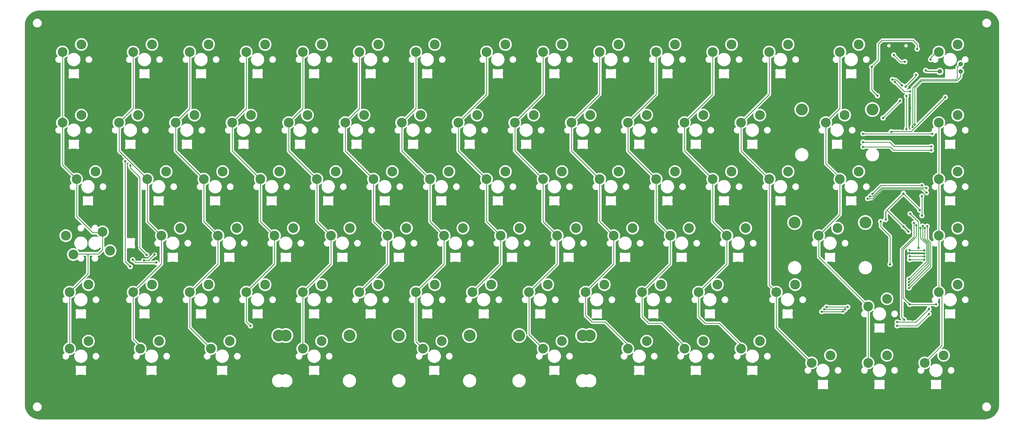
<source format=gbr>
%TF.GenerationSoftware,KiCad,Pcbnew,8.0.4*%
%TF.CreationDate,2024-09-06T17:25:14+02:00*%
%TF.ProjectId,kicad8,6b696361-6438-42e6-9b69-6361645f7063,rev?*%
%TF.SameCoordinates,Original*%
%TF.FileFunction,Copper,L1,Top*%
%TF.FilePolarity,Positive*%
%FSLAX46Y46*%
G04 Gerber Fmt 4.6, Leading zero omitted, Abs format (unit mm)*
G04 Created by KiCad (PCBNEW 8.0.4) date 2024-09-06 17:25:14*
%MOMM*%
%LPD*%
G01*
G04 APERTURE LIST*
%TA.AperFunction,SMDPad,CuDef*%
%ADD10C,1.500000*%
%TD*%
%TA.AperFunction,ComponentPad*%
%ADD11C,4.000000*%
%TD*%
%TA.AperFunction,ComponentPad*%
%ADD12C,3.300000*%
%TD*%
%TA.AperFunction,ComponentPad*%
%ADD13O,1.000000X1.600000*%
%TD*%
%TA.AperFunction,ComponentPad*%
%ADD14O,1.000000X2.100000*%
%TD*%
%TA.AperFunction,ViaPad*%
%ADD15C,0.800000*%
%TD*%
%TA.AperFunction,Conductor*%
%ADD16C,0.250000*%
%TD*%
%TA.AperFunction,Conductor*%
%ADD17C,0.400000*%
%TD*%
%TA.AperFunction,Conductor*%
%ADD18C,0.300000*%
%TD*%
G04 APERTURE END LIST*
D10*
%TO.P,SW1,A,A*%
%TO.N,rot0*%
X323436727Y-28773225D03*
%TO.P,SW1,B,B*%
%TO.N,rot1*%
X323436727Y-26273225D03*
%TO.P,SW1,C,C*%
%TO.N,GND*%
X316436727Y-26273225D03*
%TO.P,SW1,S,S*%
%TO.N,Net-(Qe1-G)*%
X316436727Y-28773225D03*
%TD*%
D11*
%TO.P,S1,*%
%TO.N,*%
X269930477Y-41600725D03*
X293742977Y-41600725D03*
%TD*%
%TO.P,S3,*%
%TO.N,*%
X96099227Y-117800725D03*
X196111727Y-117800725D03*
%TD*%
%TO.P,S5,*%
%TO.N,*%
X134199227Y-117800725D03*
X158011727Y-117800725D03*
%TD*%
%TO.P,S4,*%
%TO.N,*%
X93717977Y-117800725D03*
X117530477Y-117800725D03*
%TD*%
%TO.P,S6,*%
%TO.N,*%
X174680477Y-117800725D03*
X198492977Y-117800725D03*
%TD*%
%TO.P,S2,*%
%TO.N,*%
X267549227Y-79700725D03*
X291361727Y-79700725D03*
%TD*%
D12*
%TO.P,${VALUE},1,1*%
%TO.N,col10*%
X220876727Y-65095725D03*
%TO.P,${VALUE},2,2*%
%TO.N,Net-(D40-A)*%
X227226727Y-62555725D03*
%TD*%
%TO.P,${VALUE},1,1*%
%TO.N,col9*%
X201826727Y-65095725D03*
%TO.P,${VALUE},2,2*%
%TO.N,Net-(D39-A)*%
X208176727Y-62555725D03*
%TD*%
%TO.P,${VALUE},1,1*%
%TO.N,col13*%
X282789227Y-65095725D03*
%TO.P,${VALUE},2,2*%
%TO.N,Net-(D43-A)*%
X289139227Y-62555725D03*
%TD*%
%TO.P,${VALUE},1,1*%
%TO.N,col8*%
X182776727Y-65095725D03*
%TO.P,${VALUE},2,2*%
%TO.N,Net-(D38-A)*%
X189126727Y-62555725D03*
%TD*%
%TO.P,${VALUE},1,1*%
%TO.N,col14*%
X316126727Y-22233225D03*
%TO.P,${VALUE},2,2*%
%TO.N,Net-(D86-A)*%
X322476727Y-19693225D03*
%TD*%
%TO.P,${VALUE},1,1*%
%TO.N,col7*%
X168489227Y-84145725D03*
%TO.P,${VALUE},2,2*%
%TO.N,Net-(D52-A)*%
X174839227Y-81605725D03*
%TD*%
%TO.P,${VALUE},1,1*%
%TO.N,col3*%
X78001727Y-46045725D03*
%TO.P,${VALUE},2,2*%
%TO.N,Net-(D18-A)*%
X84351727Y-43505725D03*
%TD*%
%TO.P,${VALUE},1,1*%
%TO.N,col11*%
X230401727Y-46045725D03*
%TO.P,${VALUE},2,2*%
%TO.N,Net-(D26-A)*%
X236751727Y-43505725D03*
%TD*%
%TO.P,${VALUE},1,1*%
%TO.N,col10*%
X225639227Y-84145725D03*
%TO.P,${VALUE},2,2*%
%TO.N,Net-(D55-A)*%
X231989227Y-81605725D03*
%TD*%
%TO.P,${VALUE},1,1*%
%TO.N,col9*%
X197064227Y-103195725D03*
%TO.P,${VALUE},2,2*%
%TO.N,Net-(D68-A)*%
X203414227Y-100655725D03*
%TD*%
%TO.P,${VALUE},1,1*%
%TO.N,col2*%
X58951727Y-46045725D03*
%TO.P,${VALUE},2,2*%
%TO.N,Net-(D17-A)*%
X65301727Y-43505725D03*
%TD*%
%TO.P,${VALUE},1,1*%
%TO.N,col6*%
X139914227Y-103195725D03*
%TO.P,${VALUE},2,2*%
%TO.N,Net-(D65-A)*%
X146264227Y-100655725D03*
%TD*%
%TO.P,${VALUE},1,1*%
%TO.N,col1*%
X39901727Y-46045725D03*
%TO.P,${VALUE},2,2*%
%TO.N,Net-(D16-A)*%
X46251727Y-43505725D03*
%TD*%
%TO.P,${VALUE},1,1*%
%TO.N,col1*%
X47045477Y-122245725D03*
%TO.P,${VALUE},2,2*%
%TO.N,Net-(D75-A)*%
X53395477Y-119705725D03*
%TD*%
%TO.P,${VALUE},1,1*%
%TO.N,col12*%
X273264227Y-127008225D03*
%TO.P,${VALUE},2,2*%
%TO.N,Net-(D83-A)*%
X279614227Y-124468225D03*
%TD*%
%TO.P,${VALUE},1,1*%
%TO.N,col14*%
X311364227Y-127008225D03*
%TO.P,${VALUE},2,2*%
%TO.N,Net-(D85-A)*%
X317714227Y-124468225D03*
%TD*%
%TO.P,${VALUE},1,1*%
%TO.N,col13*%
X282789227Y-22233225D03*
%TO.P,${VALUE},2,2*%
%TO.N,Net-(D14-A)*%
X289139227Y-19693225D03*
%TD*%
%TO.P,${VALUE},1,1*%
%TO.N,col13*%
X292314227Y-127008225D03*
%TO.P,${VALUE},2,2*%
%TO.N,Net-(D84-A)*%
X298664227Y-124468225D03*
%TD*%
%TO.P,${VALUE},1,1*%
%TO.N,col14*%
X316126727Y-65095725D03*
%TO.P,${VALUE},2,2*%
%TO.N,Net-(D44-A)*%
X322476727Y-62555725D03*
%TD*%
%TO.P,${VALUE},1,1*%
%TO.N,col9*%
X211351727Y-122245725D03*
%TO.P,${VALUE},2,2*%
%TO.N,Net-(D80-A)*%
X217701727Y-119705725D03*
%TD*%
%TO.P,${VALUE},1,1*%
%TO.N,col13*%
X292314227Y-107958225D03*
%TO.P,${VALUE},2,2*%
%TO.N,Net-(D73-A)*%
X298664227Y-105418225D03*
%TD*%
%TO.P,${VALUE},1,1*%
%TO.N,col5*%
X130389227Y-84145725D03*
%TO.P,${VALUE},2,2*%
%TO.N,Net-(D50-A)*%
X136739227Y-81605725D03*
%TD*%
D13*
%TO.P,J1,S1,SHIELD*%
%TO.N,GND*%
X297852204Y-16464766D03*
D14*
X297852204Y-20644766D03*
D13*
X306492204Y-16464766D03*
D14*
X306492204Y-20644766D03*
%TD*%
D12*
%TO.P,${VALUE},1,1*%
%TO.N,col12*%
X258976727Y-65095725D03*
%TO.P,${VALUE},2,2*%
%TO.N,Net-(D42-A)*%
X265326727Y-62555725D03*
%TD*%
%TO.P,${VALUE},1,1*%
%TO.N,col0*%
X24515477Y-90495725D03*
%TO.P,${VALUE},2,2*%
%TO.N,Net-(D45-A)*%
X21975477Y-84145725D03*
%TD*%
%TO.P,${VALUE},1,1*%
%TO.N,col0*%
X23232977Y-122245725D03*
%TO.P,${VALUE},2,2*%
%TO.N,Net-(D74-A)*%
X29582977Y-119705725D03*
%TD*%
%TO.P,${VALUE},1,1*%
%TO.N,col4*%
X101814227Y-103195725D03*
%TO.P,${VALUE},2,2*%
%TO.N,Net-(D63-A)*%
X108164227Y-100655725D03*
%TD*%
%TO.P,${VALUE},1,1*%
%TO.N,col11*%
X239926727Y-22233225D03*
%TO.P,${VALUE},2,2*%
%TO.N,Net-(D12-A)*%
X246276727Y-19693225D03*
%TD*%
%TO.P,${VALUE},1,1*%
%TO.N,col4*%
X101814227Y-22233225D03*
%TO.P,${VALUE},2,2*%
%TO.N,Net-(D5-A)*%
X108164227Y-19693225D03*
%TD*%
%TO.P,${VALUE},1,1*%
%TO.N,col9*%
X201826727Y-22233225D03*
%TO.P,${VALUE},2,2*%
%TO.N,Net-(D10-A)*%
X208176727Y-19693225D03*
%TD*%
%TO.P,${VALUE},1,1*%
%TO.N,col2*%
X68476727Y-65095725D03*
%TO.P,${VALUE},2,2*%
%TO.N,Net-(D32-A)*%
X74826727Y-62555725D03*
%TD*%
%TO.P,${VALUE},1,1*%
%TO.N,col3*%
X92289227Y-84145725D03*
%TO.P,${VALUE},2,2*%
%TO.N,Net-(D48-A)*%
X98639227Y-81605725D03*
%TD*%
%TO.P,${VALUE},1,1*%
%TO.N,col12*%
X249451727Y-46045725D03*
%TO.P,${VALUE},2,2*%
%TO.N,Net-(D27-A)*%
X255801727Y-43505725D03*
%TD*%
%TO.P,${VALUE},1,1*%
%TO.N,col1*%
X44664227Y-22233225D03*
%TO.P,${VALUE},2,2*%
%TO.N,Net-(D2-A)*%
X51014227Y-19693225D03*
%TD*%
%TO.P,${VALUE},1,1*%
%TO.N,col11*%
X249451727Y-122245725D03*
%TO.P,${VALUE},2,2*%
%TO.N,Net-(D82-A)*%
X255801727Y-119705725D03*
%TD*%
%TO.P,${VALUE},1,1*%
%TO.N,col3*%
X87526727Y-65095725D03*
%TO.P,${VALUE},2,2*%
%TO.N,Net-(D33-A)*%
X93876727Y-62555725D03*
%TD*%
%TO.P,${VALUE},1,1*%
%TO.N,col5*%
X116101727Y-46045725D03*
%TO.P,${VALUE},2,2*%
%TO.N,Net-(D20-A)*%
X122451727Y-43505725D03*
%TD*%
%TO.P,${VALUE},1,1*%
%TO.N,col10*%
X211351727Y-46045725D03*
%TO.P,${VALUE},2,2*%
%TO.N,Net-(D25-A)*%
X217701727Y-43505725D03*
%TD*%
%TO.P,${VALUE},1,1*%
%TO.N,col8*%
X173251727Y-46045725D03*
%TO.P,${VALUE},2,2*%
%TO.N,Net-(D23-A)*%
X179601727Y-43505725D03*
%TD*%
%TO.P,${VALUE},1,1*%
%TO.N,col4*%
X101814227Y-122245725D03*
%TO.P,${VALUE},2,2*%
%TO.N,Net-(D77-A)*%
X108164227Y-119705725D03*
%TD*%
%TO.P,${VALUE},1,1*%
%TO.N,col0*%
X20851727Y-46045725D03*
%TO.P,${VALUE},2,2*%
%TO.N,Net-(D15-A)*%
X27201727Y-43505725D03*
%TD*%
%TO.P,${VALUE},1,1*%
%TO.N,col7*%
X154201727Y-46045725D03*
%TO.P,${VALUE},2,2*%
%TO.N,Net-(D22-A)*%
X160551727Y-43505725D03*
%TD*%
%TO.P,${VALUE},1,1*%
%TO.N,col14*%
X316126727Y-46045725D03*
%TO.P,${VALUE},2,2*%
%TO.N,Net-(D29-A)*%
X322476727Y-43505725D03*
%TD*%
%TO.P,${VALUE},1,1*%
%TO.N,col1*%
X44664227Y-103195725D03*
%TO.P,${VALUE},2,2*%
%TO.N,Net-(D60-A)*%
X51014227Y-100655725D03*
%TD*%
%TO.P,${VALUE},1,1*%
%TO.N,col4*%
X106576727Y-65095725D03*
%TO.P,${VALUE},2,2*%
%TO.N,Net-(D34-A)*%
X112926727Y-62555725D03*
%TD*%
%TO.P,${VALUE},1,1*%
%TO.N,col12*%
X258976727Y-22233225D03*
%TO.P,${VALUE},2,2*%
%TO.N,Net-(D13-A)*%
X265326727Y-19693225D03*
%TD*%
%TO.P,${VALUE},1,1*%
%TO.N,col5*%
X120864227Y-103195725D03*
%TO.P,${VALUE},2,2*%
%TO.N,Net-(D64-A)*%
X127214227Y-100655725D03*
%TD*%
%TO.P,${VALUE},1,1*%
%TO.N,col14*%
X316126727Y-84145725D03*
%TO.P,${VALUE},2,2*%
%TO.N,Net-(D58-A)*%
X322476727Y-81605725D03*
%TD*%
%TO.P,${VALUE},1,1*%
%TO.N,col12*%
X261357977Y-103195725D03*
%TO.P,${VALUE},2,2*%
%TO.N,Net-(D71-A)*%
X267707977Y-100655725D03*
%TD*%
%TO.P,${VALUE},1,1*%
%TO.N,col11*%
X244689227Y-84145725D03*
%TO.P,${VALUE},2,2*%
%TO.N,Net-(D56-A)*%
X251039227Y-81605725D03*
%TD*%
%TO.P,${VALUE},1,1*%
%TO.N,col10*%
X216114227Y-103195725D03*
%TO.P,${VALUE},2,2*%
%TO.N,Net-(D69-A)*%
X222464227Y-100655725D03*
%TD*%
%TO.P,${VALUE},1,1*%
%TO.N,col3*%
X82764227Y-22233225D03*
%TO.P,${VALUE},2,2*%
%TO.N,Net-(D4-A)*%
X89114227Y-19693225D03*
%TD*%
%TO.P,${VALUE},1,1*%
%TO.N,col2*%
X63714227Y-22233225D03*
%TO.P,${VALUE},2,2*%
%TO.N,Net-(D3-A)*%
X70064227Y-19693225D03*
%TD*%
%TO.P,${VALUE},1,1*%
%TO.N,col8*%
X182776727Y-122245725D03*
%TO.P,${VALUE},2,2*%
%TO.N,Net-(D79-A)*%
X189126727Y-119705725D03*
%TD*%
%TO.P,${VALUE},1,1*%
%TO.N,col2*%
X70857977Y-122245725D03*
%TO.P,${VALUE},2,2*%
%TO.N,Net-(D76-A)*%
X77207977Y-119705725D03*
%TD*%
%TO.P,${VALUE},1,1*%
%TO.N,col8*%
X178014227Y-103195725D03*
%TO.P,${VALUE},2,2*%
%TO.N,Net-(D67-A)*%
X184364227Y-100655725D03*
%TD*%
%TO.P,${VALUE},1,1*%
%TO.N,col1*%
X49426727Y-65095725D03*
%TO.P,${VALUE},2,2*%
%TO.N,Net-(D31-A)*%
X55776727Y-62555725D03*
%TD*%
%TO.P,${VALUE},1,1*%
%TO.N,col8*%
X182776727Y-22233225D03*
%TO.P,${VALUE},2,2*%
%TO.N,Net-(D9-A)*%
X189126727Y-19693225D03*
%TD*%
%TO.P,${VALUE},1,1*%
%TO.N,col4*%
X97051727Y-46045725D03*
%TO.P,${VALUE},2,2*%
%TO.N,Net-(D19-A)*%
X103401727Y-43505725D03*
%TD*%
%TO.P,${VALUE},1,1*%
%TO.N,col1*%
X54189227Y-84145725D03*
%TO.P,${VALUE},2,2*%
%TO.N,Net-(D46-A)*%
X60539227Y-81605725D03*
%TD*%
%TO.P,${VALUE},1,1*%
%TO.N,col13*%
X278026727Y-46045725D03*
%TO.P,${VALUE},2,2*%
%TO.N,Net-(D28-A)*%
X284376727Y-43505725D03*
%TD*%
%TO.P,${VALUE},1,1*%
%TO.N,col10*%
X220876727Y-22233225D03*
%TO.P,${VALUE},2,2*%
%TO.N,Net-(D11-A)*%
X227226727Y-19693225D03*
%TD*%
%TO.P,${VALUE},1,1*%
%TO.N,col6*%
X142295477Y-122245725D03*
%TO.P,${VALUE},2,2*%
%TO.N,Net-(D78-A)*%
X148645477Y-119705725D03*
%TD*%
%TO.P,${VALUE},1,1*%
%TO.N,col7*%
X163726727Y-22233225D03*
%TO.P,${VALUE},2,2*%
%TO.N,Net-(D8-A)*%
X170076727Y-19693225D03*
%TD*%
%TO.P,${VALUE},1,1*%
%TO.N,col6*%
X144676727Y-65095725D03*
%TO.P,${VALUE},2,2*%
%TO.N,Net-(D36-A)*%
X151026727Y-62555725D03*
%TD*%
%TO.P,${VALUE},1,1*%
%TO.N,col5*%
X125626727Y-65095725D03*
%TO.P,${VALUE},2,2*%
%TO.N,Net-(D35-A)*%
X131976727Y-62555725D03*
%TD*%
%TO.P,${VALUE},1,1*%
%TO.N,col10*%
X230401727Y-122245725D03*
%TO.P,${VALUE},2,2*%
%TO.N,Net-(D81-A)*%
X236751727Y-119705725D03*
%TD*%
%TO.P,${VALUE},1,1*%
%TO.N,col13*%
X275645477Y-84145725D03*
%TO.P,${VALUE},2,2*%
%TO.N,Net-(D57-A)*%
X281995477Y-81605725D03*
%TD*%
%TO.P,${VALUE},1,1*%
%TO.N,col8*%
X187539227Y-84145725D03*
%TO.P,${VALUE},2,2*%
%TO.N,Net-(D53-A)*%
X193889227Y-81605725D03*
%TD*%
%TO.P,${VALUE},1,1*%
%TO.N,col7*%
X158964227Y-103195725D03*
%TO.P,${VALUE},2,2*%
%TO.N,Net-(D66-A)*%
X165314227Y-100655725D03*
%TD*%
%TO.P,${VALUE},1,1*%
%TO.N,col11*%
X235164227Y-103195725D03*
%TO.P,${VALUE},2,2*%
%TO.N,Net-(D70-A)*%
X241514227Y-100655725D03*
%TD*%
%TO.P,${VALUE},1,1*%
%TO.N,col9*%
X192301727Y-46045725D03*
%TO.P,${VALUE},2,2*%
%TO.N,Net-(D24-A)*%
X198651727Y-43505725D03*
%TD*%
%TO.P,${VALUE},1,1*%
%TO.N,col11*%
X239926727Y-65095725D03*
%TO.P,${VALUE},2,2*%
%TO.N,Net-(D41-A)*%
X246276727Y-62555725D03*
%TD*%
%TO.P,${VALUE},1,1*%
%TO.N,col6*%
X135151727Y-46045725D03*
%TO.P,${VALUE},2,2*%
%TO.N,Net-(D21-A)*%
X141501727Y-43505725D03*
%TD*%
%TO.P,${VALUE},1,1*%
%TO.N,col5*%
X120864227Y-22233225D03*
%TO.P,${VALUE},2,2*%
%TO.N,Net-(D6-A)*%
X127214227Y-19693225D03*
%TD*%
%TO.P,${VALUE},1,1*%
%TO.N,col0*%
X23232977Y-103195725D03*
%TO.P,${VALUE},2,2*%
%TO.N,Net-(D59-A)*%
X29582977Y-100655725D03*
%TD*%
%TO.P,${VALUE},1,1*%
%TO.N,col0*%
X25614227Y-65095725D03*
%TO.P,${VALUE},2,2*%
%TO.N,Net-(D30-A)*%
X31964227Y-62555725D03*
%TD*%
%TO.P,${VALUE},1,1*%
%TO.N,col9*%
X206589227Y-84145725D03*
%TO.P,${VALUE},2,2*%
%TO.N,Net-(D54-A)*%
X212939227Y-81605725D03*
%TD*%
%TO.P,${VALUE},1,1*%
%TO.N,col2*%
X63714227Y-103195725D03*
%TO.P,${VALUE},2,2*%
%TO.N,Net-(D61-A)*%
X70064227Y-100655725D03*
%TD*%
%TO.P,${VALUE},1,1*%
%TO.N,col6*%
X149439227Y-84145725D03*
%TO.P,${VALUE},2,2*%
%TO.N,Net-(D51-A)*%
X155789227Y-81605725D03*
%TD*%
%TO.P,${VALUE},1,1*%
%TO.N,col3*%
X82764227Y-103195725D03*
%TO.P,${VALUE},2,2*%
%TO.N,Net-(D62-A)*%
X89114227Y-100655725D03*
%TD*%
%TO.P,${VALUE},1,1*%
%TO.N,col2*%
X73239227Y-84145725D03*
%TO.P,${VALUE},2,2*%
%TO.N,Net-(D47-A)*%
X79589227Y-81605725D03*
%TD*%
%TO.P,${VALUE},1,1*%
%TO.N,col4*%
X111339227Y-84145725D03*
%TO.P,${VALUE},2,2*%
%TO.N,Net-(D49-A)*%
X117689227Y-81605725D03*
%TD*%
%TO.P,${VALUE},1,1*%
%TO.N,col0*%
X20851727Y-22233225D03*
%TO.P,${VALUE},2,2*%
%TO.N,Net-(D1-A)*%
X27201727Y-19693225D03*
%TD*%
%TO.P,${VALUE},1,1*%
%TO.N,col6*%
X139914227Y-22233225D03*
%TO.P,${VALUE},2,2*%
%TO.N,Net-(D7-A)*%
X146264227Y-19693225D03*
%TD*%
%TO.P,${VALUE},1,1*%
%TO.N,col7*%
X163726727Y-65095725D03*
%TO.P,${VALUE},2,2*%
%TO.N,Net-(D37-A)*%
X170076727Y-62555725D03*
%TD*%
%TO.P,MX45_1,1,1*%
%TO.N,col0*%
X34345477Y-82875725D03*
%TO.P,MX45_1,2,2*%
%TO.N,Net-(D45-A)*%
X36885477Y-89225725D03*
%TD*%
%TO.P,${VALUE},1,1*%
%TO.N,col14*%
X316126727Y-103195725D03*
%TO.P,${VALUE},2,2*%
%TO.N,Net-(D72-A)*%
X322476727Y-100655725D03*
%TD*%
D15*
%TO.N,+5V*%
X311211727Y-92241975D03*
X290567977Y-54204475D03*
X49267977Y-90654475D03*
X297314852Y-44460725D03*
X303664852Y-33504475D03*
X292949227Y-70913225D03*
X284571102Y-108954475D03*
X277471102Y-108954475D03*
X44505477Y-92241975D03*
X302077352Y-113276350D03*
X300489852Y-31520100D03*
X306284851Y-92241975D03*
X52442977Y-93215255D03*
X303111727Y-38663850D03*
X312792977Y-108848225D03*
X43711727Y-60491975D03*
X311914539Y-68117288D03*
X313586727Y-55332600D03*
%TO.N,GND*%
X295330477Y-59209625D03*
X150471102Y-95020100D03*
X197699227Y-59301350D03*
X63555477Y-92638850D03*
X48318582Y-91453415D03*
X197699227Y-95020100D03*
X313586727Y-52598225D03*
X314777352Y-88273225D03*
X196905477Y-92638850D03*
X46092977Y-88273225D03*
X303911727Y-36829475D03*
X311211727Y-90129478D03*
X81811727Y-67635725D03*
X255642977Y-93035725D03*
X301680477Y-95020100D03*
X295330477Y-95020100D03*
X253261727Y-67635725D03*
X235005477Y-92638850D03*
X307236727Y-112482600D03*
X139755477Y-92638850D03*
X224686727Y-48585725D03*
X319936727Y-97401350D03*
X53236727Y-90257600D03*
X262786727Y-48585725D03*
X243736727Y-48585725D03*
X303931727Y-27998225D03*
X106417977Y-95020100D03*
X149677352Y-59301350D03*
X303911727Y-48188850D03*
X62761727Y-124785725D03*
X162774227Y-86685725D03*
X86574227Y-124785725D03*
X62761727Y-67635725D03*
X46155477Y-90654475D03*
X292155477Y-73148225D03*
X100861727Y-67635725D03*
X234211727Y-67635725D03*
X181824227Y-86685725D03*
X55617977Y-59301350D03*
X158805477Y-92638850D03*
X143724227Y-86685725D03*
X177855477Y-92638850D03*
X177061727Y-67635725D03*
X215955477Y-92638850D03*
X196111727Y-67635725D03*
X158011727Y-67635725D03*
X282233602Y-111248225D03*
X306681727Y-25498225D03*
X120308602Y-92638850D03*
X290567977Y-50904475D03*
X300681727Y-27998225D03*
X272311727Y-67635725D03*
X296521102Y-30329475D03*
X317952352Y-27154475D03*
X119911727Y-67635725D03*
X102846102Y-59301350D03*
X312396102Y-105735725D03*
X101655477Y-92638850D03*
X215161727Y-67635725D03*
X59189852Y-95020100D03*
X306284851Y-90051347D03*
X42583602Y-97860725D03*
X273105477Y-95020100D03*
X311956883Y-70937757D03*
X124674227Y-86685725D03*
X302077352Y-116010725D03*
X306442977Y-41045100D03*
X40536727Y-57316975D03*
X312855477Y-112148225D03*
X275486727Y-111248225D03*
X82605477Y-92638850D03*
X303911727Y-63270100D03*
X138961727Y-67635725D03*
%TO.N,+3V3*%
X304941727Y-33898226D03*
X309688297Y-75570503D03*
X298232986Y-78691439D03*
X305207860Y-48188850D03*
X304186111Y-81072689D03*
X304186111Y-69940612D03*
X305207860Y-37064056D03*
X308427352Y-29932600D03*
X305889389Y-82775967D03*
%TO.N,Net-(J1-CC1)*%
X300931727Y-23248225D03*
X304681726Y-25498225D03*
%TO.N,BOOT0*%
X306442977Y-76763850D03*
X309221102Y-88273225D03*
%TO.N,row0*%
X308824227Y-21201350D03*
X293467977Y-27216975D03*
X295412644Y-36985725D03*
%TO.N,row1*%
X290567977Y-49835725D03*
X313867977Y-49835725D03*
%TO.N,row2*%
X310411727Y-70810725D03*
X310411727Y-77379124D03*
X293742977Y-70079475D03*
X310411727Y-67201350D03*
%TO.N,row3*%
X48316340Y-92480963D03*
X306284851Y-89051344D03*
X311211727Y-89129475D03*
X51847665Y-90456038D03*
%TO.N,row4*%
X278264852Y-108179475D03*
X315174227Y-107323225D03*
X308496103Y-80622956D03*
X306284851Y-107323225D03*
X285408602Y-108179476D03*
%TO.N,row5*%
X304458602Y-112482600D03*
X307771104Y-79897957D03*
%TO.N,col0*%
X299696102Y-93829475D03*
X296521102Y-79378018D03*
%TO.N,col1*%
X306046102Y-98798228D03*
X309946102Y-81595100D03*
%TO.N,col2*%
X310671102Y-80887991D03*
X306046102Y-99798231D03*
%TO.N,col3*%
X84192977Y-114548225D03*
X311396102Y-81595100D03*
X306046102Y-100798234D03*
%TO.N,col9*%
X312187659Y-80984001D03*
X306046102Y-101798237D03*
%TO.N,col14*%
X313331727Y-24773225D03*
%TO.N,rot1*%
X307275744Y-47434859D03*
%TO.N,Net-(LED1-DOUT)*%
X301256727Y-32320100D03*
X306442977Y-35488850D03*
%TO.N,Net-(LED29-DOUT)*%
X313586727Y-54098225D03*
X290567977Y-52598225D03*
%TO.N,Net-(LED31-DOUT)*%
X311936414Y-69682913D03*
X292155477Y-71648225D03*
%TO.N,rot0*%
X308000744Y-46737679D03*
%TO.N,Net-(Qe1-G)*%
X311685013Y-28427759D03*
%TO.N,Net-(LED58-DOUT)*%
X306284851Y-91051350D03*
X311211727Y-91129481D03*
%TO.N,Net-(LED60-DOUT)*%
X302033602Y-114510725D03*
X312792977Y-110498225D03*
%TO.N,Net-(LED61-DOUT)*%
X283821102Y-109704475D03*
X276677352Y-109748225D03*
%TO.N,Net-(UL_LED_6-DOUT)*%
X41944642Y-59084060D03*
X43649227Y-94560725D03*
%TO.N,PerKey_RGB*%
X300092977Y-49110725D03*
X318290503Y-37473225D03*
%TD*%
D16*
%TO.N,+5V*%
X52442977Y-93215255D02*
X45478757Y-93215255D01*
X303664852Y-33504475D02*
X301680477Y-31520100D01*
X299758602Y-54204475D02*
X300886727Y-55332600D01*
X306284851Y-92241975D02*
X311211727Y-92241975D01*
X46886727Y-88273225D02*
X46886727Y-64460725D01*
X296921407Y-67926350D02*
X311723601Y-67926350D01*
X297314852Y-44460725D02*
X303111727Y-38663850D01*
X292949227Y-70913225D02*
X293934532Y-70913225D01*
X49267977Y-90654475D02*
X46886727Y-88273225D01*
X45478757Y-93215255D02*
X44505477Y-92241975D01*
X284571102Y-108954475D02*
X277471102Y-108954475D01*
X301680477Y-31520100D02*
X300489852Y-31520100D01*
X308427352Y-113276350D02*
X302077352Y-113276350D01*
X300886727Y-55332600D02*
X313586727Y-55332600D01*
X312792977Y-108848225D02*
X312792977Y-108910725D01*
X312792977Y-108910725D02*
X308427352Y-113276350D01*
X293934532Y-70913225D02*
X296921407Y-67926350D01*
X290567977Y-54204475D02*
X299758602Y-54204475D01*
X43711727Y-61285725D02*
X43711727Y-60491975D01*
X46886727Y-64460725D02*
X43711727Y-61285725D01*
%TO.N,GND*%
X295330477Y-59209625D02*
X299851252Y-59209625D01*
X309845477Y-68826350D02*
X311956883Y-70937756D01*
D17*
X298519540Y-31506037D02*
X298902352Y-31123225D01*
X298902352Y-31123225D02*
X298902352Y-27551350D01*
X303842977Y-36829475D02*
X298902352Y-31888850D01*
X298995165Y-27061662D02*
X299392040Y-27458537D01*
D16*
X40536727Y-57316975D02*
X40536727Y-94027912D01*
D17*
X307425477Y-26241975D02*
X316508602Y-26241975D01*
X297681727Y-25748225D02*
X298598290Y-26664787D01*
X299931727Y-27998225D02*
X300681727Y-27998225D01*
D16*
X42583602Y-97860725D02*
X40536727Y-95813850D01*
D17*
X298902352Y-31888850D02*
X298902352Y-31123225D01*
D16*
X297294199Y-68826350D02*
X309845477Y-68826350D01*
D17*
X303931727Y-27998225D02*
X304431727Y-27998225D01*
X306681727Y-25023225D02*
X306681727Y-25498225D01*
D16*
X52710165Y-89731038D02*
X53236727Y-90257600D01*
D17*
X298902352Y-26968849D02*
X298598290Y-26664787D01*
X299392040Y-27458537D02*
X299931727Y-27998225D01*
D16*
X46155477Y-90654475D02*
X46092977Y-90591975D01*
D17*
X299299227Y-27551350D02*
X299392040Y-27458537D01*
X298598290Y-26664787D02*
X298995165Y-27061662D01*
D16*
X282233602Y-111248225D02*
X275486727Y-111248225D01*
X311892977Y-50904475D02*
X313586727Y-52598225D01*
D17*
X298902352Y-27551350D02*
X298902352Y-26968849D01*
D16*
X46092977Y-90591975D02*
X46092977Y-88273225D01*
X292155477Y-73148225D02*
X292972324Y-73148225D01*
X306284851Y-90051347D02*
X311133596Y-90051347D01*
D17*
X306681727Y-25498225D02*
X306681727Y-25748225D01*
D16*
X290567977Y-50904475D02*
X311892977Y-50904475D01*
D17*
X298902352Y-27551350D02*
X298902352Y-27154475D01*
D16*
X49659662Y-91453415D02*
X51382039Y-89731038D01*
X48318582Y-91453415D02*
X49659662Y-91453415D01*
D17*
X296521102Y-30329475D02*
X297342978Y-30329475D01*
X303911727Y-48188850D02*
X303911727Y-36829475D01*
X300681727Y-27998225D02*
X303931727Y-27998225D01*
X306681727Y-25498225D02*
X307425477Y-26241975D01*
X297681727Y-20808225D02*
X297681727Y-25748225D01*
D16*
X299851252Y-59209625D02*
X303911727Y-63270100D01*
D17*
X298902352Y-27551350D02*
X299299227Y-27551350D01*
X297342978Y-30329475D02*
X298519540Y-31506037D01*
D16*
X311133596Y-90051347D02*
X311211727Y-90129478D01*
X311956883Y-70937756D02*
X311956883Y-70937757D01*
X308992977Y-116010725D02*
X302077352Y-116010725D01*
D17*
X298902352Y-31888850D02*
X298519540Y-31506037D01*
D16*
X51382039Y-89731038D02*
X52710165Y-89731038D01*
X292972324Y-73148225D02*
X297294199Y-68826350D01*
D17*
X306681727Y-25748225D02*
X304431727Y-27998225D01*
X306681727Y-20808225D02*
X306681727Y-25023225D01*
D16*
X40536727Y-95813850D02*
X40536727Y-93432600D01*
D17*
X298902352Y-27154475D02*
X298995165Y-27061662D01*
X303911727Y-36829475D02*
X303842977Y-36829475D01*
D16*
X312855477Y-112148225D02*
X308992977Y-116010725D01*
%TO.N,+3V3*%
X298683925Y-75570503D02*
X304186111Y-81072689D01*
X304941727Y-33898226D02*
X304941727Y-33815100D01*
D18*
X298232986Y-76021442D02*
X298683925Y-75570503D01*
D16*
X308958400Y-74712900D02*
X304186111Y-69940612D01*
X305207860Y-37064056D02*
X305207860Y-48188850D01*
X308427352Y-30329475D02*
X308427352Y-29932600D01*
X309688297Y-75442797D02*
X309688297Y-75570503D01*
X304186111Y-69940612D02*
X304186111Y-69943920D01*
D18*
X298232986Y-78691439D02*
X298232986Y-76021442D01*
D16*
X308958400Y-74712900D02*
X309688297Y-75442797D01*
X298683925Y-75446105D02*
X298683925Y-75570503D01*
X304941727Y-33815100D02*
X308427352Y-30329475D01*
D17*
X305889389Y-82775967D02*
X304186111Y-81072689D01*
D16*
X298683925Y-75446105D02*
X304186111Y-69943920D01*
%TO.N,Net-(J1-CC1)*%
X304681726Y-25498225D02*
X303181727Y-25498225D01*
X303181727Y-25498225D02*
X300931727Y-23248225D01*
%TO.N,BOOT0*%
X309221102Y-79541975D02*
X309221102Y-88273225D01*
X306442977Y-76763850D02*
X309221102Y-79541975D01*
%TO.N,row0*%
X307396102Y-18273225D02*
X308824227Y-19701350D01*
X295727352Y-19548327D02*
X297002454Y-18273225D01*
X297002454Y-18273225D02*
X307396102Y-18273225D01*
X293467977Y-27216975D02*
X295727352Y-24957600D01*
X308824227Y-19701350D02*
X308824227Y-21201350D01*
X295727352Y-24957600D02*
X295727352Y-19548327D01*
X293467977Y-35041058D02*
X293467977Y-27216975D01*
X295412644Y-36985725D02*
X293467977Y-35041058D01*
%TO.N,row1*%
X313867977Y-49835725D02*
X290567977Y-49835725D01*
%TO.N,row2*%
X296621102Y-67201350D02*
X293742977Y-70079475D01*
X310413297Y-70812295D02*
X310413297Y-77377554D01*
X310411727Y-70810725D02*
X310413297Y-70812295D01*
X310411727Y-67201350D02*
X296621102Y-67201350D01*
X310413297Y-77377554D02*
X310411727Y-77379124D01*
%TO.N,row3*%
X51847664Y-90456038D02*
X49822739Y-92480963D01*
X49822739Y-92480963D02*
X48316340Y-92480963D01*
X306362982Y-89129475D02*
X311211727Y-89129475D01*
X51847665Y-90456038D02*
X51847664Y-90456038D01*
X306284851Y-89051344D02*
X306362982Y-89129475D01*
%TO.N,row4*%
X315174227Y-107323225D02*
X306284851Y-107323225D01*
X278264852Y-108179475D02*
X285408601Y-108179475D01*
X304061727Y-105100101D02*
X304061727Y-88897920D01*
X308496103Y-84463544D02*
X308496103Y-80622956D01*
X306284851Y-107323225D02*
X304061727Y-105100101D01*
X304061727Y-88897920D02*
X308496103Y-84463544D01*
X285408601Y-108179475D02*
X285408602Y-108179476D01*
%TO.N,row5*%
X307771104Y-84552147D02*
X307771104Y-79897957D01*
X303611727Y-88711524D02*
X307771104Y-84552147D01*
X304458602Y-112482600D02*
X303611727Y-111635725D01*
X303611727Y-111635725D02*
X303611727Y-88711524D01*
%TO.N,col0*%
X24753602Y-90257600D02*
X29027352Y-90257600D01*
X20851727Y-60333225D02*
X25614227Y-65095725D01*
X29424227Y-90654475D02*
X29027352Y-90257600D01*
X29424227Y-90654475D02*
X29821102Y-90257600D01*
X34345477Y-82875725D02*
X34345477Y-88908225D01*
X296521102Y-79378018D02*
X296521102Y-81129475D01*
X25614227Y-77716350D02*
X31011727Y-83113850D01*
X20851727Y-46045725D02*
X20851727Y-60333225D01*
X31011727Y-83113850D02*
X34107352Y-83113850D01*
X29821102Y-90257600D02*
X32996103Y-90257600D01*
X29027352Y-90257600D02*
X29424227Y-90257600D01*
X20851727Y-22233225D02*
X20851727Y-46045725D01*
X23232977Y-103195725D02*
X29424227Y-97004475D01*
X25614227Y-65095725D02*
X25614227Y-77716350D01*
X23232977Y-103195725D02*
X23232977Y-122245725D01*
X296521102Y-81129475D02*
X299696102Y-84304475D01*
X29424227Y-90257600D02*
X29821102Y-90257600D01*
X299696102Y-84304475D02*
X299696102Y-93829475D01*
X29424227Y-90654475D02*
X29424227Y-90257600D01*
X32996103Y-90257600D02*
X34345477Y-88908225D01*
X29424227Y-97004475D02*
X29424227Y-90654475D01*
%TO.N,col1*%
X54189227Y-93670725D02*
X44664227Y-103195725D01*
X49426727Y-65095725D02*
X49426727Y-79383225D01*
X311936727Y-92907603D02*
X311936727Y-87020100D01*
X39901727Y-55570725D02*
X49426727Y-65095725D01*
X311936727Y-87020100D02*
X309946102Y-85029475D01*
X54189227Y-84145725D02*
X54189227Y-93670725D01*
X44664227Y-118991350D02*
X47045477Y-121372600D01*
X44664227Y-103195725D02*
X44664227Y-118991350D01*
X39901727Y-46045725D02*
X39901727Y-55570725D01*
X49426727Y-79383225D02*
X54189227Y-84145725D01*
X44664227Y-41283225D02*
X39901727Y-46045725D01*
X306046102Y-98798228D02*
X311936727Y-92907603D01*
X44664227Y-22233225D02*
X44664227Y-41283225D01*
X309946102Y-85029475D02*
X309946102Y-81595100D01*
%TO.N,col2*%
X68476727Y-79383225D02*
X68476727Y-65095725D01*
X310671102Y-85118079D02*
X310671102Y-80887991D01*
X70857977Y-122245725D02*
X63714227Y-115101975D01*
X63714227Y-103195725D02*
X73239227Y-93670725D01*
X63714227Y-115101975D02*
X63714227Y-103195725D01*
X73239227Y-93670725D02*
X73239227Y-84145725D01*
X312386727Y-93482908D02*
X312386727Y-86833704D01*
X312386727Y-86833704D02*
X310671102Y-85118079D01*
X58951727Y-46045725D02*
X63714227Y-41283225D01*
X306071404Y-99798231D02*
X312386727Y-93482908D01*
X63714227Y-41283225D02*
X63714227Y-22233225D01*
X73239227Y-84145725D02*
X68476727Y-79383225D01*
X306046102Y-99798231D02*
X306071404Y-99798231D01*
X68476727Y-65095725D02*
X58951727Y-55570725D01*
X58951727Y-55570725D02*
X58951727Y-46045725D01*
%TO.N,col3*%
X82764227Y-103195725D02*
X82764227Y-113119475D01*
X82764227Y-113119475D02*
X84192977Y-114548225D01*
X92289227Y-84145725D02*
X92289227Y-93670725D01*
X87526727Y-65095725D02*
X78001727Y-55570725D01*
X311396102Y-85206682D02*
X311396102Y-81595100D01*
X78001727Y-55570725D02*
X78001727Y-46045725D01*
X82764227Y-41283225D02*
X78001727Y-46045725D01*
X306046102Y-100798234D02*
X306071404Y-100798234D01*
X82764227Y-22233225D02*
X82764227Y-41283225D01*
X312836727Y-86647307D02*
X311396102Y-85206682D01*
X87526727Y-65095725D02*
X87526727Y-79383225D01*
X87526727Y-79383225D02*
X92289227Y-84145725D01*
X92289227Y-93670725D02*
X82764227Y-103195725D01*
X312836727Y-94032911D02*
X312836727Y-86647307D01*
X306071404Y-100798234D02*
X312836727Y-94032911D01*
%TO.N,col4*%
X101814227Y-41283225D02*
X101814227Y-22233225D01*
X111339227Y-84145725D02*
X106576727Y-79383225D01*
X97051727Y-46045725D02*
X101814227Y-41283225D01*
X106576727Y-65095725D02*
X97051727Y-55570725D01*
X111339227Y-93670725D02*
X111339227Y-84145725D01*
X97051727Y-55570725D02*
X97051727Y-46045725D01*
X106576727Y-79383225D02*
X106576727Y-65095725D01*
X101814227Y-103195725D02*
X111339227Y-93670725D01*
X101814227Y-103195725D02*
X101814227Y-122245725D01*
%TO.N,col5*%
X120864227Y-22233225D02*
X120864227Y-41283225D01*
X116101727Y-46045725D02*
X116101727Y-55570725D01*
X120864227Y-41283225D02*
X116101727Y-46045725D01*
X130389227Y-93670725D02*
X120864227Y-103195725D01*
X125626727Y-65095725D02*
X125626727Y-79383225D01*
X116101727Y-55570725D02*
X125626727Y-65095725D01*
X130389227Y-84145725D02*
X130389227Y-93670725D01*
X125626727Y-79383225D02*
X130389227Y-84145725D01*
%TO.N,col6*%
X149439227Y-84145725D02*
X144676727Y-79383225D01*
X149439227Y-93670725D02*
X149439227Y-84145725D01*
X142295477Y-122245725D02*
X139914227Y-119864475D01*
X139914227Y-41283225D02*
X139914227Y-22233225D01*
X139914227Y-119864475D02*
X139914227Y-103195725D01*
X144676727Y-65095725D02*
X135151727Y-55570725D01*
X135151727Y-55570725D02*
X135151727Y-46045725D01*
X144676727Y-79383225D02*
X144676727Y-65095725D01*
X135151727Y-46045725D02*
X139914227Y-41283225D01*
X139914227Y-103195725D02*
X149439227Y-93670725D01*
%TO.N,col7*%
X158964227Y-103195725D02*
X168489227Y-93670725D01*
X154201727Y-46045725D02*
X154201727Y-55570725D01*
X163726727Y-36520725D02*
X154201727Y-46045725D01*
X163726727Y-79383225D02*
X168489227Y-84145725D01*
X168489227Y-93670725D02*
X168489227Y-84145725D01*
X163726727Y-65095725D02*
X163726727Y-79383225D01*
X154201727Y-55570725D02*
X163726727Y-65095725D01*
X163726727Y-22233225D02*
X163726727Y-36520725D01*
%TO.N,col8*%
X178014227Y-103195725D02*
X187539227Y-93670725D01*
X182776727Y-36520725D02*
X182776727Y-22233225D01*
X182776727Y-79383225D02*
X182776727Y-65095725D01*
X178014227Y-117483225D02*
X182776727Y-122245725D01*
X173251727Y-55570725D02*
X173251727Y-46045725D01*
X178014227Y-103195725D02*
X178014227Y-117483225D01*
X187539227Y-84145725D02*
X182776727Y-79383225D01*
X182776727Y-65095725D02*
X173251727Y-55570725D01*
X187539227Y-93670725D02*
X187539227Y-84145725D01*
X173251727Y-46045725D02*
X182776727Y-36520725D01*
%TO.N,col9*%
X201826727Y-36520725D02*
X192301727Y-46045725D01*
X312187659Y-85361843D02*
X313286727Y-86460911D01*
X206589227Y-93670725D02*
X197064227Y-103195725D01*
X201826727Y-22233225D02*
X201826727Y-36520725D01*
X201826727Y-65095725D02*
X201826727Y-79383225D01*
X306071404Y-101798237D02*
X313286727Y-94582914D01*
X199286727Y-113276350D02*
X203652352Y-113276350D01*
X192301727Y-55570725D02*
X201826727Y-65095725D01*
X313286727Y-94582914D02*
X313286727Y-86460911D01*
X201826727Y-79383225D02*
X206589227Y-84145725D01*
X203652352Y-113276350D02*
X211351727Y-120975725D01*
X306046102Y-101798237D02*
X306071404Y-101798237D01*
X197064227Y-103195725D02*
X197064227Y-111053850D01*
X206589227Y-84145725D02*
X206589227Y-93670725D01*
X312187659Y-85361843D02*
X312187659Y-80984001D01*
X197064227Y-111053850D02*
X199286727Y-113276350D01*
X192301727Y-46045725D02*
X192301727Y-55570725D01*
%TO.N,col10*%
X220876727Y-79383225D02*
X220876727Y-65095725D01*
X222702352Y-113673225D02*
X218336727Y-113673225D01*
X211351727Y-46045725D02*
X220876727Y-36520725D01*
X225639227Y-84145725D02*
X220876727Y-79383225D01*
X220876727Y-36520725D02*
X220876727Y-22233225D01*
X216114227Y-111450725D02*
X216114227Y-103195725D01*
X220876727Y-65095725D02*
X211351727Y-55570725D01*
X211351727Y-55570725D02*
X211351727Y-46045725D01*
X230401727Y-121372600D02*
X222702352Y-113673225D01*
X216114227Y-103195725D02*
X225639227Y-93670725D01*
X225639227Y-93670725D02*
X225639227Y-84145725D01*
X218336727Y-113673225D02*
X216114227Y-111450725D01*
%TO.N,col11*%
X239926727Y-36520725D02*
X230401727Y-46045725D01*
X235164227Y-111450725D02*
X237386727Y-113673225D01*
X244689227Y-93670725D02*
X235164227Y-103195725D01*
X244689227Y-84145725D02*
X244689227Y-93670725D01*
X242149227Y-113673225D02*
X249451727Y-120975725D01*
X230401727Y-46045725D02*
X230401727Y-55570725D01*
X230401727Y-55570725D02*
X239926727Y-65095725D01*
X239926727Y-65095725D02*
X239926727Y-79383225D01*
X237386727Y-113673225D02*
X242149227Y-113673225D01*
X239926727Y-22233225D02*
X239926727Y-36520725D01*
X239926727Y-79383225D02*
X244689227Y-84145725D01*
X235164227Y-103195725D02*
X235164227Y-111450725D01*
%TO.N,col12*%
X249451727Y-55570725D02*
X249451727Y-46045725D01*
X258976727Y-36520725D02*
X258976727Y-22233225D01*
X258976727Y-65095725D02*
X258976727Y-100814475D01*
X261357977Y-115101975D02*
X261357977Y-103195725D01*
X258976727Y-100814475D02*
X261357977Y-103195725D01*
X249451727Y-46045725D02*
X258976727Y-36520725D01*
X258976727Y-65095725D02*
X249451727Y-55570725D01*
X273264227Y-127008225D02*
X261357977Y-115101975D01*
%TO.N,col13*%
X282789227Y-41283225D02*
X278026727Y-46045725D01*
X275645477Y-91289475D02*
X275645477Y-84145725D01*
X292314227Y-107958225D02*
X292314227Y-127008225D01*
X275645477Y-91289475D02*
X289337664Y-104981662D01*
X289337664Y-104981662D02*
X289337664Y-104981663D01*
X278026727Y-59856975D02*
X282789227Y-64619475D01*
X282789227Y-22233225D02*
X282789227Y-41283225D01*
X278026727Y-46045725D02*
X278026727Y-59856975D01*
X289337664Y-104981663D02*
X292314227Y-107958225D01*
X282789227Y-77001975D02*
X275645477Y-84145725D01*
X282789227Y-65095725D02*
X282789227Y-77001975D01*
%TO.N,col14*%
X316126727Y-103195725D02*
X316126727Y-46045725D01*
X313331727Y-24773225D02*
X313331727Y-24234475D01*
X317158602Y-121213850D02*
X317158602Y-104227600D01*
X313331727Y-24234475D02*
X315332977Y-22233225D01*
X311364227Y-127008225D02*
X317158602Y-121213850D01*
%TO.N,rot1*%
X307275744Y-47434859D02*
X307275744Y-34308041D01*
X310063685Y-31520100D02*
X321921102Y-31520100D01*
X307275744Y-34308041D02*
X310063685Y-31520100D01*
X322317977Y-31123225D02*
X322317977Y-27432600D01*
X321921102Y-31520100D02*
X322317977Y-31123225D01*
X322317977Y-27432600D02*
X323508602Y-26241975D01*
%TO.N,Net-(LED1-DOUT)*%
X304425477Y-35488850D02*
X301256727Y-32320100D01*
X306442977Y-35488850D02*
X304425477Y-35488850D01*
%TO.N,Net-(LED29-DOUT)*%
X299582498Y-52598225D02*
X301082498Y-54098225D01*
X290567977Y-52598225D02*
X299582498Y-52598225D01*
X301082498Y-54098225D02*
X313586727Y-54098225D01*
%TO.N,Net-(LED31-DOUT)*%
X293835928Y-71648225D02*
X297107803Y-68376350D01*
X292155477Y-71648225D02*
X293835928Y-71648225D01*
X310629851Y-68376350D02*
X311936414Y-69682913D01*
X297107803Y-68376350D02*
X310629851Y-68376350D01*
%TO.N,rot0*%
X308000744Y-46737679D02*
X308000744Y-34219436D01*
X323467977Y-30609621D02*
X323467977Y-28741975D01*
X322107498Y-31970100D02*
X323467977Y-30609621D01*
X310250080Y-31970100D02*
X322107498Y-31970100D01*
X308000744Y-34219436D02*
X310250080Y-31970100D01*
D18*
%TO.N,Net-(Qe1-G)*%
X311999229Y-28741975D02*
X316508602Y-28741975D01*
X311685013Y-28427759D02*
X311999229Y-28741975D01*
D16*
%TO.N,Net-(LED58-DOUT)*%
X306284851Y-91051350D02*
X311133596Y-91051350D01*
X311133596Y-91051350D02*
X311211727Y-91129481D01*
%TO.N,Net-(LED60-DOUT)*%
X308780477Y-114510725D02*
X312792977Y-110498225D01*
X302033602Y-114510725D02*
X308780477Y-114510725D01*
%TO.N,Net-(LED61-DOUT)*%
X276677352Y-109748225D02*
X283777352Y-109748225D01*
X283777352Y-109748225D02*
X283821102Y-109704475D01*
%TO.N,Net-(UL_LED_6-DOUT)*%
X41944642Y-92856140D02*
X43649227Y-94560725D01*
X41944642Y-59084060D02*
X41944642Y-92856140D01*
%TO.N,PerKey_RGB*%
X306781128Y-48982600D02*
X318290503Y-37473225D01*
X300221102Y-48982600D02*
X306781128Y-48982600D01*
X300092977Y-49110725D02*
X300221102Y-48982600D01*
%TD*%
%TA.AperFunction,Conductor*%
%TO.N,GND*%
G36*
X304442430Y-106365840D02*
G01*
X304448908Y-106371872D01*
X305345889Y-107268853D01*
X305379374Y-107330176D01*
X305381529Y-107343572D01*
X305386969Y-107395324D01*
X305399177Y-107511481D01*
X305399178Y-107511484D01*
X305457669Y-107691502D01*
X305457672Y-107691509D01*
X305552318Y-107855441D01*
X305664584Y-107980125D01*
X305678980Y-107996113D01*
X305832116Y-108107373D01*
X305832121Y-108107376D01*
X306005043Y-108184367D01*
X306005048Y-108184369D01*
X306190205Y-108223725D01*
X306190206Y-108223725D01*
X306379495Y-108223725D01*
X306379497Y-108223725D01*
X306564654Y-108184369D01*
X306737581Y-108107376D01*
X306890722Y-107996113D01*
X306895129Y-107991219D01*
X306896451Y-107989751D01*
X306955938Y-107953104D01*
X306988599Y-107948725D01*
X312117378Y-107948725D01*
X312184417Y-107968410D01*
X312230172Y-108021214D01*
X312240116Y-108090372D01*
X312211091Y-108153928D01*
X312190264Y-108173042D01*
X312187109Y-108175334D01*
X312187106Y-108175336D01*
X312060443Y-108316010D01*
X311965798Y-108479940D01*
X311965795Y-108479947D01*
X311907304Y-108659965D01*
X311907303Y-108659969D01*
X311891831Y-108807179D01*
X311887517Y-108848227D01*
X311887517Y-108848230D01*
X311889263Y-108864851D01*
X311876691Y-108933580D01*
X311853623Y-108965487D01*
X308204581Y-112614531D01*
X308143258Y-112648016D01*
X308116900Y-112650850D01*
X305484094Y-112650850D01*
X305417055Y-112631165D01*
X305371300Y-112578361D01*
X305360773Y-112513890D01*
X305364062Y-112482600D01*
X305344276Y-112294344D01*
X305285781Y-112114316D01*
X305191135Y-111950384D01*
X305064473Y-111809712D01*
X305048675Y-111798234D01*
X304911336Y-111698451D01*
X304911331Y-111698448D01*
X304738409Y-111621457D01*
X304738404Y-111621455D01*
X304592603Y-111590465D01*
X304553248Y-111582100D01*
X304553247Y-111582100D01*
X304494054Y-111582100D01*
X304427015Y-111562415D01*
X304406373Y-111545781D01*
X304273546Y-111412954D01*
X304240061Y-111351631D01*
X304237227Y-111325273D01*
X304237227Y-106459553D01*
X304256912Y-106392514D01*
X304309716Y-106346759D01*
X304378874Y-106336815D01*
X304442430Y-106365840D01*
G37*
%TD.AperFunction*%
%TA.AperFunction,Conductor*%
G36*
X314117430Y-87538571D02*
G01*
X314123154Y-87543901D01*
X314123504Y-87544199D01*
X314123513Y-87544208D01*
X314266837Y-87648339D01*
X314330011Y-87680528D01*
X314424684Y-87728767D01*
X314424687Y-87728768D01*
X314508928Y-87756139D01*
X314593172Y-87783511D01*
X314768148Y-87811225D01*
X314768149Y-87811225D01*
X314945305Y-87811225D01*
X314945306Y-87811225D01*
X315120282Y-87783511D01*
X315288769Y-87728767D01*
X315288769Y-87728766D01*
X315288774Y-87728765D01*
X315320931Y-87712380D01*
X315389601Y-87699483D01*
X315454341Y-87725759D01*
X315494599Y-87782865D01*
X315501227Y-87822864D01*
X315501227Y-101043632D01*
X315481542Y-101110671D01*
X315428738Y-101156426D01*
X315410684Y-101163033D01*
X315404885Y-101164657D01*
X315404884Y-101164657D01*
X315135051Y-101281862D01*
X315135046Y-101281864D01*
X314883681Y-101434723D01*
X314655470Y-101620386D01*
X314454659Y-101835401D01*
X314285009Y-102075741D01*
X314285005Y-102075747D01*
X314149654Y-102336962D01*
X314051136Y-102614165D01*
X314051131Y-102614181D01*
X313991279Y-102902211D01*
X313991278Y-102902213D01*
X313971202Y-103195725D01*
X313991278Y-103489236D01*
X313991279Y-103489238D01*
X314051131Y-103777268D01*
X314051136Y-103777284D01*
X314149654Y-104054487D01*
X314285005Y-104315702D01*
X314285009Y-104315708D01*
X314435088Y-104528322D01*
X314457667Y-104594443D01*
X314440913Y-104662274D01*
X314390147Y-104710280D01*
X314390080Y-104710314D01*
X314266838Y-104773109D01*
X314179362Y-104836665D01*
X314123513Y-104877242D01*
X314123511Y-104877244D01*
X314123510Y-104877244D01*
X313998246Y-105002508D01*
X313998246Y-105002509D01*
X313998244Y-105002511D01*
X313990814Y-105012738D01*
X313894113Y-105145834D01*
X313813684Y-105303682D01*
X313813683Y-105303685D01*
X313758941Y-105472168D01*
X313731227Y-105647146D01*
X313731227Y-105824303D01*
X313758941Y-105999281D01*
X313813683Y-106167764D01*
X313813684Y-106167767D01*
X313894113Y-106325615D01*
X313998244Y-106468939D01*
X313998246Y-106468941D01*
X314015349Y-106486044D01*
X314048834Y-106547367D01*
X314043850Y-106617059D01*
X314001978Y-106672992D01*
X313936514Y-106697409D01*
X313927668Y-106697725D01*
X306988599Y-106697725D01*
X306921560Y-106678040D01*
X306896451Y-106656699D01*
X306890724Y-106650339D01*
X306890720Y-106650335D01*
X306737585Y-106539076D01*
X306737580Y-106539073D01*
X306564658Y-106462082D01*
X306564653Y-106462080D01*
X306418852Y-106431090D01*
X306379497Y-106422725D01*
X306379496Y-106422725D01*
X306320303Y-106422725D01*
X306253264Y-106403040D01*
X306232622Y-106386406D01*
X304723546Y-104877330D01*
X304690061Y-104816007D01*
X304687227Y-104789649D01*
X304687227Y-89208372D01*
X304706912Y-89141333D01*
X304723546Y-89120691D01*
X304972642Y-88871595D01*
X305235159Y-88609077D01*
X305296480Y-88575594D01*
X305366171Y-88580578D01*
X305422105Y-88622449D01*
X305446522Y-88687914D01*
X305440769Y-88735077D01*
X305399178Y-88863083D01*
X305399177Y-88863085D01*
X305399177Y-88863088D01*
X305379391Y-89051344D01*
X305399177Y-89239600D01*
X305399178Y-89239603D01*
X305457669Y-89419621D01*
X305457672Y-89419628D01*
X305552318Y-89583560D01*
X305631850Y-89671889D01*
X305678980Y-89724232D01*
X305832116Y-89835492D01*
X305832121Y-89835495D01*
X306005043Y-89912486D01*
X306005048Y-89912488D01*
X306087704Y-89930057D01*
X306149186Y-89963249D01*
X306182962Y-90024412D01*
X306178310Y-90094127D01*
X306136705Y-90150259D01*
X306087704Y-90172637D01*
X306005048Y-90190205D01*
X306005043Y-90190207D01*
X305832121Y-90267198D01*
X305832116Y-90267201D01*
X305678980Y-90378461D01*
X305552317Y-90519135D01*
X305457672Y-90683065D01*
X305457669Y-90683072D01*
X305399178Y-90863090D01*
X305399177Y-90863094D01*
X305379391Y-91051350D01*
X305399177Y-91239606D01*
X305399178Y-91239609D01*
X305457669Y-91419627D01*
X305457671Y-91419631D01*
X305457672Y-91419634D01*
X305505323Y-91502168D01*
X305552951Y-91584663D01*
X305569423Y-91652563D01*
X305552951Y-91708661D01*
X305457671Y-91873693D01*
X305457669Y-91873697D01*
X305407117Y-92029281D01*
X305399177Y-92053719D01*
X305379391Y-92241975D01*
X305399177Y-92430231D01*
X305400047Y-92432909D01*
X305457669Y-92610252D01*
X305457672Y-92610259D01*
X305552318Y-92774191D01*
X305654036Y-92887160D01*
X305678980Y-92914863D01*
X305832116Y-93026123D01*
X305832121Y-93026126D01*
X306005043Y-93103117D01*
X306005048Y-93103119D01*
X306190205Y-93142475D01*
X306190206Y-93142475D01*
X306379495Y-93142475D01*
X306379497Y-93142475D01*
X306564654Y-93103119D01*
X306737581Y-93026126D01*
X306890722Y-92914863D01*
X306893639Y-92911622D01*
X306896451Y-92908501D01*
X306955938Y-92871854D01*
X306988599Y-92867475D01*
X310507979Y-92867475D01*
X310575018Y-92887160D01*
X310600127Y-92908501D01*
X310605853Y-92914860D01*
X310605857Y-92914864D01*
X310742675Y-93014268D01*
X310785341Y-93069598D01*
X310791320Y-93139211D01*
X310758714Y-93201006D01*
X310757471Y-93202267D01*
X306098331Y-97861409D01*
X306037008Y-97894894D01*
X306010650Y-97897728D01*
X305951456Y-97897728D01*
X305918999Y-97904626D01*
X305766299Y-97937083D01*
X305766294Y-97937085D01*
X305593372Y-98014076D01*
X305593367Y-98014079D01*
X305440231Y-98125339D01*
X305313568Y-98266013D01*
X305218923Y-98429943D01*
X305218920Y-98429950D01*
X305160429Y-98609968D01*
X305160428Y-98609972D01*
X305140642Y-98798228D01*
X305160428Y-98986484D01*
X305160429Y-98986487D01*
X305218923Y-99166513D01*
X305259173Y-99236228D01*
X305275646Y-99304128D01*
X305259175Y-99360226D01*
X305218921Y-99429950D01*
X305160429Y-99609971D01*
X305160428Y-99609975D01*
X305140642Y-99798231D01*
X305160428Y-99986487D01*
X305160429Y-99986490D01*
X305218923Y-100166516D01*
X305259173Y-100236231D01*
X305275646Y-100304131D01*
X305259175Y-100360229D01*
X305218921Y-100429953D01*
X305160429Y-100609974D01*
X305160428Y-100609978D01*
X305140642Y-100798234D01*
X305160428Y-100986490D01*
X305160429Y-100986493D01*
X305218923Y-101166519D01*
X305259173Y-101236234D01*
X305275646Y-101304134D01*
X305259175Y-101360232D01*
X305218921Y-101429956D01*
X305191455Y-101514489D01*
X305160428Y-101609981D01*
X305140642Y-101798237D01*
X305160428Y-101986493D01*
X305160429Y-101986496D01*
X305218920Y-102166514D01*
X305218923Y-102166521D01*
X305313569Y-102330453D01*
X305391248Y-102416724D01*
X305440231Y-102471125D01*
X305593367Y-102582385D01*
X305593372Y-102582388D01*
X305766294Y-102659379D01*
X305766299Y-102659381D01*
X305951456Y-102698737D01*
X305951457Y-102698737D01*
X306140746Y-102698737D01*
X306140748Y-102698737D01*
X306325905Y-102659381D01*
X306498832Y-102582388D01*
X306651973Y-102471125D01*
X306778635Y-102330453D01*
X306873281Y-102166521D01*
X306931776Y-101986493D01*
X306946451Y-101846857D01*
X306973035Y-101782244D01*
X306982082Y-101772147D01*
X313772585Y-94981647D01*
X313841039Y-94879199D01*
X313888190Y-94765365D01*
X313912228Y-94644520D01*
X313912228Y-94521307D01*
X313912228Y-94516197D01*
X313912227Y-94516171D01*
X313912227Y-87632284D01*
X313931912Y-87565245D01*
X313984716Y-87519490D01*
X314053874Y-87509546D01*
X314117430Y-87538571D01*
G37*
%TD.AperFunction*%
%TA.AperFunction,Conductor*%
G36*
X310575018Y-89774660D02*
G01*
X310600127Y-89796001D01*
X310605853Y-89802360D01*
X310605857Y-89802364D01*
X310758992Y-89913623D01*
X310758997Y-89913626D01*
X310931919Y-89990617D01*
X310931924Y-89990619D01*
X311014580Y-90008188D01*
X311076062Y-90041380D01*
X311109838Y-90102543D01*
X311105186Y-90172258D01*
X311063581Y-90228390D01*
X311014580Y-90250768D01*
X310931924Y-90268336D01*
X310931919Y-90268338D01*
X310758997Y-90345329D01*
X310758992Y-90345332D01*
X310680765Y-90402168D01*
X310614959Y-90425648D01*
X310607880Y-90425850D01*
X306988599Y-90425850D01*
X306921560Y-90406165D01*
X306896451Y-90384824D01*
X306890724Y-90378464D01*
X306890720Y-90378460D01*
X306737585Y-90267201D01*
X306737580Y-90267198D01*
X306564658Y-90190207D01*
X306564651Y-90190205D01*
X306481998Y-90172637D01*
X306420516Y-90139445D01*
X306386739Y-90078282D01*
X306391391Y-90008568D01*
X306432995Y-89952435D01*
X306481998Y-89930057D01*
X306490645Y-89928218D01*
X306564654Y-89912488D01*
X306737581Y-89835495D01*
X306758366Y-89820394D01*
X306815813Y-89778657D01*
X306881619Y-89755177D01*
X306888698Y-89754975D01*
X310507979Y-89754975D01*
X310575018Y-89774660D01*
G37*
%TD.AperFunction*%
%TA.AperFunction,Conductor*%
G36*
X306050964Y-36300034D02*
G01*
X306163174Y-36349994D01*
X306348331Y-36389350D01*
X306348332Y-36389350D01*
X306526244Y-36389350D01*
X306593283Y-36409035D01*
X306639038Y-36461839D01*
X306650244Y-36513350D01*
X306650244Y-46736171D01*
X306630559Y-46803210D01*
X306618394Y-46819143D01*
X306543210Y-46902643D01*
X306448565Y-47066574D01*
X306448562Y-47066581D01*
X306390071Y-47246599D01*
X306390070Y-47246603D01*
X306370284Y-47434859D01*
X306390070Y-47623115D01*
X306390071Y-47623118D01*
X306448562Y-47803136D01*
X306448565Y-47803143D01*
X306543211Y-47967075D01*
X306573392Y-48000594D01*
X306639234Y-48073719D01*
X306669464Y-48136710D01*
X306660839Y-48206046D01*
X306634767Y-48244370D01*
X306558355Y-48320782D01*
X306497035Y-48354266D01*
X306470676Y-48357100D01*
X306233352Y-48357100D01*
X306166313Y-48337415D01*
X306120558Y-48284611D01*
X306110031Y-48220140D01*
X306113320Y-48188850D01*
X306093534Y-48000594D01*
X306035039Y-47820566D01*
X305940393Y-47656634D01*
X305910215Y-47623118D01*
X305865210Y-47573134D01*
X305834980Y-47510142D01*
X305833360Y-47490162D01*
X305833360Y-37762743D01*
X305853045Y-37695704D01*
X305865210Y-37679771D01*
X305884260Y-37658613D01*
X305940393Y-37596272D01*
X306035039Y-37432340D01*
X306093534Y-37252312D01*
X306113320Y-37064056D01*
X306093534Y-36875800D01*
X306035039Y-36695772D01*
X305940393Y-36531840D01*
X305908380Y-36496286D01*
X305878150Y-36433295D01*
X305886775Y-36363959D01*
X305931517Y-36310294D01*
X305998169Y-36289336D01*
X306050964Y-36300034D01*
G37*
%TD.AperFunction*%
%TA.AperFunction,Conductor*%
G36*
X48754341Y-68675759D02*
G01*
X48794599Y-68732865D01*
X48801227Y-68772864D01*
X48801227Y-79321618D01*
X48801227Y-79444832D01*
X48801227Y-79444834D01*
X48801226Y-79444834D01*
X48808295Y-79480366D01*
X48808295Y-79480368D01*
X48808296Y-79480368D01*
X48808296Y-79480369D01*
X48822659Y-79552581D01*
X48825264Y-79565675D01*
X48825266Y-79565684D01*
X48827066Y-79570027D01*
X48858431Y-79645750D01*
X48872415Y-79679512D01*
X48891002Y-79707327D01*
X48891003Y-79707329D01*
X48940868Y-79781957D01*
X48940871Y-79781961D01*
X49032313Y-79873403D01*
X49032335Y-79873423D01*
X52227761Y-83068849D01*
X52261246Y-83130172D01*
X52256262Y-83199864D01*
X52250178Y-83213577D01*
X52212156Y-83286957D01*
X52212154Y-83286960D01*
X52113636Y-83564165D01*
X52113631Y-83564181D01*
X52053779Y-83852211D01*
X52053778Y-83852213D01*
X52033702Y-84145725D01*
X52053778Y-84439236D01*
X52053779Y-84439238D01*
X52113631Y-84727268D01*
X52113636Y-84727284D01*
X52212154Y-85004487D01*
X52347505Y-85265702D01*
X52347509Y-85265708D01*
X52497588Y-85478322D01*
X52520167Y-85544443D01*
X52503413Y-85612274D01*
X52452647Y-85660280D01*
X52452580Y-85660314D01*
X52329338Y-85723109D01*
X52229072Y-85795957D01*
X52186013Y-85827242D01*
X52186011Y-85827244D01*
X52186010Y-85827244D01*
X52060746Y-85952508D01*
X52060746Y-85952509D01*
X52060744Y-85952511D01*
X52032643Y-85991189D01*
X51956613Y-86095834D01*
X51876184Y-86253682D01*
X51876183Y-86253685D01*
X51821441Y-86422168D01*
X51793727Y-86597146D01*
X51793727Y-86774303D01*
X51821441Y-86949281D01*
X51876183Y-87117764D01*
X51876184Y-87117767D01*
X51939929Y-87242871D01*
X51956613Y-87275615D01*
X52060744Y-87418939D01*
X52186013Y-87544208D01*
X52329337Y-87648339D01*
X52392511Y-87680528D01*
X52487184Y-87728767D01*
X52487187Y-87728768D01*
X52571428Y-87756139D01*
X52655672Y-87783511D01*
X52830648Y-87811225D01*
X52830649Y-87811225D01*
X53007805Y-87811225D01*
X53007806Y-87811225D01*
X53182782Y-87783511D01*
X53351269Y-87728767D01*
X53351269Y-87728766D01*
X53351274Y-87728765D01*
X53383431Y-87712380D01*
X53452101Y-87699483D01*
X53516841Y-87725759D01*
X53557099Y-87782865D01*
X53563727Y-87822864D01*
X53563727Y-92967583D01*
X53544042Y-93034622D01*
X53491238Y-93080377D01*
X53422080Y-93090321D01*
X53358524Y-93061296D01*
X53321796Y-93005901D01*
X53270158Y-92846977D01*
X53270157Y-92846976D01*
X53270156Y-92846971D01*
X53175510Y-92683039D01*
X53048848Y-92542367D01*
X53048847Y-92542366D01*
X52895711Y-92431106D01*
X52895706Y-92431103D01*
X52722784Y-92354112D01*
X52722779Y-92354110D01*
X52576978Y-92323120D01*
X52537623Y-92314755D01*
X52348331Y-92314755D01*
X52315874Y-92321653D01*
X52163174Y-92354110D01*
X52163169Y-92354112D01*
X51990247Y-92431103D01*
X51990242Y-92431106D01*
X51837107Y-92542365D01*
X51837103Y-92542369D01*
X51831377Y-92548729D01*
X51771890Y-92585376D01*
X51739229Y-92589755D01*
X50897899Y-92589755D01*
X50830860Y-92570070D01*
X50785105Y-92517266D01*
X50775161Y-92448108D01*
X50804186Y-92384552D01*
X50810218Y-92378074D01*
X51239545Y-91948748D01*
X51795436Y-91392857D01*
X51856759Y-91359372D01*
X51883117Y-91356538D01*
X51942309Y-91356538D01*
X51942311Y-91356538D01*
X52127468Y-91317182D01*
X52300395Y-91240189D01*
X52453536Y-91128926D01*
X52580198Y-90988254D01*
X52674844Y-90824322D01*
X52733339Y-90644294D01*
X52753125Y-90456038D01*
X52733339Y-90267782D01*
X52674844Y-90087754D01*
X52580198Y-89923822D01*
X52453536Y-89783150D01*
X52447352Y-89778657D01*
X52300399Y-89671889D01*
X52300394Y-89671886D01*
X52127472Y-89594895D01*
X52127467Y-89594893D01*
X51981666Y-89563903D01*
X51942311Y-89555538D01*
X51753019Y-89555538D01*
X51720562Y-89562436D01*
X51567862Y-89594893D01*
X51567857Y-89594895D01*
X51394935Y-89671886D01*
X51394930Y-89671889D01*
X51241794Y-89783149D01*
X51115131Y-89923823D01*
X51020486Y-90087753D01*
X51020483Y-90087760D01*
X50961992Y-90267778D01*
X50961991Y-90267782D01*
X50950358Y-90378464D01*
X50944344Y-90435686D01*
X50917759Y-90500300D01*
X50908704Y-90510405D01*
X50315407Y-91103703D01*
X50254084Y-91137188D01*
X50184393Y-91132204D01*
X50128459Y-91090333D01*
X50104042Y-91024868D01*
X50109794Y-90977706D01*
X50153651Y-90842731D01*
X50173437Y-90654475D01*
X50153651Y-90466219D01*
X50095156Y-90286191D01*
X50000510Y-90122259D01*
X49873848Y-89981587D01*
X49833724Y-89952435D01*
X49720711Y-89870326D01*
X49720706Y-89870323D01*
X49547784Y-89793332D01*
X49547779Y-89793330D01*
X49401978Y-89762340D01*
X49362623Y-89753975D01*
X49362622Y-89753975D01*
X49303429Y-89753975D01*
X49236390Y-89734290D01*
X49215748Y-89717656D01*
X47548546Y-88050454D01*
X47515061Y-87989131D01*
X47512227Y-87962773D01*
X47512227Y-68772864D01*
X47531912Y-68705825D01*
X47584716Y-68660070D01*
X47653874Y-68650126D01*
X47692523Y-68662380D01*
X47724679Y-68678765D01*
X47724687Y-68678768D01*
X47807962Y-68705825D01*
X47893172Y-68733511D01*
X48068148Y-68761225D01*
X48068149Y-68761225D01*
X48245305Y-68761225D01*
X48245306Y-68761225D01*
X48420282Y-68733511D01*
X48588769Y-68678767D01*
X48588769Y-68678766D01*
X48588774Y-68678765D01*
X48620931Y-68662380D01*
X48689601Y-68649483D01*
X48754341Y-68675759D01*
G37*
%TD.AperFunction*%
%TA.AperFunction,Conductor*%
G36*
X310386438Y-69021535D02*
G01*
X310407080Y-69038169D01*
X310997452Y-69628541D01*
X311030937Y-69689864D01*
X311033092Y-69703260D01*
X311050741Y-69871174D01*
X311056471Y-69888809D01*
X311058466Y-69958650D01*
X311022385Y-70018483D01*
X310959684Y-70049310D01*
X310890269Y-70041345D01*
X310865653Y-70027443D01*
X310864457Y-70026574D01*
X310864456Y-70026573D01*
X310691534Y-69949582D01*
X310691529Y-69949580D01*
X310545728Y-69918590D01*
X310506373Y-69910225D01*
X310317081Y-69910225D01*
X310284624Y-69917123D01*
X310131924Y-69949580D01*
X310131919Y-69949582D01*
X309958997Y-70026573D01*
X309958992Y-70026576D01*
X309805856Y-70137836D01*
X309679193Y-70278510D01*
X309584548Y-70442440D01*
X309584545Y-70442447D01*
X309526054Y-70622465D01*
X309526053Y-70622469D01*
X309506267Y-70810725D01*
X309526053Y-70998981D01*
X309526054Y-70998984D01*
X309584545Y-71179002D01*
X309584548Y-71179009D01*
X309679191Y-71342937D01*
X309679192Y-71342939D01*
X309679194Y-71342941D01*
X309755948Y-71428184D01*
X309786177Y-71491174D01*
X309787797Y-71511155D01*
X309787797Y-74358345D01*
X309768112Y-74425384D01*
X309715308Y-74471139D01*
X309646150Y-74481083D01*
X309582594Y-74452058D01*
X309576116Y-74446026D01*
X309357132Y-74227042D01*
X305125071Y-69994982D01*
X305091586Y-69933659D01*
X305089434Y-69920283D01*
X305071785Y-69752356D01*
X305013290Y-69572328D01*
X304918644Y-69408396D01*
X304791982Y-69267724D01*
X304734785Y-69226168D01*
X304692119Y-69170838D01*
X304686140Y-69101225D01*
X304718745Y-69039430D01*
X304779584Y-69005073D01*
X304807670Y-69001850D01*
X310319399Y-69001850D01*
X310386438Y-69021535D01*
G37*
%TD.AperFunction*%
%TA.AperFunction,Conductor*%
G36*
X331462382Y-8248231D02*
G01*
X331675186Y-8250503D01*
X331684656Y-8250967D01*
X332109279Y-8288119D01*
X332120002Y-8289530D01*
X332539110Y-8363433D01*
X332549668Y-8365773D01*
X332960761Y-8475927D01*
X332971054Y-8479173D01*
X333370912Y-8624712D01*
X333370978Y-8624736D01*
X333380969Y-8628874D01*
X333766685Y-8808739D01*
X333776247Y-8813717D01*
X334144837Y-9026526D01*
X334153936Y-9032322D01*
X334502564Y-9276436D01*
X334511146Y-9283022D01*
X334837144Y-9556570D01*
X334845120Y-9563878D01*
X335146055Y-9864816D01*
X335153363Y-9872792D01*
X335426913Y-10198800D01*
X335433498Y-10207382D01*
X335677599Y-10555999D01*
X335683409Y-10565120D01*
X335896202Y-10933691D01*
X335901186Y-10943267D01*
X336060239Y-11284359D01*
X336081043Y-11328974D01*
X336085183Y-11338968D01*
X336230736Y-11738882D01*
X336233989Y-11749199D01*
X336344136Y-12160278D01*
X336346477Y-12170839D01*
X336420374Y-12589947D01*
X336421786Y-12600672D01*
X336458934Y-13025297D01*
X336459399Y-13034752D01*
X336461720Y-13247582D01*
X336461727Y-13248934D01*
X336461727Y-141072511D01*
X336461720Y-141073866D01*
X336459395Y-141286696D01*
X336458930Y-141296149D01*
X336421779Y-141720772D01*
X336420367Y-141731497D01*
X336346466Y-142150600D01*
X336344125Y-142161161D01*
X336233976Y-142572237D01*
X336230723Y-142582554D01*
X336085166Y-142982464D01*
X336081026Y-142992458D01*
X335901172Y-143378156D01*
X335896177Y-143387751D01*
X335683394Y-143756301D01*
X335677582Y-143765425D01*
X335433475Y-144114045D01*
X335426889Y-144122627D01*
X335153339Y-144448631D01*
X335146031Y-144456606D01*
X334845108Y-144757529D01*
X334837133Y-144764837D01*
X334511128Y-145038388D01*
X334502546Y-145044974D01*
X334153927Y-145289080D01*
X334144803Y-145294892D01*
X333776253Y-145507676D01*
X333766658Y-145512671D01*
X333380960Y-145692526D01*
X333370966Y-145696666D01*
X332971056Y-145842223D01*
X332960739Y-145845476D01*
X332549663Y-145955624D01*
X332539102Y-145957965D01*
X332119999Y-146031866D01*
X332109274Y-146033278D01*
X331684651Y-146070430D01*
X331675196Y-146070895D01*
X331462368Y-146073218D01*
X331461015Y-146073225D01*
X13137437Y-146073225D01*
X13136086Y-146073218D01*
X13131181Y-146073164D01*
X12923254Y-146070896D01*
X12913800Y-146070431D01*
X12489177Y-146033281D01*
X12478452Y-146031869D01*
X12059350Y-145957971D01*
X12048788Y-145955630D01*
X11637707Y-145845481D01*
X11627391Y-145842228D01*
X11227486Y-145696675D01*
X11217491Y-145692535D01*
X10831789Y-145512679D01*
X10822194Y-145507684D01*
X10453643Y-145294901D01*
X10444519Y-145289089D01*
X10095906Y-145044987D01*
X10087324Y-145038402D01*
X9761306Y-144764841D01*
X9753331Y-144757532D01*
X9452419Y-144456620D01*
X9445110Y-144448645D01*
X9171549Y-144122627D01*
X9164964Y-144114045D01*
X8920862Y-143765432D01*
X8915050Y-143756308D01*
X8702267Y-143387757D01*
X8697272Y-143378162D01*
X8697269Y-143378156D01*
X8517410Y-142992446D01*
X8513282Y-142982480D01*
X8367719Y-142582547D01*
X8364474Y-142572258D01*
X8254317Y-142161146D01*
X8251983Y-142150618D01*
X8178081Y-141731495D01*
X8177526Y-141727279D01*
X10861155Y-141727279D01*
X10861155Y-141975438D01*
X10902001Y-142220221D01*
X10982577Y-142454931D01*
X10982582Y-142454941D01*
X11100687Y-142673181D01*
X11100693Y-142673190D01*
X11253110Y-142869015D01*
X11253113Y-142869019D01*
X11253115Y-142869021D01*
X11253116Y-142869022D01*
X11435695Y-143037098D01*
X11643448Y-143172830D01*
X11870709Y-143272516D01*
X12111278Y-143333436D01*
X12193716Y-143340267D01*
X12358587Y-143353930D01*
X12358593Y-143353930D01*
X12358599Y-143353930D01*
X12506982Y-143341633D01*
X12605908Y-143333436D01*
X12846477Y-143272516D01*
X13073738Y-143172830D01*
X13281491Y-143037098D01*
X13464070Y-142869022D01*
X13616495Y-142673187D01*
X13734607Y-142454935D01*
X13815185Y-142220218D01*
X13856031Y-141975440D01*
X13858593Y-141851359D01*
X13856031Y-141727279D01*
X330719555Y-141727279D01*
X330719555Y-141975438D01*
X330760401Y-142220221D01*
X330840977Y-142454931D01*
X330840982Y-142454941D01*
X330959087Y-142673181D01*
X330959093Y-142673190D01*
X331111510Y-142869015D01*
X331111513Y-142869019D01*
X331111515Y-142869021D01*
X331111516Y-142869022D01*
X331294095Y-143037098D01*
X331501848Y-143172830D01*
X331729109Y-143272516D01*
X331969678Y-143333436D01*
X332052116Y-143340267D01*
X332216987Y-143353930D01*
X332216993Y-143353930D01*
X332216999Y-143353930D01*
X332365382Y-143341633D01*
X332464308Y-143333436D01*
X332704877Y-143272516D01*
X332932138Y-143172830D01*
X333139891Y-143037098D01*
X333322470Y-142869022D01*
X333474895Y-142673187D01*
X333593007Y-142454935D01*
X333673585Y-142220218D01*
X333714431Y-141975440D01*
X333716993Y-141851359D01*
X333714431Y-141727278D01*
X333673585Y-141482500D01*
X333593007Y-141247783D01*
X333474895Y-141029531D01*
X333322470Y-140833696D01*
X333139891Y-140665620D01*
X333139888Y-140665618D01*
X332932139Y-140529888D01*
X332704877Y-140430202D01*
X332464304Y-140369281D01*
X332216999Y-140348789D01*
X332216987Y-140348789D01*
X331969681Y-140369281D01*
X331729108Y-140430202D01*
X331501846Y-140529888D01*
X331294097Y-140665618D01*
X331294093Y-140665621D01*
X331111513Y-140833698D01*
X331111510Y-140833702D01*
X330959093Y-141029527D01*
X330959087Y-141029536D01*
X330840982Y-141247776D01*
X330840977Y-141247786D01*
X330760401Y-141482496D01*
X330727724Y-141678322D01*
X330719741Y-141726167D01*
X330719555Y-141727279D01*
X13856031Y-141727279D01*
X13856031Y-141727278D01*
X13815185Y-141482500D01*
X13734607Y-141247783D01*
X13616495Y-141029531D01*
X13464070Y-140833696D01*
X13281491Y-140665620D01*
X13281488Y-140665618D01*
X13073739Y-140529888D01*
X12846477Y-140430202D01*
X12605904Y-140369281D01*
X12358599Y-140348789D01*
X12358587Y-140348789D01*
X12111281Y-140369281D01*
X11870708Y-140430202D01*
X11643446Y-140529888D01*
X11435697Y-140665618D01*
X11435693Y-140665621D01*
X11253113Y-140833698D01*
X11253110Y-140833702D01*
X11100693Y-141029527D01*
X11100687Y-141029536D01*
X10982582Y-141247776D01*
X10982577Y-141247786D01*
X10902001Y-141482496D01*
X10869324Y-141678322D01*
X10861341Y-141726167D01*
X10861155Y-141727279D01*
X8177526Y-141727279D01*
X8176670Y-141720774D01*
X8155824Y-141482500D01*
X8139519Y-141296140D01*
X8139055Y-141286696D01*
X8136734Y-141073866D01*
X8136727Y-141072514D01*
X8136727Y-132893625D01*
X91473577Y-132893625D01*
X91473577Y-133187824D01*
X91473578Y-133187841D01*
X91511978Y-133479521D01*
X91588129Y-133763719D01*
X91700711Y-134035519D01*
X91700719Y-134035535D01*
X91847817Y-134290314D01*
X91847828Y-134290330D01*
X92026925Y-134523734D01*
X92026931Y-134523741D01*
X92234960Y-134731770D01*
X92234966Y-134731775D01*
X92468380Y-134910880D01*
X92468387Y-134910884D01*
X92723166Y-135057982D01*
X92723182Y-135057990D01*
X92994982Y-135170572D01*
X92994984Y-135170572D01*
X92994990Y-135170575D01*
X93279177Y-135246723D01*
X93570871Y-135285125D01*
X93570878Y-135285125D01*
X93865076Y-135285125D01*
X93865083Y-135285125D01*
X94156777Y-135246723D01*
X94440964Y-135170575D01*
X94655768Y-135081601D01*
X94712771Y-135057990D01*
X94712772Y-135057988D01*
X94712780Y-135057986D01*
X94846602Y-134980722D01*
X94914501Y-134964250D01*
X94970600Y-134980722D01*
X95104424Y-135057986D01*
X95104427Y-135057987D01*
X95104432Y-135057990D01*
X95376232Y-135170572D01*
X95376234Y-135170572D01*
X95376240Y-135170575D01*
X95660427Y-135246723D01*
X95952121Y-135285125D01*
X95952128Y-135285125D01*
X96246326Y-135285125D01*
X96246333Y-135285125D01*
X96538027Y-135246723D01*
X96822214Y-135170575D01*
X97037018Y-135081601D01*
X97094021Y-135057990D01*
X97094024Y-135057988D01*
X97094030Y-135057986D01*
X97348824Y-134910880D01*
X97582238Y-134731775D01*
X97790277Y-134523736D01*
X97969382Y-134290322D01*
X98116488Y-134035528D01*
X98229077Y-133763712D01*
X98305225Y-133479525D01*
X98343627Y-133187831D01*
X98343627Y-132893625D01*
X115286077Y-132893625D01*
X115286077Y-133187824D01*
X115286078Y-133187841D01*
X115324478Y-133479521D01*
X115400629Y-133763719D01*
X115513211Y-134035519D01*
X115513219Y-134035535D01*
X115660317Y-134290314D01*
X115660328Y-134290330D01*
X115839425Y-134523734D01*
X115839431Y-134523741D01*
X116047460Y-134731770D01*
X116047466Y-134731775D01*
X116280880Y-134910880D01*
X116280887Y-134910884D01*
X116535666Y-135057982D01*
X116535682Y-135057990D01*
X116807482Y-135170572D01*
X116807484Y-135170572D01*
X116807490Y-135170575D01*
X117091677Y-135246723D01*
X117383371Y-135285125D01*
X117383378Y-135285125D01*
X117677576Y-135285125D01*
X117677583Y-135285125D01*
X117969277Y-135246723D01*
X118253464Y-135170575D01*
X118468268Y-135081601D01*
X118525271Y-135057990D01*
X118525274Y-135057988D01*
X118525280Y-135057986D01*
X118780074Y-134910880D01*
X119013488Y-134731775D01*
X119221527Y-134523736D01*
X119400632Y-134290322D01*
X119547738Y-134035528D01*
X119660327Y-133763712D01*
X119736475Y-133479525D01*
X119774877Y-133187831D01*
X119774877Y-132893625D01*
X131954827Y-132893625D01*
X131954827Y-133187824D01*
X131954828Y-133187841D01*
X131993228Y-133479521D01*
X132069379Y-133763719D01*
X132181961Y-134035519D01*
X132181969Y-134035535D01*
X132329067Y-134290314D01*
X132329078Y-134290330D01*
X132508175Y-134523734D01*
X132508181Y-134523741D01*
X132716210Y-134731770D01*
X132716216Y-134731775D01*
X132949630Y-134910880D01*
X132949637Y-134910884D01*
X133204416Y-135057982D01*
X133204432Y-135057990D01*
X133476232Y-135170572D01*
X133476234Y-135170572D01*
X133476240Y-135170575D01*
X133760427Y-135246723D01*
X134052121Y-135285125D01*
X134052128Y-135285125D01*
X134346326Y-135285125D01*
X134346333Y-135285125D01*
X134638027Y-135246723D01*
X134922214Y-135170575D01*
X135137018Y-135081601D01*
X135194021Y-135057990D01*
X135194024Y-135057988D01*
X135194030Y-135057986D01*
X135448824Y-134910880D01*
X135682238Y-134731775D01*
X135890277Y-134523736D01*
X136069382Y-134290322D01*
X136216488Y-134035528D01*
X136329077Y-133763712D01*
X136405225Y-133479525D01*
X136443627Y-133187831D01*
X136443627Y-132893625D01*
X155767327Y-132893625D01*
X155767327Y-133187824D01*
X155767328Y-133187841D01*
X155805728Y-133479521D01*
X155881879Y-133763719D01*
X155994461Y-134035519D01*
X155994469Y-134035535D01*
X156141567Y-134290314D01*
X156141578Y-134290330D01*
X156320675Y-134523734D01*
X156320681Y-134523741D01*
X156528710Y-134731770D01*
X156528716Y-134731775D01*
X156762130Y-134910880D01*
X156762137Y-134910884D01*
X157016916Y-135057982D01*
X157016932Y-135057990D01*
X157288732Y-135170572D01*
X157288734Y-135170572D01*
X157288740Y-135170575D01*
X157572927Y-135246723D01*
X157864621Y-135285125D01*
X157864628Y-135285125D01*
X158158826Y-135285125D01*
X158158833Y-135285125D01*
X158450527Y-135246723D01*
X158734714Y-135170575D01*
X158949518Y-135081601D01*
X159006521Y-135057990D01*
X159006524Y-135057988D01*
X159006530Y-135057986D01*
X159261324Y-134910880D01*
X159494738Y-134731775D01*
X159702777Y-134523736D01*
X159881882Y-134290322D01*
X160028988Y-134035528D01*
X160141577Y-133763712D01*
X160217725Y-133479525D01*
X160256127Y-133187831D01*
X160256127Y-132893625D01*
X172436077Y-132893625D01*
X172436077Y-133187824D01*
X172436078Y-133187841D01*
X172474478Y-133479521D01*
X172550629Y-133763719D01*
X172663211Y-134035519D01*
X172663219Y-134035535D01*
X172810317Y-134290314D01*
X172810328Y-134290330D01*
X172989425Y-134523734D01*
X172989431Y-134523741D01*
X173197460Y-134731770D01*
X173197466Y-134731775D01*
X173430880Y-134910880D01*
X173430887Y-134910884D01*
X173685666Y-135057982D01*
X173685682Y-135057990D01*
X173957482Y-135170572D01*
X173957484Y-135170572D01*
X173957490Y-135170575D01*
X174241677Y-135246723D01*
X174533371Y-135285125D01*
X174533378Y-135285125D01*
X174827576Y-135285125D01*
X174827583Y-135285125D01*
X175119277Y-135246723D01*
X175403464Y-135170575D01*
X175618268Y-135081601D01*
X175675271Y-135057990D01*
X175675274Y-135057988D01*
X175675280Y-135057986D01*
X175930074Y-134910880D01*
X176163488Y-134731775D01*
X176371527Y-134523736D01*
X176550632Y-134290322D01*
X176697738Y-134035528D01*
X176810327Y-133763712D01*
X176886475Y-133479525D01*
X176924877Y-133187831D01*
X176924877Y-132893625D01*
X193867327Y-132893625D01*
X193867327Y-133187824D01*
X193867328Y-133187841D01*
X193905728Y-133479521D01*
X193981879Y-133763719D01*
X194094461Y-134035519D01*
X194094469Y-134035535D01*
X194241567Y-134290314D01*
X194241578Y-134290330D01*
X194420675Y-134523734D01*
X194420681Y-134523741D01*
X194628710Y-134731770D01*
X194628716Y-134731775D01*
X194862130Y-134910880D01*
X194862137Y-134910884D01*
X195116916Y-135057982D01*
X195116932Y-135057990D01*
X195388732Y-135170572D01*
X195388734Y-135170572D01*
X195388740Y-135170575D01*
X195672927Y-135246723D01*
X195964621Y-135285125D01*
X195964628Y-135285125D01*
X196258826Y-135285125D01*
X196258833Y-135285125D01*
X196550527Y-135246723D01*
X196834714Y-135170575D01*
X197049518Y-135081601D01*
X197106521Y-135057990D01*
X197106522Y-135057988D01*
X197106530Y-135057986D01*
X197240352Y-134980722D01*
X197308251Y-134964250D01*
X197364350Y-134980722D01*
X197498174Y-135057986D01*
X197498177Y-135057987D01*
X197498182Y-135057990D01*
X197769982Y-135170572D01*
X197769984Y-135170572D01*
X197769990Y-135170575D01*
X198054177Y-135246723D01*
X198345871Y-135285125D01*
X198345878Y-135285125D01*
X198640076Y-135285125D01*
X198640083Y-135285125D01*
X198931777Y-135246723D01*
X199215964Y-135170575D01*
X199430768Y-135081601D01*
X199487771Y-135057990D01*
X199487774Y-135057988D01*
X199487780Y-135057986D01*
X199742574Y-134910880D01*
X199975988Y-134731775D01*
X200184027Y-134523736D01*
X200363132Y-134290322D01*
X200510238Y-134035528D01*
X200622827Y-133763712D01*
X200698975Y-133479525D01*
X200737377Y-133187831D01*
X200737377Y-133186146D01*
X275272823Y-133186146D01*
X275296194Y-133326040D01*
X275296195Y-133326044D01*
X275343370Y-133433398D01*
X275350739Y-133455696D01*
X275369939Y-133539834D01*
X275372998Y-133563950D01*
X275374179Y-133606130D01*
X275374228Y-133609601D01*
X275374228Y-135011811D01*
X275374179Y-135015308D01*
X275372988Y-135057523D01*
X275369932Y-135081601D01*
X275350392Y-135167270D01*
X275342688Y-135190329D01*
X275324729Y-135230474D01*
X275296232Y-135295409D01*
X275296230Y-135295416D01*
X275272874Y-135435286D01*
X275272873Y-135435292D01*
X275289521Y-135576125D01*
X275344847Y-135706696D01*
X275344851Y-135706702D01*
X275434449Y-135816619D01*
X275434452Y-135816622D01*
X275551194Y-135897136D01*
X275685780Y-135941832D01*
X275812645Y-135946594D01*
X275827491Y-135947152D01*
X275827491Y-135947151D01*
X275827494Y-135947152D01*
X275965052Y-135912671D01*
X276027516Y-135879024D01*
X276072951Y-135854323D01*
X276099752Y-135843581D01*
X276199510Y-135816565D01*
X276228105Y-135812314D01*
X276277856Y-135810783D01*
X276281667Y-135810725D01*
X277866848Y-135810725D01*
X277870533Y-135810783D01*
X277920361Y-135812315D01*
X277948939Y-135816563D01*
X278048685Y-135843567D01*
X278075524Y-135854326D01*
X278120938Y-135879025D01*
X278183419Y-135912645D01*
X278320978Y-135947136D01*
X278462695Y-135941824D01*
X278597285Y-135897132D01*
X278714032Y-135816619D01*
X278803637Y-135706697D01*
X278858966Y-135576119D01*
X278875613Y-135435283D01*
X278852251Y-135295403D01*
X278823711Y-135230446D01*
X278805759Y-135190313D01*
X278798063Y-135167277D01*
X278798061Y-135167270D01*
X278778515Y-135081606D01*
X278775458Y-135057506D01*
X278774275Y-135015308D01*
X278774226Y-135011837D01*
X278774226Y-133609620D01*
X278774274Y-133606163D01*
X278775451Y-133563958D01*
X278778512Y-133539823D01*
X278792276Y-133479521D01*
X278798061Y-133454170D01*
X278805762Y-133431129D01*
X278823711Y-133391006D01*
X278852229Y-133326035D01*
X278875602Y-133186152D01*
X278875601Y-133186146D01*
X294322823Y-133186146D01*
X294346194Y-133326040D01*
X294346195Y-133326044D01*
X294393370Y-133433398D01*
X294400739Y-133455696D01*
X294419939Y-133539834D01*
X294422998Y-133563950D01*
X294424179Y-133606130D01*
X294424228Y-133609601D01*
X294424228Y-135011811D01*
X294424179Y-135015308D01*
X294422988Y-135057523D01*
X294419932Y-135081601D01*
X294400392Y-135167270D01*
X294392688Y-135190329D01*
X294374729Y-135230474D01*
X294346232Y-135295409D01*
X294346230Y-135295416D01*
X294322874Y-135435286D01*
X294322873Y-135435292D01*
X294339521Y-135576125D01*
X294394847Y-135706696D01*
X294394851Y-135706702D01*
X294484449Y-135816619D01*
X294484452Y-135816622D01*
X294601194Y-135897136D01*
X294735780Y-135941832D01*
X294862645Y-135946594D01*
X294877491Y-135947152D01*
X294877491Y-135947151D01*
X294877494Y-135947152D01*
X295015052Y-135912671D01*
X295077516Y-135879024D01*
X295122951Y-135854323D01*
X295149752Y-135843581D01*
X295249510Y-135816565D01*
X295278105Y-135812314D01*
X295323665Y-135810912D01*
X295327857Y-135810784D01*
X295331669Y-135810725D01*
X296916754Y-135810725D01*
X296920566Y-135810784D01*
X296970357Y-135812315D01*
X296998941Y-135816564D01*
X297098685Y-135843567D01*
X297125524Y-135854326D01*
X297170938Y-135879025D01*
X297233419Y-135912645D01*
X297370978Y-135947136D01*
X297512695Y-135941824D01*
X297647285Y-135897132D01*
X297764032Y-135816619D01*
X297853637Y-135706697D01*
X297908966Y-135576119D01*
X297925613Y-135435283D01*
X297902251Y-135295403D01*
X297873711Y-135230446D01*
X297855759Y-135190313D01*
X297848063Y-135167277D01*
X297848061Y-135167270D01*
X297828515Y-135081606D01*
X297825458Y-135057506D01*
X297824275Y-135015308D01*
X297824226Y-135011837D01*
X297824226Y-133609620D01*
X297824274Y-133606163D01*
X297825451Y-133563958D01*
X297828512Y-133539823D01*
X297842276Y-133479521D01*
X297848061Y-133454170D01*
X297855762Y-133431129D01*
X297873711Y-133391006D01*
X297902229Y-133326035D01*
X297925602Y-133186152D01*
X297925601Y-133186146D01*
X313372823Y-133186146D01*
X313396194Y-133326040D01*
X313396195Y-133326044D01*
X313443370Y-133433398D01*
X313450739Y-133455696D01*
X313469939Y-133539834D01*
X313472998Y-133563950D01*
X313474179Y-133606130D01*
X313474228Y-133609601D01*
X313474228Y-135011811D01*
X313474179Y-135015308D01*
X313472988Y-135057523D01*
X313469932Y-135081601D01*
X313450392Y-135167270D01*
X313442688Y-135190329D01*
X313424729Y-135230474D01*
X313396232Y-135295409D01*
X313396230Y-135295416D01*
X313372874Y-135435286D01*
X313372873Y-135435292D01*
X313389521Y-135576125D01*
X313444847Y-135706696D01*
X313444851Y-135706702D01*
X313534449Y-135816619D01*
X313534452Y-135816622D01*
X313651194Y-135897136D01*
X313785780Y-135941832D01*
X313912645Y-135946594D01*
X313927491Y-135947152D01*
X313927491Y-135947151D01*
X313927494Y-135947152D01*
X314065052Y-135912671D01*
X314127516Y-135879024D01*
X314172951Y-135854323D01*
X314199752Y-135843581D01*
X314299510Y-135816565D01*
X314328105Y-135812314D01*
X314377856Y-135810783D01*
X314381667Y-135810725D01*
X315966848Y-135810725D01*
X315970533Y-135810783D01*
X316020361Y-135812315D01*
X316048939Y-135816563D01*
X316148685Y-135843567D01*
X316175524Y-135854326D01*
X316220938Y-135879025D01*
X316283419Y-135912645D01*
X316420978Y-135947136D01*
X316562695Y-135941824D01*
X316697285Y-135897132D01*
X316814032Y-135816619D01*
X316903637Y-135706697D01*
X316958966Y-135576119D01*
X316975613Y-135435283D01*
X316952251Y-135295403D01*
X316923711Y-135230446D01*
X316905759Y-135190313D01*
X316898063Y-135167277D01*
X316898061Y-135167270D01*
X316878515Y-135081606D01*
X316875458Y-135057506D01*
X316874275Y-135015308D01*
X316874226Y-135011837D01*
X316874226Y-133609620D01*
X316874274Y-133606163D01*
X316875451Y-133563958D01*
X316878512Y-133539823D01*
X316892276Y-133479521D01*
X316898061Y-133454170D01*
X316905762Y-133431129D01*
X316923711Y-133391006D01*
X316952229Y-133326035D01*
X316975602Y-133186152D01*
X316958963Y-133045309D01*
X316903638Y-132914723D01*
X316903637Y-132914720D01*
X316814032Y-132804795D01*
X316813961Y-132804746D01*
X316697282Y-132724278D01*
X316697280Y-132724277D01*
X316562687Y-132679585D01*
X316562685Y-132679584D01*
X316420965Y-132674276D01*
X316420964Y-132674276D01*
X316283401Y-132708773D01*
X316283400Y-132708773D01*
X316283398Y-132708774D01*
X316267005Y-132717607D01*
X316266267Y-132717763D01*
X316175538Y-132767127D01*
X316148675Y-132777897D01*
X316048951Y-132804891D01*
X316020354Y-132809141D01*
X315975118Y-132810528D01*
X315970568Y-132810668D01*
X315966772Y-132810726D01*
X314381674Y-132810726D01*
X314377881Y-132810668D01*
X314374501Y-132810564D01*
X314328108Y-132809144D01*
X314299497Y-132804892D01*
X314199761Y-132777885D01*
X314172932Y-132767128D01*
X314127516Y-132742427D01*
X314127371Y-132742348D01*
X314065095Y-132708690D01*
X314065092Y-132708689D01*
X313927515Y-132674198D01*
X313927513Y-132674198D01*
X313856644Y-132676857D01*
X313785774Y-132679516D01*
X313651168Y-132724219D01*
X313534409Y-132804746D01*
X313534409Y-132804747D01*
X313444796Y-132914687D01*
X313389465Y-133045288D01*
X313372823Y-133186146D01*
X297925601Y-133186146D01*
X297908963Y-133045309D01*
X297853638Y-132914723D01*
X297853637Y-132914720D01*
X297764032Y-132804795D01*
X297763961Y-132804746D01*
X297647282Y-132724278D01*
X297647280Y-132724277D01*
X297512687Y-132679585D01*
X297512685Y-132679584D01*
X297370965Y-132674276D01*
X297370964Y-132674276D01*
X297233401Y-132708773D01*
X297233400Y-132708773D01*
X297233398Y-132708774D01*
X297217005Y-132717607D01*
X297216267Y-132717763D01*
X297125538Y-132767127D01*
X297098675Y-132777897D01*
X296998951Y-132804891D01*
X296970354Y-132809141D01*
X296925118Y-132810528D01*
X296920568Y-132810668D01*
X296916772Y-132810726D01*
X295331674Y-132810726D01*
X295327881Y-132810668D01*
X295324501Y-132810564D01*
X295278108Y-132809144D01*
X295249497Y-132804892D01*
X295149761Y-132777885D01*
X295122932Y-132767128D01*
X295077516Y-132742427D01*
X295077371Y-132742348D01*
X295015095Y-132708690D01*
X295015092Y-132708689D01*
X294877515Y-132674198D01*
X294877513Y-132674198D01*
X294806644Y-132676857D01*
X294735774Y-132679516D01*
X294601168Y-132724219D01*
X294484409Y-132804746D01*
X294484409Y-132804747D01*
X294394796Y-132914687D01*
X294339465Y-133045288D01*
X294322823Y-133186146D01*
X278875601Y-133186146D01*
X278858963Y-133045309D01*
X278803638Y-132914723D01*
X278803637Y-132914720D01*
X278714032Y-132804795D01*
X278713961Y-132804746D01*
X278597282Y-132724278D01*
X278597280Y-132724277D01*
X278462687Y-132679585D01*
X278462685Y-132679584D01*
X278320965Y-132674276D01*
X278320964Y-132674276D01*
X278183401Y-132708773D01*
X278183400Y-132708773D01*
X278183398Y-132708774D01*
X278167005Y-132717607D01*
X278166267Y-132717763D01*
X278075538Y-132767127D01*
X278048675Y-132777897D01*
X277948951Y-132804891D01*
X277920354Y-132809141D01*
X277875118Y-132810528D01*
X277870568Y-132810668D01*
X277866772Y-132810726D01*
X276281674Y-132810726D01*
X276277881Y-132810668D01*
X276274501Y-132810564D01*
X276228108Y-132809144D01*
X276199497Y-132804892D01*
X276099761Y-132777885D01*
X276072932Y-132767128D01*
X276027516Y-132742427D01*
X276027371Y-132742348D01*
X275965095Y-132708690D01*
X275965092Y-132708689D01*
X275827515Y-132674198D01*
X275827513Y-132674198D01*
X275756644Y-132676857D01*
X275685774Y-132679516D01*
X275551168Y-132724219D01*
X275434409Y-132804746D01*
X275434409Y-132804747D01*
X275344796Y-132914687D01*
X275289465Y-133045288D01*
X275272823Y-133186146D01*
X200737377Y-133186146D01*
X200737377Y-132893619D01*
X200698975Y-132601925D01*
X200622827Y-132317738D01*
X200622824Y-132317730D01*
X200510242Y-132045930D01*
X200510234Y-132045914D01*
X200363136Y-131791135D01*
X200363132Y-131791128D01*
X200184027Y-131557714D01*
X200184022Y-131557708D01*
X199975993Y-131349679D01*
X199975986Y-131349673D01*
X199742582Y-131170576D01*
X199742580Y-131170574D01*
X199742574Y-131170570D01*
X199742569Y-131170567D01*
X199742566Y-131170565D01*
X199487787Y-131023467D01*
X199487771Y-131023459D01*
X199215971Y-130910877D01*
X198931773Y-130834726D01*
X198640093Y-130796326D01*
X198640088Y-130796325D01*
X198640083Y-130796325D01*
X198345871Y-130796325D01*
X198345865Y-130796325D01*
X198345860Y-130796326D01*
X198054180Y-130834726D01*
X197769982Y-130910877D01*
X197498185Y-131023458D01*
X197498171Y-131023465D01*
X197364352Y-131100726D01*
X197296452Y-131117199D01*
X197240352Y-131100726D01*
X197106532Y-131023465D01*
X197106518Y-131023458D01*
X196834721Y-130910877D01*
X196550523Y-130834726D01*
X196258843Y-130796326D01*
X196258838Y-130796325D01*
X196258833Y-130796325D01*
X195964621Y-130796325D01*
X195964615Y-130796325D01*
X195964610Y-130796326D01*
X195672930Y-130834726D01*
X195388732Y-130910877D01*
X195116932Y-131023459D01*
X195116916Y-131023467D01*
X194862137Y-131170565D01*
X194862121Y-131170576D01*
X194628717Y-131349673D01*
X194628710Y-131349679D01*
X194420681Y-131557708D01*
X194420675Y-131557715D01*
X194241578Y-131791119D01*
X194241567Y-131791135D01*
X194094469Y-132045914D01*
X194094461Y-132045930D01*
X193981879Y-132317730D01*
X193905728Y-132601928D01*
X193867328Y-132893608D01*
X193867327Y-132893625D01*
X176924877Y-132893625D01*
X176924877Y-132893619D01*
X176886475Y-132601925D01*
X176810327Y-132317738D01*
X176810324Y-132317730D01*
X176697742Y-132045930D01*
X176697734Y-132045914D01*
X176550636Y-131791135D01*
X176550632Y-131791128D01*
X176371527Y-131557714D01*
X176371522Y-131557708D01*
X176163493Y-131349679D01*
X176163486Y-131349673D01*
X175930082Y-131170576D01*
X175930080Y-131170574D01*
X175930074Y-131170570D01*
X175930069Y-131170567D01*
X175930066Y-131170565D01*
X175675287Y-131023467D01*
X175675271Y-131023459D01*
X175403471Y-130910877D01*
X175119273Y-130834726D01*
X174827593Y-130796326D01*
X174827588Y-130796325D01*
X174827583Y-130796325D01*
X174533371Y-130796325D01*
X174533365Y-130796325D01*
X174533360Y-130796326D01*
X174241680Y-130834726D01*
X173957482Y-130910877D01*
X173685682Y-131023459D01*
X173685666Y-131023467D01*
X173430887Y-131170565D01*
X173430871Y-131170576D01*
X173197467Y-131349673D01*
X173197460Y-131349679D01*
X172989431Y-131557708D01*
X172989425Y-131557715D01*
X172810328Y-131791119D01*
X172810317Y-131791135D01*
X172663219Y-132045914D01*
X172663211Y-132045930D01*
X172550629Y-132317730D01*
X172474478Y-132601928D01*
X172436078Y-132893608D01*
X172436077Y-132893625D01*
X160256127Y-132893625D01*
X160256127Y-132893619D01*
X160217725Y-132601925D01*
X160141577Y-132317738D01*
X160141574Y-132317730D01*
X160028992Y-132045930D01*
X160028984Y-132045914D01*
X159881886Y-131791135D01*
X159881882Y-131791128D01*
X159702777Y-131557714D01*
X159702772Y-131557708D01*
X159494743Y-131349679D01*
X159494736Y-131349673D01*
X159261332Y-131170576D01*
X159261330Y-131170574D01*
X159261324Y-131170570D01*
X159261319Y-131170567D01*
X159261316Y-131170565D01*
X159006537Y-131023467D01*
X159006521Y-131023459D01*
X158734721Y-130910877D01*
X158450523Y-130834726D01*
X158158843Y-130796326D01*
X158158838Y-130796325D01*
X158158833Y-130796325D01*
X157864621Y-130796325D01*
X157864615Y-130796325D01*
X157864610Y-130796326D01*
X157572930Y-130834726D01*
X157288732Y-130910877D01*
X157016932Y-131023459D01*
X157016916Y-131023467D01*
X156762137Y-131170565D01*
X156762121Y-131170576D01*
X156528717Y-131349673D01*
X156528710Y-131349679D01*
X156320681Y-131557708D01*
X156320675Y-131557715D01*
X156141578Y-131791119D01*
X156141567Y-131791135D01*
X155994469Y-132045914D01*
X155994461Y-132045930D01*
X155881879Y-132317730D01*
X155805728Y-132601928D01*
X155767328Y-132893608D01*
X155767327Y-132893625D01*
X136443627Y-132893625D01*
X136443627Y-132893619D01*
X136405225Y-132601925D01*
X136329077Y-132317738D01*
X136329074Y-132317730D01*
X136216492Y-132045930D01*
X136216484Y-132045914D01*
X136069386Y-131791135D01*
X136069382Y-131791128D01*
X135890277Y-131557714D01*
X135890272Y-131557708D01*
X135682243Y-131349679D01*
X135682236Y-131349673D01*
X135448832Y-131170576D01*
X135448830Y-131170574D01*
X135448824Y-131170570D01*
X135448819Y-131170567D01*
X135448816Y-131170565D01*
X135194037Y-131023467D01*
X135194021Y-131023459D01*
X134922221Y-130910877D01*
X134638023Y-130834726D01*
X134346343Y-130796326D01*
X134346338Y-130796325D01*
X134346333Y-130796325D01*
X134052121Y-130796325D01*
X134052115Y-130796325D01*
X134052110Y-130796326D01*
X133760430Y-130834726D01*
X133476232Y-130910877D01*
X133204432Y-131023459D01*
X133204416Y-131023467D01*
X132949637Y-131170565D01*
X132949621Y-131170576D01*
X132716217Y-131349673D01*
X132716210Y-131349679D01*
X132508181Y-131557708D01*
X132508175Y-131557715D01*
X132329078Y-131791119D01*
X132329067Y-131791135D01*
X132181969Y-132045914D01*
X132181961Y-132045930D01*
X132069379Y-132317730D01*
X131993228Y-132601928D01*
X131954828Y-132893608D01*
X131954827Y-132893625D01*
X119774877Y-132893625D01*
X119774877Y-132893619D01*
X119736475Y-132601925D01*
X119660327Y-132317738D01*
X119660324Y-132317730D01*
X119547742Y-132045930D01*
X119547734Y-132045914D01*
X119400636Y-131791135D01*
X119400632Y-131791128D01*
X119221527Y-131557714D01*
X119221522Y-131557708D01*
X119013493Y-131349679D01*
X119013486Y-131349673D01*
X118780082Y-131170576D01*
X118780080Y-131170574D01*
X118780074Y-131170570D01*
X118780069Y-131170567D01*
X118780066Y-131170565D01*
X118525287Y-131023467D01*
X118525271Y-131023459D01*
X118253471Y-130910877D01*
X117969273Y-130834726D01*
X117677593Y-130796326D01*
X117677588Y-130796325D01*
X117677583Y-130796325D01*
X117383371Y-130796325D01*
X117383365Y-130796325D01*
X117383360Y-130796326D01*
X117091680Y-130834726D01*
X116807482Y-130910877D01*
X116535682Y-131023459D01*
X116535666Y-131023467D01*
X116280887Y-131170565D01*
X116280871Y-131170576D01*
X116047467Y-131349673D01*
X116047460Y-131349679D01*
X115839431Y-131557708D01*
X115839425Y-131557715D01*
X115660328Y-131791119D01*
X115660317Y-131791135D01*
X115513219Y-132045914D01*
X115513211Y-132045930D01*
X115400629Y-132317730D01*
X115324478Y-132601928D01*
X115286078Y-132893608D01*
X115286077Y-132893625D01*
X98343627Y-132893625D01*
X98343627Y-132893619D01*
X98305225Y-132601925D01*
X98229077Y-132317738D01*
X98229074Y-132317730D01*
X98116492Y-132045930D01*
X98116484Y-132045914D01*
X97969386Y-131791135D01*
X97969382Y-131791128D01*
X97790277Y-131557714D01*
X97790272Y-131557708D01*
X97582243Y-131349679D01*
X97582236Y-131349673D01*
X97348832Y-131170576D01*
X97348830Y-131170574D01*
X97348824Y-131170570D01*
X97348819Y-131170567D01*
X97348816Y-131170565D01*
X97094037Y-131023467D01*
X97094021Y-131023459D01*
X96822221Y-130910877D01*
X96538023Y-130834726D01*
X96246343Y-130796326D01*
X96246338Y-130796325D01*
X96246333Y-130796325D01*
X95952121Y-130796325D01*
X95952115Y-130796325D01*
X95952110Y-130796326D01*
X95660430Y-130834726D01*
X95376232Y-130910877D01*
X95104435Y-131023458D01*
X95104421Y-131023465D01*
X94970602Y-131100726D01*
X94902702Y-131117199D01*
X94846602Y-131100726D01*
X94712782Y-131023465D01*
X94712768Y-131023458D01*
X94440971Y-130910877D01*
X94156773Y-130834726D01*
X93865093Y-130796326D01*
X93865088Y-130796325D01*
X93865083Y-130796325D01*
X93570871Y-130796325D01*
X93570865Y-130796325D01*
X93570860Y-130796326D01*
X93279180Y-130834726D01*
X92994982Y-130910877D01*
X92723182Y-131023459D01*
X92723166Y-131023467D01*
X92468387Y-131170565D01*
X92468371Y-131170576D01*
X92234967Y-131349673D01*
X92234960Y-131349679D01*
X92026931Y-131557708D01*
X92026925Y-131557715D01*
X91847828Y-131791119D01*
X91847817Y-131791135D01*
X91700719Y-132045914D01*
X91700711Y-132045930D01*
X91588129Y-132317730D01*
X91511978Y-132601928D01*
X91473578Y-132893608D01*
X91473577Y-132893625D01*
X8136727Y-132893625D01*
X8136727Y-130672782D01*
X25241549Y-130672782D01*
X25258197Y-130813630D01*
X25258198Y-130813633D01*
X25313529Y-130944216D01*
X25313531Y-130944219D01*
X25403141Y-131054147D01*
X25447685Y-131084866D01*
X25519893Y-131134663D01*
X25519898Y-131134666D01*
X25519899Y-131134667D01*
X25654501Y-131179362D01*
X25796229Y-131184674D01*
X25933799Y-131150179D01*
X25966998Y-131132292D01*
X25996107Y-131116610D01*
X25996208Y-131116555D01*
X25996266Y-131116524D01*
X26041677Y-131091820D01*
X26068521Y-131081058D01*
X26168249Y-131054059D01*
X26196850Y-131049809D01*
X26246632Y-131048282D01*
X26250429Y-131048225D01*
X27835618Y-131048225D01*
X27839266Y-131048281D01*
X27889090Y-131049801D01*
X27917712Y-131054053D01*
X28017435Y-131081060D01*
X28044271Y-131091819D01*
X28089686Y-131116524D01*
X28089887Y-131116633D01*
X28152136Y-131150201D01*
X28152138Y-131150201D01*
X28152139Y-131150202D01*
X28220557Y-131167351D01*
X28289704Y-131184684D01*
X28289704Y-131184683D01*
X28289705Y-131184684D01*
X28431428Y-131179364D01*
X28566022Y-131134664D01*
X28682770Y-131054145D01*
X28772378Y-130944218D01*
X28827709Y-130813634D01*
X28844358Y-130672793D01*
X28844356Y-130672782D01*
X49054049Y-130672782D01*
X49070697Y-130813630D01*
X49070698Y-130813633D01*
X49126029Y-130944216D01*
X49126031Y-130944219D01*
X49215641Y-131054147D01*
X49260185Y-131084866D01*
X49332393Y-131134663D01*
X49332398Y-131134666D01*
X49332399Y-131134667D01*
X49467001Y-131179362D01*
X49608729Y-131184674D01*
X49746299Y-131150179D01*
X49779498Y-131132292D01*
X49808607Y-131116610D01*
X49808708Y-131116555D01*
X49808766Y-131116524D01*
X49854177Y-131091820D01*
X49881021Y-131081058D01*
X49980749Y-131054059D01*
X50009350Y-131049809D01*
X50059132Y-131048282D01*
X50062929Y-131048225D01*
X51648118Y-131048225D01*
X51651766Y-131048281D01*
X51701590Y-131049801D01*
X51730212Y-131054053D01*
X51829935Y-131081060D01*
X51856771Y-131091819D01*
X51902186Y-131116524D01*
X51902387Y-131116633D01*
X51964636Y-131150201D01*
X51964638Y-131150201D01*
X51964639Y-131150202D01*
X52033057Y-131167351D01*
X52102204Y-131184684D01*
X52102204Y-131184683D01*
X52102205Y-131184684D01*
X52243928Y-131179364D01*
X52378522Y-131134664D01*
X52495270Y-131054145D01*
X52584878Y-130944218D01*
X52640209Y-130813634D01*
X52656858Y-130672793D01*
X52656856Y-130672782D01*
X72866549Y-130672782D01*
X72883197Y-130813630D01*
X72883198Y-130813633D01*
X72938529Y-130944216D01*
X72938531Y-130944219D01*
X73028141Y-131054147D01*
X73072685Y-131084866D01*
X73144893Y-131134663D01*
X73144898Y-131134666D01*
X73144899Y-131134667D01*
X73279501Y-131179362D01*
X73421229Y-131184674D01*
X73558799Y-131150179D01*
X73591998Y-131132292D01*
X73621107Y-131116610D01*
X73621208Y-131116555D01*
X73621266Y-131116524D01*
X73666677Y-131091820D01*
X73693521Y-131081058D01*
X73793249Y-131054059D01*
X73821850Y-131049809D01*
X73871632Y-131048282D01*
X73875429Y-131048225D01*
X75460618Y-131048225D01*
X75464266Y-131048281D01*
X75514090Y-131049801D01*
X75542712Y-131054053D01*
X75642435Y-131081060D01*
X75669271Y-131091819D01*
X75714686Y-131116524D01*
X75714887Y-131116633D01*
X75777136Y-131150201D01*
X75777138Y-131150201D01*
X75777139Y-131150202D01*
X75845557Y-131167351D01*
X75914704Y-131184684D01*
X75914704Y-131184683D01*
X75914705Y-131184684D01*
X76056428Y-131179364D01*
X76191022Y-131134664D01*
X76307770Y-131054145D01*
X76397378Y-130944218D01*
X76452709Y-130813634D01*
X76469358Y-130672793D01*
X76446000Y-130532907D01*
X76417461Y-130467946D01*
X76399509Y-130427806D01*
X76391818Y-130404785D01*
X76372266Y-130319108D01*
X76369208Y-130295004D01*
X76368025Y-130252808D01*
X76367976Y-130249337D01*
X76367976Y-128847106D01*
X76368024Y-128843660D01*
X76368104Y-128840767D01*
X76369198Y-128801456D01*
X76372256Y-128777330D01*
X76391808Y-128691671D01*
X76399510Y-128668628D01*
X76417461Y-128628506D01*
X76445911Y-128563510D01*
X76469276Y-128423646D01*
X103822823Y-128423646D01*
X103846194Y-128563540D01*
X103846194Y-128563541D01*
X103893371Y-128670898D01*
X103900739Y-128693192D01*
X103919936Y-128777319D01*
X103919940Y-128777335D01*
X103922998Y-128801450D01*
X103924179Y-128843629D01*
X103924228Y-128847100D01*
X103924228Y-130249311D01*
X103924179Y-130252808D01*
X103922988Y-130295023D01*
X103919932Y-130319100D01*
X103900392Y-130404770D01*
X103892688Y-130427830D01*
X103874736Y-130467959D01*
X103846231Y-130532916D01*
X103822875Y-130672787D01*
X103822874Y-130672792D01*
X103839522Y-130813625D01*
X103894848Y-130944196D01*
X103894852Y-130944202D01*
X103984450Y-131054119D01*
X103984453Y-131054122D01*
X104101195Y-131134636D01*
X104235781Y-131179332D01*
X104377495Y-131184651D01*
X104515052Y-131150170D01*
X104577516Y-131116523D01*
X104622947Y-131091826D01*
X104649752Y-131081081D01*
X104749511Y-131054065D01*
X104778105Y-131049814D01*
X104827856Y-131048283D01*
X104831667Y-131048225D01*
X106416848Y-131048225D01*
X106420533Y-131048283D01*
X106470361Y-131049815D01*
X106498939Y-131054063D01*
X106598685Y-131081067D01*
X106625524Y-131091826D01*
X106670938Y-131116525D01*
X106733419Y-131150145D01*
X106870978Y-131184636D01*
X107012695Y-131179324D01*
X107147285Y-131134632D01*
X107264032Y-131054119D01*
X107353637Y-130944197D01*
X107408966Y-130813619D01*
X107425613Y-130672783D01*
X107425613Y-130672782D01*
X144304049Y-130672782D01*
X144320697Y-130813630D01*
X144320698Y-130813633D01*
X144376029Y-130944216D01*
X144376031Y-130944219D01*
X144465641Y-131054147D01*
X144510185Y-131084866D01*
X144582393Y-131134663D01*
X144582398Y-131134666D01*
X144582399Y-131134667D01*
X144717001Y-131179362D01*
X144858729Y-131184674D01*
X144996299Y-131150179D01*
X145029498Y-131132292D01*
X145058607Y-131116610D01*
X145058708Y-131116555D01*
X145058766Y-131116524D01*
X145104177Y-131091820D01*
X145131021Y-131081058D01*
X145230749Y-131054059D01*
X145259350Y-131049809D01*
X145309132Y-131048282D01*
X145312929Y-131048225D01*
X146898118Y-131048225D01*
X146901766Y-131048281D01*
X146951590Y-131049801D01*
X146980212Y-131054053D01*
X147079935Y-131081060D01*
X147106771Y-131091819D01*
X147152186Y-131116524D01*
X147152387Y-131116633D01*
X147214636Y-131150201D01*
X147214638Y-131150201D01*
X147214639Y-131150202D01*
X147283057Y-131167351D01*
X147352204Y-131184684D01*
X147352204Y-131184683D01*
X147352205Y-131184684D01*
X147493928Y-131179364D01*
X147628522Y-131134664D01*
X147745270Y-131054145D01*
X147834878Y-130944218D01*
X147890209Y-130813634D01*
X147906858Y-130672793D01*
X147883500Y-130532907D01*
X147854961Y-130467946D01*
X147837009Y-130427806D01*
X147829318Y-130404785D01*
X147809766Y-130319108D01*
X147806708Y-130295004D01*
X147805525Y-130252808D01*
X147805476Y-130249337D01*
X147805476Y-128847106D01*
X147805524Y-128843660D01*
X147805604Y-128840767D01*
X147806698Y-128801456D01*
X147809756Y-128777330D01*
X147829308Y-128691671D01*
X147837010Y-128668628D01*
X147854961Y-128628506D01*
X147883411Y-128563510D01*
X147906776Y-128423646D01*
X184785323Y-128423646D01*
X184808694Y-128563540D01*
X184808694Y-128563541D01*
X184855871Y-128670898D01*
X184863239Y-128693192D01*
X184882436Y-128777319D01*
X184882440Y-128777335D01*
X184885498Y-128801450D01*
X184886679Y-128843629D01*
X184886728Y-128847100D01*
X184886728Y-130249311D01*
X184886679Y-130252808D01*
X184885488Y-130295023D01*
X184882432Y-130319100D01*
X184862892Y-130404770D01*
X184855188Y-130427830D01*
X184837236Y-130467959D01*
X184808731Y-130532916D01*
X184785375Y-130672787D01*
X184785374Y-130672792D01*
X184802022Y-130813625D01*
X184857348Y-130944196D01*
X184857352Y-130944202D01*
X184946950Y-131054119D01*
X184946953Y-131054122D01*
X185063695Y-131134636D01*
X185198281Y-131179332D01*
X185339995Y-131184651D01*
X185477552Y-131150170D01*
X185540016Y-131116523D01*
X185585447Y-131091826D01*
X185612252Y-131081081D01*
X185712011Y-131054065D01*
X185740605Y-131049814D01*
X185790356Y-131048283D01*
X185794167Y-131048225D01*
X187379348Y-131048225D01*
X187383033Y-131048283D01*
X187432861Y-131049815D01*
X187461439Y-131054063D01*
X187561185Y-131081067D01*
X187588024Y-131091826D01*
X187633438Y-131116525D01*
X187695919Y-131150145D01*
X187833478Y-131184636D01*
X187975195Y-131179324D01*
X188109785Y-131134632D01*
X188226532Y-131054119D01*
X188316137Y-130944197D01*
X188371466Y-130813619D01*
X188388113Y-130672783D01*
X188364751Y-130532903D01*
X188336211Y-130467946D01*
X188318259Y-130427813D01*
X188310564Y-130404781D01*
X188291015Y-130319106D01*
X188287958Y-130295006D01*
X188286775Y-130252808D01*
X188286726Y-130249337D01*
X188286726Y-128847119D01*
X188286774Y-128843662D01*
X188287951Y-128801456D01*
X188291012Y-128777322D01*
X188310212Y-128693196D01*
X188310560Y-128691672D01*
X188318257Y-128668637D01*
X188336211Y-128628505D01*
X188364729Y-128563534D01*
X188388102Y-128423651D01*
X188388101Y-128423646D01*
X213360323Y-128423646D01*
X213383694Y-128563540D01*
X213383695Y-128563544D01*
X213430870Y-128670898D01*
X213438239Y-128693196D01*
X213457439Y-128777334D01*
X213460498Y-128801450D01*
X213461679Y-128843630D01*
X213461728Y-128847101D01*
X213461728Y-130249311D01*
X213461679Y-130252808D01*
X213460488Y-130295023D01*
X213457432Y-130319101D01*
X213437892Y-130404770D01*
X213430188Y-130427829D01*
X213412229Y-130467974D01*
X213383732Y-130532909D01*
X213383730Y-130532916D01*
X213360374Y-130672786D01*
X213360373Y-130672792D01*
X213377021Y-130813625D01*
X213432347Y-130944196D01*
X213432351Y-130944202D01*
X213521949Y-131054119D01*
X213521952Y-131054122D01*
X213638694Y-131134636D01*
X213773280Y-131179332D01*
X213900145Y-131184094D01*
X213914991Y-131184652D01*
X213914991Y-131184651D01*
X213914994Y-131184652D01*
X214052552Y-131150171D01*
X214115016Y-131116524D01*
X214160451Y-131091823D01*
X214187252Y-131081081D01*
X214287010Y-131054065D01*
X214315605Y-131049814D01*
X214365356Y-131048283D01*
X214369167Y-131048225D01*
X215954348Y-131048225D01*
X215958033Y-131048283D01*
X216007861Y-131049815D01*
X216036439Y-131054063D01*
X216136185Y-131081067D01*
X216163024Y-131091826D01*
X216208438Y-131116525D01*
X216270919Y-131150145D01*
X216408478Y-131184636D01*
X216550195Y-131179324D01*
X216684785Y-131134632D01*
X216801532Y-131054119D01*
X216891137Y-130944197D01*
X216946466Y-130813619D01*
X216963113Y-130672783D01*
X216939751Y-130532903D01*
X216911211Y-130467946D01*
X216893259Y-130427813D01*
X216885564Y-130404781D01*
X216866015Y-130319106D01*
X216862958Y-130295006D01*
X216861775Y-130252808D01*
X216861726Y-130249337D01*
X216861726Y-128847120D01*
X216861774Y-128843663D01*
X216862951Y-128801458D01*
X216866012Y-128777323D01*
X216866013Y-128777322D01*
X216885561Y-128691670D01*
X216893262Y-128668629D01*
X216911211Y-128628506D01*
X216939729Y-128563535D01*
X216963102Y-128423652D01*
X216963101Y-128423646D01*
X232410323Y-128423646D01*
X232433694Y-128563540D01*
X232433695Y-128563544D01*
X232480870Y-128670898D01*
X232488239Y-128693196D01*
X232507439Y-128777334D01*
X232510498Y-128801450D01*
X232511679Y-128843630D01*
X232511728Y-128847101D01*
X232511728Y-130249311D01*
X232511679Y-130252808D01*
X232510488Y-130295023D01*
X232507432Y-130319101D01*
X232487892Y-130404770D01*
X232480188Y-130427829D01*
X232462229Y-130467974D01*
X232433732Y-130532909D01*
X232433730Y-130532916D01*
X232410374Y-130672786D01*
X232410373Y-130672792D01*
X232427021Y-130813625D01*
X232482347Y-130944196D01*
X232482351Y-130944202D01*
X232571949Y-131054119D01*
X232571952Y-131054122D01*
X232688694Y-131134636D01*
X232823280Y-131179332D01*
X232950145Y-131184094D01*
X232964991Y-131184652D01*
X232964991Y-131184651D01*
X232964994Y-131184652D01*
X233102552Y-131150171D01*
X233165016Y-131116524D01*
X233210451Y-131091823D01*
X233237252Y-131081081D01*
X233337010Y-131054065D01*
X233365605Y-131049814D01*
X233415356Y-131048283D01*
X233419167Y-131048225D01*
X235004348Y-131048225D01*
X235008033Y-131048283D01*
X235057861Y-131049815D01*
X235086439Y-131054063D01*
X235186185Y-131081067D01*
X235213024Y-131091826D01*
X235258438Y-131116525D01*
X235320919Y-131150145D01*
X235458478Y-131184636D01*
X235600195Y-131179324D01*
X235734785Y-131134632D01*
X235851532Y-131054119D01*
X235941137Y-130944197D01*
X235996466Y-130813619D01*
X236013113Y-130672783D01*
X235989751Y-130532903D01*
X235961211Y-130467946D01*
X235943259Y-130427813D01*
X235935564Y-130404781D01*
X235916015Y-130319106D01*
X235912958Y-130295006D01*
X235911775Y-130252808D01*
X235911726Y-130249337D01*
X235911726Y-128847120D01*
X235911774Y-128843663D01*
X235912951Y-128801458D01*
X235916012Y-128777323D01*
X235916013Y-128777322D01*
X235935561Y-128691670D01*
X235943262Y-128668629D01*
X235961211Y-128628506D01*
X235989729Y-128563535D01*
X236013102Y-128423652D01*
X236013101Y-128423646D01*
X251460323Y-128423646D01*
X251483694Y-128563540D01*
X251483695Y-128563544D01*
X251530870Y-128670898D01*
X251538239Y-128693196D01*
X251557439Y-128777334D01*
X251560498Y-128801450D01*
X251561679Y-128843630D01*
X251561728Y-128847101D01*
X251561728Y-130249311D01*
X251561679Y-130252808D01*
X251560488Y-130295023D01*
X251557432Y-130319101D01*
X251537892Y-130404770D01*
X251530188Y-130427829D01*
X251512229Y-130467974D01*
X251483732Y-130532909D01*
X251483730Y-130532916D01*
X251460374Y-130672786D01*
X251460373Y-130672792D01*
X251477021Y-130813625D01*
X251532347Y-130944196D01*
X251532351Y-130944202D01*
X251621949Y-131054119D01*
X251621952Y-131054122D01*
X251738694Y-131134636D01*
X251873280Y-131179332D01*
X252000145Y-131184094D01*
X252014991Y-131184652D01*
X252014991Y-131184651D01*
X252014994Y-131184652D01*
X252152552Y-131150171D01*
X252215016Y-131116524D01*
X252260451Y-131091823D01*
X252287252Y-131081081D01*
X252387010Y-131054065D01*
X252415605Y-131049814D01*
X252465356Y-131048283D01*
X252469167Y-131048225D01*
X254054348Y-131048225D01*
X254058033Y-131048283D01*
X254107861Y-131049815D01*
X254136439Y-131054063D01*
X254236185Y-131081067D01*
X254263024Y-131091826D01*
X254308438Y-131116525D01*
X254370919Y-131150145D01*
X254508478Y-131184636D01*
X254650195Y-131179324D01*
X254784785Y-131134632D01*
X254901532Y-131054119D01*
X254991137Y-130944197D01*
X255046466Y-130813619D01*
X255063113Y-130672783D01*
X255039751Y-130532903D01*
X255011211Y-130467946D01*
X254993259Y-130427813D01*
X254985564Y-130404781D01*
X254966015Y-130319106D01*
X254962958Y-130295006D01*
X254961775Y-130252808D01*
X254961726Y-130249337D01*
X254961726Y-128847120D01*
X254961774Y-128843663D01*
X254962951Y-128801458D01*
X254966012Y-128777323D01*
X254966013Y-128777322D01*
X254985561Y-128691670D01*
X254993262Y-128668629D01*
X255011211Y-128628506D01*
X255039729Y-128563535D01*
X255063102Y-128423652D01*
X255046463Y-128282809D01*
X254991138Y-128152223D01*
X254991137Y-128152220D01*
X254901532Y-128042295D01*
X254891544Y-128035407D01*
X254784782Y-127961778D01*
X254784780Y-127961777D01*
X254650187Y-127917085D01*
X254650185Y-127917084D01*
X254508465Y-127911776D01*
X254508464Y-127911776D01*
X254370901Y-127946273D01*
X254370900Y-127946273D01*
X254370898Y-127946274D01*
X254354505Y-127955107D01*
X254353767Y-127955263D01*
X254263038Y-128004627D01*
X254236175Y-128015397D01*
X254136451Y-128042391D01*
X254107854Y-128046641D01*
X254062618Y-128048028D01*
X254058068Y-128048168D01*
X254054272Y-128048226D01*
X252469174Y-128048226D01*
X252465381Y-128048168D01*
X252462001Y-128048064D01*
X252415608Y-128046644D01*
X252386997Y-128042392D01*
X252287261Y-128015385D01*
X252260432Y-128004628D01*
X252228659Y-127987347D01*
X252214871Y-127979848D01*
X252152595Y-127946190D01*
X252152592Y-127946189D01*
X252015015Y-127911698D01*
X252015013Y-127911698D01*
X251944144Y-127914357D01*
X251873274Y-127917016D01*
X251738668Y-127961719D01*
X251621909Y-128042246D01*
X251621909Y-128042247D01*
X251532296Y-128152187D01*
X251476965Y-128282788D01*
X251460324Y-128423640D01*
X251460323Y-128423646D01*
X236013101Y-128423646D01*
X235996463Y-128282809D01*
X235941138Y-128152223D01*
X235941137Y-128152220D01*
X235851532Y-128042295D01*
X235841544Y-128035407D01*
X235734782Y-127961778D01*
X235734780Y-127961777D01*
X235600187Y-127917085D01*
X235600185Y-127917084D01*
X235458465Y-127911776D01*
X235458464Y-127911776D01*
X235320901Y-127946273D01*
X235320900Y-127946273D01*
X235320898Y-127946274D01*
X235304505Y-127955107D01*
X235303767Y-127955263D01*
X235213038Y-128004627D01*
X235186175Y-128015397D01*
X235086451Y-128042391D01*
X235057854Y-128046641D01*
X235012618Y-128048028D01*
X235008068Y-128048168D01*
X235004272Y-128048226D01*
X233419174Y-128048226D01*
X233415381Y-128048168D01*
X233412001Y-128048064D01*
X233365608Y-128046644D01*
X233336997Y-128042392D01*
X233237261Y-128015385D01*
X233210432Y-128004628D01*
X233178659Y-127987347D01*
X233164871Y-127979848D01*
X233102595Y-127946190D01*
X233102592Y-127946189D01*
X232965015Y-127911698D01*
X232965013Y-127911698D01*
X232894144Y-127914357D01*
X232823274Y-127917016D01*
X232688668Y-127961719D01*
X232571909Y-128042246D01*
X232571909Y-128042247D01*
X232482296Y-128152187D01*
X232426965Y-128282788D01*
X232410324Y-128423640D01*
X232410323Y-128423646D01*
X216963101Y-128423646D01*
X216946463Y-128282809D01*
X216891138Y-128152223D01*
X216891137Y-128152220D01*
X216801532Y-128042295D01*
X216791544Y-128035407D01*
X216684782Y-127961778D01*
X216684780Y-127961777D01*
X216550187Y-127917085D01*
X216550185Y-127917084D01*
X216408465Y-127911776D01*
X216408464Y-127911776D01*
X216270901Y-127946273D01*
X216270900Y-127946273D01*
X216270898Y-127946274D01*
X216254505Y-127955107D01*
X216253767Y-127955263D01*
X216163038Y-128004627D01*
X216136175Y-128015397D01*
X216036451Y-128042391D01*
X216007854Y-128046641D01*
X215962618Y-128048028D01*
X215958068Y-128048168D01*
X215954272Y-128048226D01*
X214369174Y-128048226D01*
X214365381Y-128048168D01*
X214362001Y-128048064D01*
X214315608Y-128046644D01*
X214286997Y-128042392D01*
X214187261Y-128015385D01*
X214160432Y-128004628D01*
X214128659Y-127987347D01*
X214114871Y-127979848D01*
X214052595Y-127946190D01*
X214052592Y-127946189D01*
X213915015Y-127911698D01*
X213915013Y-127911698D01*
X213844144Y-127914357D01*
X213773274Y-127917016D01*
X213638668Y-127961719D01*
X213521909Y-128042246D01*
X213521909Y-128042247D01*
X213432296Y-128152187D01*
X213376965Y-128282788D01*
X213360324Y-128423640D01*
X213360323Y-128423646D01*
X188388101Y-128423646D01*
X188371463Y-128282808D01*
X188316138Y-128152223D01*
X188316137Y-128152220D01*
X188226537Y-128042299D01*
X188226533Y-128042296D01*
X188226532Y-128042294D01*
X188109782Y-127961778D01*
X187975186Y-127917085D01*
X187975184Y-127917084D01*
X187833465Y-127911776D01*
X187833464Y-127911776D01*
X187695901Y-127946273D01*
X187695900Y-127946273D01*
X187695898Y-127946274D01*
X187679505Y-127955107D01*
X187678767Y-127955263D01*
X187588038Y-128004627D01*
X187561175Y-128015397D01*
X187461451Y-128042391D01*
X187432854Y-128046641D01*
X187387618Y-128048028D01*
X187383068Y-128048168D01*
X187379272Y-128048226D01*
X185794174Y-128048226D01*
X185790381Y-128048168D01*
X185787001Y-128048064D01*
X185740608Y-128046644D01*
X185711997Y-128042392D01*
X185612261Y-128015385D01*
X185585432Y-128004628D01*
X185553659Y-127987347D01*
X185539871Y-127979848D01*
X185477595Y-127946190D01*
X185477592Y-127946189D01*
X185340015Y-127911698D01*
X185340013Y-127911698D01*
X185269144Y-127914357D01*
X185198274Y-127917016D01*
X185063668Y-127961719D01*
X184946909Y-128042246D01*
X184946909Y-128042247D01*
X184857296Y-128152187D01*
X184801965Y-128282788D01*
X184785324Y-128423640D01*
X184785323Y-128423646D01*
X147906776Y-128423646D01*
X147906777Y-128423640D01*
X147890138Y-128282812D01*
X147834818Y-128152240D01*
X147745223Y-128042321D01*
X147745221Y-128042320D01*
X147745220Y-128042318D01*
X147628488Y-127961808D01*
X147493908Y-127917114D01*
X147423053Y-127914455D01*
X147352199Y-127911797D01*
X147352198Y-127911797D01*
X147352196Y-127911797D01*
X147248744Y-127937733D01*
X147214648Y-127946281D01*
X147214647Y-127946281D01*
X147214645Y-127946282D01*
X147214644Y-127946282D01*
X147198259Y-127955109D01*
X147197562Y-127955256D01*
X147106757Y-128004625D01*
X147079940Y-128015374D01*
X146980197Y-128042384D01*
X146951600Y-128046636D01*
X146904688Y-128048079D01*
X146901845Y-128048167D01*
X146898034Y-128048226D01*
X145312944Y-128048226D01*
X145309116Y-128048167D01*
X145288529Y-128047530D01*
X145259340Y-128046629D01*
X145230770Y-128042380D01*
X145131016Y-128015377D01*
X145104182Y-128004622D01*
X145058955Y-127980030D01*
X145058766Y-127979927D01*
X144996312Y-127946246D01*
X144858741Y-127911746D01*
X144858738Y-127911746D01*
X144717011Y-127917055D01*
X144717005Y-127917056D01*
X144582407Y-127961750D01*
X144582406Y-127961750D01*
X144465647Y-128042273D01*
X144376036Y-128152207D01*
X144320708Y-128282801D01*
X144313854Y-128340822D01*
X144304069Y-128423651D01*
X144304068Y-128423656D01*
X144327441Y-128563542D01*
X144374608Y-128670863D01*
X144381979Y-128693165D01*
X144401188Y-128777337D01*
X144404247Y-128801452D01*
X144405429Y-128843631D01*
X144405478Y-128847105D01*
X144405478Y-130249328D01*
X144405429Y-130252814D01*
X144404242Y-130295016D01*
X144401185Y-130319108D01*
X144381644Y-130404769D01*
X144373941Y-130427825D01*
X144355997Y-130467936D01*
X144327412Y-130532889D01*
X144304049Y-130672782D01*
X107425613Y-130672782D01*
X107402251Y-130532903D01*
X107373711Y-130467946D01*
X107355759Y-130427813D01*
X107348064Y-130404781D01*
X107328515Y-130319106D01*
X107325458Y-130295006D01*
X107324275Y-130252808D01*
X107324226Y-130249337D01*
X107324226Y-128847119D01*
X107324274Y-128843662D01*
X107325451Y-128801456D01*
X107328512Y-128777322D01*
X107347712Y-128693196D01*
X107348060Y-128691672D01*
X107355757Y-128668637D01*
X107373711Y-128628505D01*
X107402229Y-128563534D01*
X107425602Y-128423651D01*
X107408963Y-128282808D01*
X107353638Y-128152223D01*
X107353637Y-128152220D01*
X107264037Y-128042299D01*
X107264033Y-128042296D01*
X107264032Y-128042294D01*
X107147282Y-127961778D01*
X107012686Y-127917085D01*
X107012684Y-127917084D01*
X106870965Y-127911776D01*
X106870964Y-127911776D01*
X106733401Y-127946273D01*
X106733400Y-127946273D01*
X106733398Y-127946274D01*
X106717005Y-127955107D01*
X106716267Y-127955263D01*
X106625538Y-128004627D01*
X106598675Y-128015397D01*
X106498951Y-128042391D01*
X106470354Y-128046641D01*
X106425118Y-128048028D01*
X106420568Y-128048168D01*
X106416772Y-128048226D01*
X104831674Y-128048226D01*
X104827881Y-128048168D01*
X104824501Y-128048064D01*
X104778108Y-128046644D01*
X104749497Y-128042392D01*
X104649761Y-128015385D01*
X104622932Y-128004628D01*
X104591159Y-127987347D01*
X104577371Y-127979848D01*
X104515095Y-127946190D01*
X104515092Y-127946189D01*
X104377515Y-127911698D01*
X104377513Y-127911698D01*
X104306644Y-127914357D01*
X104235774Y-127917016D01*
X104101168Y-127961719D01*
X103984409Y-128042246D01*
X103984409Y-128042247D01*
X103894796Y-128152187D01*
X103839465Y-128282788D01*
X103822824Y-128423640D01*
X103822823Y-128423646D01*
X76469276Y-128423646D01*
X76469277Y-128423640D01*
X76452638Y-128282812D01*
X76397318Y-128152240D01*
X76307723Y-128042321D01*
X76307721Y-128042320D01*
X76307720Y-128042318D01*
X76190988Y-127961808D01*
X76056408Y-127917114D01*
X75985553Y-127914455D01*
X75914699Y-127911797D01*
X75914698Y-127911797D01*
X75914696Y-127911797D01*
X75811244Y-127937733D01*
X75777148Y-127946281D01*
X75777147Y-127946281D01*
X75777145Y-127946282D01*
X75777144Y-127946282D01*
X75760759Y-127955109D01*
X75760062Y-127955256D01*
X75669257Y-128004625D01*
X75642440Y-128015374D01*
X75542697Y-128042384D01*
X75514100Y-128046636D01*
X75467188Y-128048079D01*
X75464345Y-128048167D01*
X75460534Y-128048226D01*
X73875444Y-128048226D01*
X73871616Y-128048167D01*
X73851029Y-128047530D01*
X73821840Y-128046629D01*
X73793270Y-128042380D01*
X73693516Y-128015377D01*
X73666682Y-128004622D01*
X73621455Y-127980030D01*
X73621266Y-127979927D01*
X73558812Y-127946246D01*
X73421241Y-127911746D01*
X73421238Y-127911746D01*
X73279511Y-127917055D01*
X73279505Y-127917056D01*
X73144907Y-127961750D01*
X73144906Y-127961750D01*
X73028147Y-128042273D01*
X72938536Y-128152207D01*
X72883208Y-128282801D01*
X72876354Y-128340822D01*
X72866569Y-128423651D01*
X72866568Y-128423656D01*
X72889941Y-128563542D01*
X72937108Y-128670863D01*
X72944479Y-128693165D01*
X72963688Y-128777337D01*
X72966747Y-128801452D01*
X72967929Y-128843631D01*
X72967978Y-128847105D01*
X72967978Y-130249328D01*
X72967929Y-130252814D01*
X72966742Y-130295016D01*
X72963685Y-130319108D01*
X72944144Y-130404769D01*
X72936441Y-130427825D01*
X72918497Y-130467936D01*
X72889912Y-130532889D01*
X72866549Y-130672782D01*
X52656856Y-130672782D01*
X52633500Y-130532907D01*
X52604961Y-130467946D01*
X52587009Y-130427806D01*
X52579318Y-130404785D01*
X52559766Y-130319108D01*
X52556708Y-130295004D01*
X52555525Y-130252808D01*
X52555476Y-130249337D01*
X52555476Y-128847106D01*
X52555524Y-128843660D01*
X52555604Y-128840767D01*
X52556698Y-128801456D01*
X52559756Y-128777330D01*
X52579308Y-128691671D01*
X52587010Y-128668628D01*
X52604961Y-128628506D01*
X52633411Y-128563510D01*
X52656777Y-128423640D01*
X52640138Y-128282812D01*
X52584818Y-128152240D01*
X52495223Y-128042321D01*
X52495221Y-128042320D01*
X52495220Y-128042318D01*
X52378488Y-127961808D01*
X52243908Y-127917114D01*
X52173053Y-127914455D01*
X52102199Y-127911797D01*
X52102198Y-127911797D01*
X52102196Y-127911797D01*
X51998744Y-127937733D01*
X51964648Y-127946281D01*
X51964647Y-127946281D01*
X51964645Y-127946282D01*
X51964644Y-127946282D01*
X51948259Y-127955109D01*
X51947562Y-127955256D01*
X51856757Y-128004625D01*
X51829940Y-128015374D01*
X51730197Y-128042384D01*
X51701600Y-128046636D01*
X51654688Y-128048079D01*
X51651845Y-128048167D01*
X51648034Y-128048226D01*
X50062944Y-128048226D01*
X50059116Y-128048167D01*
X50038529Y-128047530D01*
X50009340Y-128046629D01*
X49980770Y-128042380D01*
X49881016Y-128015377D01*
X49854182Y-128004622D01*
X49808955Y-127980030D01*
X49808766Y-127979927D01*
X49746312Y-127946246D01*
X49608741Y-127911746D01*
X49608738Y-127911746D01*
X49467011Y-127917055D01*
X49467005Y-127917056D01*
X49332407Y-127961750D01*
X49332406Y-127961750D01*
X49215647Y-128042273D01*
X49126036Y-128152207D01*
X49070708Y-128282801D01*
X49063854Y-128340822D01*
X49054069Y-128423651D01*
X49054068Y-128423656D01*
X49077441Y-128563542D01*
X49124608Y-128670863D01*
X49131979Y-128693165D01*
X49151188Y-128777337D01*
X49154247Y-128801452D01*
X49155429Y-128843631D01*
X49155478Y-128847105D01*
X49155478Y-130249328D01*
X49155429Y-130252814D01*
X49154242Y-130295016D01*
X49151185Y-130319108D01*
X49131644Y-130404769D01*
X49123941Y-130427825D01*
X49105997Y-130467936D01*
X49077412Y-130532889D01*
X49054049Y-130672782D01*
X28844356Y-130672782D01*
X28821000Y-130532907D01*
X28792461Y-130467946D01*
X28774509Y-130427806D01*
X28766818Y-130404785D01*
X28747266Y-130319108D01*
X28744208Y-130295004D01*
X28743025Y-130252808D01*
X28742976Y-130249337D01*
X28742976Y-128847106D01*
X28743024Y-128843660D01*
X28743104Y-128840767D01*
X28744198Y-128801456D01*
X28747256Y-128777330D01*
X28766808Y-128691671D01*
X28774510Y-128668628D01*
X28792461Y-128628506D01*
X28820911Y-128563510D01*
X28844277Y-128423640D01*
X28827638Y-128282812D01*
X28772318Y-128152240D01*
X28682723Y-128042321D01*
X28682721Y-128042320D01*
X28682720Y-128042318D01*
X28565988Y-127961808D01*
X28431408Y-127917114D01*
X28360553Y-127914455D01*
X28289699Y-127911797D01*
X28289698Y-127911797D01*
X28289696Y-127911797D01*
X28186244Y-127937733D01*
X28152148Y-127946281D01*
X28152147Y-127946281D01*
X28152145Y-127946282D01*
X28152144Y-127946282D01*
X28135759Y-127955109D01*
X28135062Y-127955256D01*
X28044257Y-128004625D01*
X28017440Y-128015374D01*
X27917697Y-128042384D01*
X27889100Y-128046636D01*
X27842188Y-128048079D01*
X27839345Y-128048167D01*
X27835534Y-128048226D01*
X26250444Y-128048226D01*
X26246616Y-128048167D01*
X26226029Y-128047530D01*
X26196840Y-128046629D01*
X26168270Y-128042380D01*
X26068516Y-128015377D01*
X26041682Y-128004622D01*
X25996455Y-127980030D01*
X25996266Y-127979927D01*
X25933812Y-127946246D01*
X25796241Y-127911746D01*
X25796238Y-127911746D01*
X25654511Y-127917055D01*
X25654505Y-127917056D01*
X25519907Y-127961750D01*
X25519906Y-127961750D01*
X25403147Y-128042273D01*
X25313536Y-128152207D01*
X25258208Y-128282801D01*
X25251354Y-128340822D01*
X25241569Y-128423651D01*
X25241568Y-128423656D01*
X25264941Y-128563542D01*
X25312108Y-128670863D01*
X25319479Y-128693165D01*
X25338688Y-128777337D01*
X25341747Y-128801452D01*
X25342929Y-128843631D01*
X25342978Y-128847105D01*
X25342978Y-130249328D01*
X25342929Y-130252814D01*
X25341742Y-130295016D01*
X25338685Y-130319108D01*
X25319144Y-130404769D01*
X25311441Y-130427825D01*
X25293497Y-130467936D01*
X25264912Y-130532889D01*
X25241549Y-130672782D01*
X8136727Y-130672782D01*
X8136727Y-84145725D01*
X19819952Y-84145725D01*
X19840028Y-84439236D01*
X19840029Y-84439238D01*
X19899881Y-84727268D01*
X19899886Y-84727284D01*
X19998404Y-85004487D01*
X20133755Y-85265702D01*
X20133759Y-85265708D01*
X20303409Y-85506048D01*
X20303412Y-85506051D01*
X20476077Y-85690930D01*
X20504220Y-85721063D01*
X20614760Y-85810994D01*
X20732428Y-85906724D01*
X20732430Y-85906725D01*
X20732431Y-85906726D01*
X20983796Y-86059585D01*
X20983801Y-86059587D01*
X21253629Y-86176789D01*
X21253636Y-86176792D01*
X21536922Y-86256165D01*
X21793158Y-86291384D01*
X21828378Y-86296225D01*
X21828379Y-86296225D01*
X22122576Y-86296225D01*
X22153997Y-86291905D01*
X22414032Y-86256165D01*
X22697318Y-86176792D01*
X22967159Y-86059584D01*
X23218526Y-85906724D01*
X23446737Y-85721060D01*
X23647542Y-85506051D01*
X23817199Y-85265701D01*
X23952549Y-85004489D01*
X24051069Y-84727279D01*
X24051069Y-84727274D01*
X24051072Y-84727268D01*
X24098328Y-84499854D01*
X24110925Y-84439236D01*
X24131002Y-84145725D01*
X24110925Y-83852214D01*
X24087472Y-83739350D01*
X24051072Y-83564181D01*
X24051067Y-83564165D01*
X24024328Y-83488929D01*
X23952549Y-83286961D01*
X23817199Y-83025749D01*
X23817198Y-83025747D01*
X23817194Y-83025741D01*
X23647544Y-82785401D01*
X23446733Y-82570386D01*
X23246744Y-82407683D01*
X23218526Y-82384726D01*
X23218524Y-82384725D01*
X23218522Y-82384723D01*
X22967157Y-82231864D01*
X22967152Y-82231862D01*
X22697322Y-82114659D01*
X22414037Y-82035286D01*
X22414033Y-82035285D01*
X22414032Y-82035285D01*
X22250442Y-82012800D01*
X22122576Y-81995225D01*
X22122575Y-81995225D01*
X21828379Y-81995225D01*
X21828378Y-81995225D01*
X21536922Y-82035285D01*
X21536916Y-82035286D01*
X21253631Y-82114659D01*
X20983801Y-82231862D01*
X20983796Y-82231864D01*
X20732431Y-82384723D01*
X20504220Y-82570386D01*
X20303409Y-82785401D01*
X20133759Y-83025741D01*
X20133755Y-83025747D01*
X19998404Y-83286962D01*
X19899886Y-83564165D01*
X19899881Y-83564181D01*
X19840029Y-83852211D01*
X19840028Y-83852213D01*
X19819952Y-84145725D01*
X8136727Y-84145725D01*
X8136727Y-24684646D01*
X18456227Y-24684646D01*
X18456227Y-24861803D01*
X18483941Y-25036781D01*
X18538683Y-25205264D01*
X18538684Y-25205267D01*
X18592878Y-25311627D01*
X18619113Y-25363115D01*
X18723244Y-25506439D01*
X18848513Y-25631708D01*
X18991837Y-25735839D01*
X19055011Y-25768028D01*
X19149684Y-25816267D01*
X19149687Y-25816268D01*
X19233928Y-25843639D01*
X19318172Y-25871011D01*
X19493148Y-25898725D01*
X19493149Y-25898725D01*
X19670305Y-25898725D01*
X19670306Y-25898725D01*
X19845282Y-25871011D01*
X20013769Y-25816267D01*
X20013769Y-25816266D01*
X20013774Y-25816265D01*
X20045931Y-25799880D01*
X20114601Y-25786983D01*
X20179341Y-25813259D01*
X20219599Y-25870365D01*
X20226227Y-25910364D01*
X20226227Y-43893632D01*
X20206542Y-43960671D01*
X20153738Y-44006426D01*
X20135684Y-44013033D01*
X20129885Y-44014657D01*
X20129884Y-44014657D01*
X19860051Y-44131862D01*
X19860046Y-44131864D01*
X19608681Y-44284723D01*
X19380470Y-44470386D01*
X19179659Y-44685401D01*
X19010009Y-44925741D01*
X19010005Y-44925747D01*
X18874654Y-45186962D01*
X18776136Y-45464165D01*
X18776131Y-45464181D01*
X18716279Y-45752211D01*
X18716278Y-45752213D01*
X18696202Y-46045725D01*
X18716278Y-46339236D01*
X18716279Y-46339238D01*
X18776131Y-46627268D01*
X18776136Y-46627284D01*
X18874654Y-46904487D01*
X19010005Y-47165702D01*
X19010009Y-47165708D01*
X19160088Y-47378322D01*
X19182667Y-47444443D01*
X19165913Y-47512274D01*
X19115147Y-47560280D01*
X19115080Y-47560314D01*
X18991838Y-47623109D01*
X18891572Y-47695957D01*
X18848513Y-47727242D01*
X18848511Y-47727244D01*
X18848510Y-47727244D01*
X18723246Y-47852508D01*
X18723246Y-47852509D01*
X18723244Y-47852511D01*
X18715814Y-47862738D01*
X18619113Y-47995834D01*
X18538684Y-48153682D01*
X18538683Y-48153685D01*
X18483941Y-48322168D01*
X18456227Y-48497146D01*
X18456227Y-48674303D01*
X18483941Y-48849281D01*
X18538683Y-49017764D01*
X18538684Y-49017767D01*
X18612601Y-49162835D01*
X18619113Y-49175615D01*
X18723244Y-49318939D01*
X18848513Y-49444208D01*
X18991837Y-49548339D01*
X19055011Y-49580528D01*
X19149684Y-49628767D01*
X19149687Y-49628768D01*
X19233928Y-49656139D01*
X19318172Y-49683511D01*
X19493148Y-49711225D01*
X19493149Y-49711225D01*
X19670305Y-49711225D01*
X19670306Y-49711225D01*
X19845282Y-49683511D01*
X20013769Y-49628767D01*
X20013769Y-49628766D01*
X20013774Y-49628765D01*
X20045931Y-49612380D01*
X20114601Y-49599483D01*
X20179341Y-49625759D01*
X20219599Y-49682865D01*
X20226227Y-49722864D01*
X20226227Y-60394836D01*
X20250262Y-60515669D01*
X20250267Y-60515686D01*
X20297411Y-60629503D01*
X20297418Y-60629517D01*
X20305671Y-60641867D01*
X20305673Y-60641869D01*
X20365868Y-60731957D01*
X20365871Y-60731961D01*
X20457313Y-60823403D01*
X20457335Y-60823423D01*
X23652761Y-64018849D01*
X23686246Y-64080172D01*
X23681262Y-64149864D01*
X23675178Y-64163577D01*
X23637156Y-64236957D01*
X23637154Y-64236960D01*
X23538636Y-64514165D01*
X23538631Y-64514181D01*
X23478779Y-64802211D01*
X23478778Y-64802213D01*
X23458702Y-65095725D01*
X23478778Y-65389236D01*
X23478779Y-65389238D01*
X23538631Y-65677268D01*
X23538636Y-65677284D01*
X23637154Y-65954487D01*
X23772505Y-66215702D01*
X23772509Y-66215708D01*
X23922588Y-66428322D01*
X23945167Y-66494443D01*
X23928413Y-66562274D01*
X23877647Y-66610280D01*
X23877580Y-66610314D01*
X23754338Y-66673109D01*
X23696000Y-66715495D01*
X23611013Y-66777242D01*
X23611011Y-66777244D01*
X23611010Y-66777244D01*
X23485746Y-66902508D01*
X23485746Y-66902509D01*
X23485744Y-66902511D01*
X23478314Y-66912738D01*
X23381613Y-67045834D01*
X23301184Y-67203682D01*
X23301183Y-67203685D01*
X23246441Y-67372168D01*
X23218727Y-67547146D01*
X23218727Y-67724303D01*
X23246441Y-67899281D01*
X23301183Y-68067764D01*
X23301184Y-68067767D01*
X23326417Y-68117288D01*
X23381613Y-68225615D01*
X23485744Y-68368939D01*
X23611013Y-68494208D01*
X23754337Y-68598339D01*
X23817511Y-68630528D01*
X23912184Y-68678767D01*
X23912187Y-68678768D01*
X23995462Y-68705825D01*
X24080672Y-68733511D01*
X24255648Y-68761225D01*
X24255649Y-68761225D01*
X24432805Y-68761225D01*
X24432806Y-68761225D01*
X24607782Y-68733511D01*
X24776269Y-68678767D01*
X24776269Y-68678766D01*
X24776274Y-68678765D01*
X24808431Y-68662380D01*
X24877101Y-68649483D01*
X24941841Y-68675759D01*
X24982099Y-68732865D01*
X24988727Y-68772864D01*
X24988727Y-77777960D01*
X25012762Y-77898793D01*
X25012765Y-77898805D01*
X25017957Y-77911340D01*
X25026459Y-77931865D01*
X25059915Y-78012636D01*
X25077472Y-78038911D01*
X25077473Y-78038914D01*
X25077474Y-78038914D01*
X25128367Y-78115081D01*
X25128368Y-78115082D01*
X25128369Y-78115083D01*
X25215494Y-78202208D01*
X25215495Y-78202208D01*
X25222562Y-78209275D01*
X25222561Y-78209275D01*
X25222565Y-78209278D01*
X27289422Y-80276135D01*
X27322907Y-80337458D01*
X27317923Y-80407150D01*
X27276051Y-80463083D01*
X27210587Y-80487500D01*
X27182344Y-80486289D01*
X27144056Y-80480225D01*
X26966898Y-80480225D01*
X26908572Y-80489463D01*
X26791920Y-80507939D01*
X26623437Y-80562681D01*
X26623434Y-80562682D01*
X26465586Y-80643111D01*
X26383815Y-80702521D01*
X26322263Y-80747242D01*
X26322261Y-80747244D01*
X26322260Y-80747244D01*
X26196996Y-80872508D01*
X26196996Y-80872509D01*
X26196994Y-80872511D01*
X26171403Y-80907734D01*
X26092863Y-81015834D01*
X26012434Y-81173682D01*
X26012433Y-81173685D01*
X25957691Y-81342168D01*
X25929977Y-81517146D01*
X25929977Y-81694303D01*
X25957691Y-81869281D01*
X26012433Y-82037764D01*
X26012434Y-82037767D01*
X26075628Y-82161790D01*
X26092863Y-82195615D01*
X26196994Y-82338939D01*
X26322263Y-82464208D01*
X26465587Y-82568339D01*
X26543006Y-82607786D01*
X26623434Y-82648767D01*
X26623437Y-82648768D01*
X26707678Y-82676139D01*
X26791922Y-82703511D01*
X26966898Y-82731225D01*
X26966899Y-82731225D01*
X27144055Y-82731225D01*
X27144056Y-82731225D01*
X27319032Y-82703511D01*
X27487519Y-82648767D01*
X27645367Y-82568339D01*
X27788691Y-82464208D01*
X27913960Y-82338939D01*
X28018091Y-82195615D01*
X28098519Y-82037767D01*
X28153263Y-81869280D01*
X28180977Y-81694304D01*
X28180977Y-81517146D01*
X28174912Y-81478857D01*
X28183866Y-81409567D01*
X28228861Y-81356115D01*
X28295612Y-81335474D01*
X28362926Y-81354198D01*
X28385066Y-81371780D01*
X30612990Y-83599705D01*
X30612994Y-83599708D01*
X30715437Y-83668159D01*
X30715438Y-83668159D01*
X30715442Y-83668162D01*
X30782123Y-83695781D01*
X30782125Y-83695783D01*
X30829270Y-83715311D01*
X30829275Y-83715313D01*
X30849324Y-83719301D01*
X30882923Y-83725984D01*
X30950119Y-83739351D01*
X30950121Y-83739351D01*
X31079448Y-83739351D01*
X31079468Y-83739350D01*
X32295518Y-83739350D01*
X32362557Y-83759035D01*
X32405615Y-83806301D01*
X32411997Y-83818617D01*
X32503755Y-83995702D01*
X32503759Y-83995708D01*
X32673409Y-84236048D01*
X32861481Y-84437423D01*
X32892853Y-84499854D01*
X32885493Y-84569335D01*
X32841736Y-84623806D01*
X32775477Y-84645974D01*
X32723406Y-84636621D01*
X32528471Y-84555877D01*
X32421619Y-84527246D01*
X32244277Y-84479727D01*
X32244276Y-84479726D01*
X32244273Y-84479726D01*
X31952593Y-84441326D01*
X31952588Y-84441325D01*
X31952583Y-84441325D01*
X31658371Y-84441325D01*
X31658365Y-84441325D01*
X31658360Y-84441326D01*
X31366680Y-84479726D01*
X31082482Y-84555877D01*
X30810682Y-84668459D01*
X30810666Y-84668467D01*
X30555887Y-84815565D01*
X30555871Y-84815576D01*
X30322467Y-84994673D01*
X30322460Y-84994679D01*
X30114431Y-85202708D01*
X30114425Y-85202715D01*
X29935328Y-85436119D01*
X29935317Y-85436135D01*
X29788219Y-85690914D01*
X29788211Y-85690930D01*
X29675629Y-85962730D01*
X29599478Y-86246928D01*
X29561078Y-86538608D01*
X29561077Y-86538625D01*
X29561077Y-86832824D01*
X29561078Y-86832841D01*
X29598588Y-87117764D01*
X29599479Y-87124525D01*
X29618271Y-87194659D01*
X29675629Y-87408719D01*
X29788211Y-87680519D01*
X29788219Y-87680535D01*
X29935317Y-87935314D01*
X29935328Y-87935330D01*
X30114425Y-88168734D01*
X30114431Y-88168741D01*
X30322460Y-88376770D01*
X30322467Y-88376776D01*
X30443580Y-88469709D01*
X30555880Y-88555880D01*
X30555887Y-88555884D01*
X30810666Y-88702982D01*
X30810682Y-88702990D01*
X31082482Y-88815572D01*
X31082484Y-88815572D01*
X31082490Y-88815575D01*
X31366677Y-88891723D01*
X31658371Y-88930125D01*
X31658378Y-88930125D01*
X31952576Y-88930125D01*
X31952583Y-88930125D01*
X32244277Y-88891723D01*
X32528464Y-88815575D01*
X32654371Y-88763423D01*
X32800271Y-88702990D01*
X32800274Y-88702988D01*
X32800280Y-88702986D01*
X33055074Y-88555880D01*
X33288488Y-88376775D01*
X33496527Y-88168736D01*
X33497077Y-88168018D01*
X33497601Y-88167337D01*
X33498027Y-88167025D01*
X33499203Y-88165685D01*
X33499503Y-88165948D01*
X33554028Y-88126134D01*
X33623774Y-88121979D01*
X33684695Y-88156191D01*
X33717448Y-88217908D01*
X33719977Y-88242823D01*
X33719977Y-88597773D01*
X33700292Y-88664812D01*
X33683658Y-88685454D01*
X32773332Y-89595781D01*
X32712009Y-89629266D01*
X32685651Y-89632100D01*
X26565436Y-89632100D01*
X26498397Y-89612415D01*
X26455338Y-89565148D01*
X26450358Y-89555538D01*
X26357199Y-89375749D01*
X26357198Y-89375747D01*
X26357194Y-89375741D01*
X26187544Y-89135401D01*
X25999472Y-88934026D01*
X25968100Y-88871595D01*
X25975460Y-88802115D01*
X26019217Y-88747643D01*
X26085476Y-88725475D01*
X26137547Y-88734827D01*
X26332490Y-88815575D01*
X26616677Y-88891723D01*
X26908371Y-88930125D01*
X26908378Y-88930125D01*
X27202576Y-88930125D01*
X27202583Y-88930125D01*
X27494277Y-88891723D01*
X27778464Y-88815575D01*
X27904371Y-88763423D01*
X28050271Y-88702990D01*
X28050274Y-88702988D01*
X28050280Y-88702986D01*
X28305074Y-88555880D01*
X28538488Y-88376775D01*
X28746527Y-88168736D01*
X28925632Y-87935322D01*
X29072738Y-87680528D01*
X29085222Y-87650390D01*
X29185324Y-87408719D01*
X29185323Y-87408719D01*
X29185327Y-87408712D01*
X29261475Y-87124525D01*
X29299877Y-86832831D01*
X29299877Y-86538619D01*
X29261475Y-86246925D01*
X29185327Y-85962738D01*
X29181090Y-85952508D01*
X29072742Y-85690930D01*
X29072734Y-85690914D01*
X28925636Y-85436135D01*
X28925632Y-85436128D01*
X28794864Y-85265708D01*
X28746528Y-85202715D01*
X28746522Y-85202708D01*
X28538493Y-84994679D01*
X28538486Y-84994673D01*
X28305082Y-84815576D01*
X28305080Y-84815574D01*
X28305074Y-84815570D01*
X28305069Y-84815567D01*
X28305066Y-84815565D01*
X28050287Y-84668467D01*
X28050271Y-84668459D01*
X27778471Y-84555877D01*
X27671619Y-84527246D01*
X27494277Y-84479727D01*
X27494276Y-84479726D01*
X27494273Y-84479726D01*
X27202593Y-84441326D01*
X27202588Y-84441325D01*
X27202583Y-84441325D01*
X26908371Y-84441325D01*
X26908365Y-84441325D01*
X26908360Y-84441326D01*
X26616680Y-84479726D01*
X26332482Y-84555877D01*
X26060682Y-84668459D01*
X26060666Y-84668467D01*
X25805887Y-84815565D01*
X25805871Y-84815576D01*
X25572467Y-84994673D01*
X25572460Y-84994679D01*
X25364431Y-85202708D01*
X25364425Y-85202715D01*
X25185328Y-85436119D01*
X25185317Y-85436135D01*
X25038219Y-85690914D01*
X25038211Y-85690930D01*
X24925629Y-85962730D01*
X24849478Y-86246928D01*
X24811078Y-86538608D01*
X24811077Y-86538625D01*
X24811077Y-86832824D01*
X24811078Y-86832841D01*
X24848588Y-87117764D01*
X24849479Y-87124525D01*
X24868271Y-87194659D01*
X24925629Y-87408719D01*
X25038211Y-87680519D01*
X25038219Y-87680535D01*
X25185317Y-87935314D01*
X25185328Y-87935330D01*
X25364425Y-88168734D01*
X25364431Y-88168741D01*
X25523845Y-88328155D01*
X25557330Y-88389478D01*
X25552346Y-88459170D01*
X25510474Y-88515103D01*
X25445010Y-88539520D01*
X25386763Y-88529570D01*
X25237322Y-88464659D01*
X24954037Y-88385286D01*
X24954033Y-88385285D01*
X24954032Y-88385285D01*
X24808303Y-88365255D01*
X24662576Y-88345225D01*
X24662575Y-88345225D01*
X24368379Y-88345225D01*
X24368378Y-88345225D01*
X24076922Y-88385285D01*
X24076916Y-88385286D01*
X23793631Y-88464659D01*
X23523801Y-88581862D01*
X23523796Y-88581864D01*
X23272431Y-88734723D01*
X23044220Y-88920386D01*
X22843409Y-89135401D01*
X22673759Y-89375741D01*
X22673755Y-89375747D01*
X22538404Y-89636962D01*
X22439886Y-89914165D01*
X22439881Y-89914181D01*
X22380029Y-90202211D01*
X22380028Y-90202213D01*
X22359952Y-90495725D01*
X22380028Y-90789236D01*
X22380029Y-90789238D01*
X22439881Y-91077268D01*
X22439886Y-91077284D01*
X22538404Y-91354487D01*
X22673753Y-91615697D01*
X22673759Y-91615708D01*
X22843409Y-91856048D01*
X23044220Y-92071063D01*
X23157515Y-92163235D01*
X23272428Y-92256724D01*
X23272430Y-92256725D01*
X23272431Y-92256726D01*
X23523796Y-92409585D01*
X23523801Y-92409587D01*
X23793631Y-92526790D01*
X23793636Y-92526792D01*
X24076922Y-92606165D01*
X24333158Y-92641384D01*
X24368378Y-92646225D01*
X24368379Y-92646225D01*
X24662576Y-92646225D01*
X24693997Y-92641905D01*
X24954032Y-92606165D01*
X25237318Y-92526792D01*
X25507159Y-92409584D01*
X25758526Y-92256724D01*
X25840205Y-92190272D01*
X25904628Y-92163235D01*
X25973444Y-92175319D01*
X26024803Y-92222691D01*
X26028943Y-92230166D01*
X26078697Y-92327813D01*
X26092863Y-92355615D01*
X26196994Y-92498939D01*
X26322263Y-92624208D01*
X26465587Y-92728339D01*
X26543006Y-92767786D01*
X26623434Y-92808767D01*
X26623437Y-92808768D01*
X26707678Y-92836139D01*
X26791922Y-92863511D01*
X26966898Y-92891225D01*
X26966899Y-92891225D01*
X27144055Y-92891225D01*
X27144056Y-92891225D01*
X27319032Y-92863511D01*
X27487519Y-92808767D01*
X27645367Y-92728339D01*
X27788691Y-92624208D01*
X27913960Y-92498939D01*
X28018091Y-92355615D01*
X28098519Y-92197767D01*
X28153263Y-92029280D01*
X28180977Y-91854304D01*
X28180977Y-91677146D01*
X28153263Y-91502170D01*
X28117746Y-91392857D01*
X28098520Y-91333685D01*
X28098519Y-91333682D01*
X28018090Y-91175834D01*
X27991755Y-91139587D01*
X27948451Y-91079984D01*
X27924972Y-91014179D01*
X27940797Y-90946126D01*
X27990903Y-90897431D01*
X28048770Y-90883100D01*
X28674727Y-90883100D01*
X28741766Y-90902785D01*
X28787521Y-90955589D01*
X28798727Y-91007100D01*
X28798727Y-96694022D01*
X28779042Y-96761061D01*
X28762408Y-96781703D01*
X24310538Y-101233572D01*
X24249215Y-101267057D01*
X24179523Y-101262073D01*
X24173455Y-101259625D01*
X23954819Y-101164658D01*
X23671537Y-101085286D01*
X23671533Y-101085285D01*
X23671532Y-101085285D01*
X23507942Y-101062800D01*
X23380076Y-101045225D01*
X23380075Y-101045225D01*
X23085879Y-101045225D01*
X23085878Y-101045225D01*
X22794422Y-101085285D01*
X22794416Y-101085286D01*
X22511131Y-101164659D01*
X22241301Y-101281862D01*
X22241296Y-101281864D01*
X21989931Y-101434723D01*
X21761720Y-101620386D01*
X21560909Y-101835401D01*
X21391259Y-102075741D01*
X21391255Y-102075747D01*
X21255904Y-102336962D01*
X21157386Y-102614165D01*
X21157381Y-102614181D01*
X21097529Y-102902211D01*
X21097528Y-102902213D01*
X21077452Y-103195725D01*
X21097528Y-103489236D01*
X21097529Y-103489238D01*
X21157381Y-103777268D01*
X21157386Y-103777284D01*
X21255904Y-104054487D01*
X21391255Y-104315702D01*
X21391259Y-104315708D01*
X21541338Y-104528322D01*
X21563917Y-104594443D01*
X21547163Y-104662274D01*
X21496397Y-104710280D01*
X21496330Y-104710314D01*
X21373088Y-104773109D01*
X21285612Y-104836665D01*
X21229763Y-104877242D01*
X21229761Y-104877244D01*
X21229760Y-104877244D01*
X21104496Y-105002508D01*
X21104496Y-105002509D01*
X21104494Y-105002511D01*
X21097064Y-105012738D01*
X21000363Y-105145834D01*
X20919934Y-105303682D01*
X20919933Y-105303685D01*
X20865191Y-105472168D01*
X20837477Y-105647146D01*
X20837477Y-105824303D01*
X20865191Y-105999281D01*
X20919933Y-106167764D01*
X20919934Y-106167767D01*
X21000363Y-106325615D01*
X21104494Y-106468939D01*
X21229763Y-106594208D01*
X21373087Y-106698339D01*
X21436261Y-106730528D01*
X21530934Y-106778767D01*
X21530937Y-106778768D01*
X21615178Y-106806139D01*
X21699422Y-106833511D01*
X21874398Y-106861225D01*
X21874399Y-106861225D01*
X22051555Y-106861225D01*
X22051556Y-106861225D01*
X22226532Y-106833511D01*
X22395019Y-106778767D01*
X22395019Y-106778766D01*
X22395024Y-106778765D01*
X22427181Y-106762380D01*
X22495851Y-106749483D01*
X22560591Y-106775759D01*
X22600849Y-106832865D01*
X22607477Y-106872864D01*
X22607477Y-120093632D01*
X22587792Y-120160671D01*
X22534988Y-120206426D01*
X22516934Y-120213033D01*
X22511135Y-120214657D01*
X22511134Y-120214657D01*
X22241301Y-120331862D01*
X22241296Y-120331864D01*
X21989931Y-120484723D01*
X21761720Y-120670386D01*
X21560909Y-120885401D01*
X21391259Y-121125741D01*
X21391255Y-121125747D01*
X21255904Y-121386962D01*
X21157386Y-121664165D01*
X21157381Y-121664181D01*
X21097529Y-121952211D01*
X21097528Y-121952213D01*
X21077452Y-122245725D01*
X21097528Y-122539236D01*
X21097529Y-122539238D01*
X21157381Y-122827268D01*
X21157386Y-122827284D01*
X21255904Y-123104487D01*
X21391255Y-123365702D01*
X21391259Y-123365708D01*
X21541338Y-123578322D01*
X21563917Y-123644443D01*
X21547163Y-123712274D01*
X21496397Y-123760280D01*
X21496330Y-123760314D01*
X21373088Y-123823109D01*
X21285612Y-123886665D01*
X21229763Y-123927242D01*
X21229761Y-123927244D01*
X21229760Y-123927244D01*
X21104496Y-124052508D01*
X21104496Y-124052509D01*
X21104494Y-124052511D01*
X21097064Y-124062738D01*
X21000363Y-124195834D01*
X20919934Y-124353682D01*
X20919933Y-124353685D01*
X20865191Y-124522168D01*
X20837477Y-124697146D01*
X20837477Y-124874303D01*
X20865191Y-125049281D01*
X20919933Y-125217764D01*
X20919934Y-125217767D01*
X21000363Y-125375615D01*
X21104494Y-125518939D01*
X21229763Y-125644208D01*
X21373087Y-125748339D01*
X21436261Y-125780528D01*
X21530934Y-125828767D01*
X21530937Y-125828768D01*
X21615178Y-125856139D01*
X21699422Y-125883511D01*
X21874398Y-125911225D01*
X21874399Y-125911225D01*
X22051555Y-125911225D01*
X22051556Y-125911225D01*
X22226532Y-125883511D01*
X22395019Y-125828767D01*
X22552867Y-125748339D01*
X22696191Y-125644208D01*
X22821460Y-125518939D01*
X22925591Y-125375615D01*
X23006019Y-125217767D01*
X23060763Y-125049280D01*
X23088477Y-124874304D01*
X23088477Y-124697146D01*
X23063527Y-124539621D01*
X23072481Y-124470330D01*
X23117477Y-124416878D01*
X23184229Y-124396238D01*
X23186000Y-124396225D01*
X23380076Y-124396225D01*
X23411497Y-124391905D01*
X23671532Y-124356165D01*
X23954818Y-124276792D01*
X24224659Y-124159584D01*
X24476026Y-124006724D01*
X24704237Y-123821060D01*
X24792466Y-123726589D01*
X24852608Y-123691031D01*
X24922429Y-123693633D01*
X24979760Y-123733571D01*
X25006398Y-123798163D01*
X24997649Y-123858679D01*
X24913129Y-124062730D01*
X24836978Y-124346928D01*
X24798578Y-124638608D01*
X24798577Y-124638625D01*
X24798577Y-124932824D01*
X24798578Y-124932841D01*
X24836088Y-125217764D01*
X24836979Y-125224525D01*
X24892810Y-125432890D01*
X24913129Y-125508719D01*
X25025711Y-125780519D01*
X25025719Y-125780535D01*
X25172817Y-126035314D01*
X25172828Y-126035330D01*
X25351925Y-126268734D01*
X25351931Y-126268741D01*
X25559960Y-126476770D01*
X25559967Y-126476776D01*
X25726182Y-126604317D01*
X25793380Y-126655880D01*
X25793387Y-126655884D01*
X26048166Y-126802982D01*
X26048182Y-126802990D01*
X26319982Y-126915572D01*
X26319984Y-126915572D01*
X26319990Y-126915575D01*
X26604177Y-126991723D01*
X26895871Y-127030125D01*
X26895878Y-127030125D01*
X27190076Y-127030125D01*
X27190083Y-127030125D01*
X27481777Y-126991723D01*
X27765964Y-126915575D01*
X27839295Y-126885200D01*
X28037771Y-126802990D01*
X28037774Y-126802988D01*
X28037780Y-126802986D01*
X28292574Y-126655880D01*
X28525988Y-126476775D01*
X28734027Y-126268736D01*
X28913132Y-126035322D01*
X29060238Y-125780528D01*
X29073572Y-125748338D01*
X29172824Y-125508719D01*
X29172823Y-125508719D01*
X29172827Y-125508712D01*
X29248975Y-125224525D01*
X29287377Y-124932831D01*
X29287377Y-124697146D01*
X30997477Y-124697146D01*
X30997477Y-124874303D01*
X31025191Y-125049281D01*
X31079933Y-125217764D01*
X31079934Y-125217767D01*
X31160363Y-125375615D01*
X31264494Y-125518939D01*
X31389763Y-125644208D01*
X31533087Y-125748339D01*
X31596261Y-125780528D01*
X31690934Y-125828767D01*
X31690937Y-125828768D01*
X31775178Y-125856139D01*
X31859422Y-125883511D01*
X32034398Y-125911225D01*
X32034399Y-125911225D01*
X32211555Y-125911225D01*
X32211556Y-125911225D01*
X32386532Y-125883511D01*
X32555019Y-125828767D01*
X32712867Y-125748339D01*
X32856191Y-125644208D01*
X32981460Y-125518939D01*
X33085591Y-125375615D01*
X33166019Y-125217767D01*
X33220763Y-125049280D01*
X33248477Y-124874304D01*
X33248477Y-124697146D01*
X33220763Y-124522170D01*
X33176755Y-124386724D01*
X33166020Y-124353685D01*
X33166019Y-124353682D01*
X33085590Y-124195834D01*
X33070249Y-124174719D01*
X32981460Y-124052511D01*
X32856191Y-123927242D01*
X32712867Y-123823111D01*
X32693194Y-123813087D01*
X32555019Y-123742682D01*
X32555016Y-123742681D01*
X32386533Y-123687939D01*
X32299044Y-123674082D01*
X32211556Y-123660225D01*
X32034398Y-123660225D01*
X31976072Y-123669463D01*
X31859420Y-123687939D01*
X31690937Y-123742681D01*
X31690934Y-123742682D01*
X31533086Y-123823111D01*
X31451315Y-123882521D01*
X31389763Y-123927242D01*
X31389761Y-123927244D01*
X31389760Y-123927244D01*
X31264496Y-124052508D01*
X31264496Y-124052509D01*
X31264494Y-124052511D01*
X31257064Y-124062738D01*
X31160363Y-124195834D01*
X31079934Y-124353682D01*
X31079933Y-124353685D01*
X31025191Y-124522168D01*
X30997477Y-124697146D01*
X29287377Y-124697146D01*
X29287377Y-124638619D01*
X29248975Y-124346925D01*
X29172827Y-124062738D01*
X29168590Y-124052508D01*
X29060242Y-123790930D01*
X29060234Y-123790914D01*
X28913136Y-123536135D01*
X28913132Y-123536128D01*
X28782364Y-123365708D01*
X28734028Y-123302715D01*
X28734022Y-123302708D01*
X28525993Y-123094679D01*
X28525986Y-123094673D01*
X28292582Y-122915576D01*
X28292580Y-122915574D01*
X28292574Y-122915570D01*
X28292569Y-122915567D01*
X28292566Y-122915565D01*
X28037787Y-122768467D01*
X28037771Y-122768459D01*
X27765971Y-122655877D01*
X27481773Y-122579726D01*
X27190093Y-122541326D01*
X27190088Y-122541325D01*
X27190083Y-122541325D01*
X26895871Y-122541325D01*
X26895865Y-122541325D01*
X26895860Y-122541326D01*
X26604180Y-122579726D01*
X26319982Y-122655877D01*
X26048182Y-122768459D01*
X26048166Y-122768467D01*
X25793387Y-122915565D01*
X25793371Y-122915576D01*
X25559968Y-123094672D01*
X25410233Y-123244407D01*
X25348910Y-123277891D01*
X25279218Y-123272907D01*
X25223285Y-123231035D01*
X25198868Y-123165571D01*
X25208818Y-123107322D01*
X25210044Y-123104498D01*
X25210049Y-123104489D01*
X25213536Y-123094679D01*
X25277188Y-122915576D01*
X25308569Y-122827279D01*
X25308569Y-122827274D01*
X25308572Y-122827268D01*
X25358874Y-122585196D01*
X25368425Y-122539236D01*
X25388502Y-122245725D01*
X25368425Y-121952214D01*
X25340154Y-121816165D01*
X25308572Y-121664181D01*
X25308567Y-121664165D01*
X25281828Y-121588929D01*
X25210049Y-121386961D01*
X25074699Y-121125749D01*
X25074698Y-121125747D01*
X25074694Y-121125741D01*
X24905044Y-120885401D01*
X24704233Y-120670386D01*
X24476022Y-120484723D01*
X24224657Y-120331864D01*
X24224652Y-120331862D01*
X23954818Y-120214657D01*
X23949020Y-120213033D01*
X23889778Y-120175991D01*
X23859967Y-120112800D01*
X23858477Y-120093632D01*
X23858477Y-119705725D01*
X27427452Y-119705725D01*
X27447528Y-119999236D01*
X27447529Y-119999238D01*
X27507381Y-120287268D01*
X27507386Y-120287284D01*
X27605904Y-120564487D01*
X27741255Y-120825702D01*
X27741259Y-120825708D01*
X27910909Y-121066048D01*
X28111720Y-121281063D01*
X28239361Y-121384906D01*
X28339928Y-121466724D01*
X28339930Y-121466725D01*
X28339931Y-121466726D01*
X28591296Y-121619585D01*
X28591301Y-121619587D01*
X28861131Y-121736790D01*
X28861136Y-121736792D01*
X29144422Y-121816165D01*
X29400658Y-121851384D01*
X29435878Y-121856225D01*
X29435879Y-121856225D01*
X29730076Y-121856225D01*
X29761497Y-121851905D01*
X30021532Y-121816165D01*
X30304818Y-121736792D01*
X30574659Y-121619584D01*
X30826026Y-121466724D01*
X31054237Y-121281060D01*
X31255042Y-121066051D01*
X31424699Y-120825701D01*
X31560049Y-120564489D01*
X31658569Y-120287279D01*
X31658569Y-120287274D01*
X31658572Y-120287268D01*
X31701586Y-120080268D01*
X31718425Y-119999236D01*
X31738502Y-119705725D01*
X31718425Y-119412214D01*
X31700528Y-119326091D01*
X31658572Y-119124181D01*
X31658567Y-119124165D01*
X31617185Y-119007728D01*
X31560049Y-118846961D01*
X31424699Y-118585749D01*
X31424698Y-118585747D01*
X31424694Y-118585741D01*
X31255044Y-118345401D01*
X31054233Y-118130386D01*
X30826022Y-117944723D01*
X30574657Y-117791864D01*
X30574652Y-117791862D01*
X30304822Y-117674659D01*
X30021537Y-117595286D01*
X30021533Y-117595285D01*
X30021532Y-117595285D01*
X29875803Y-117575255D01*
X29730076Y-117555225D01*
X29730075Y-117555225D01*
X29435879Y-117555225D01*
X29435878Y-117555225D01*
X29144422Y-117595285D01*
X29144416Y-117595286D01*
X28861131Y-117674659D01*
X28591301Y-117791862D01*
X28591296Y-117791864D01*
X28339931Y-117944723D01*
X28111720Y-118130386D01*
X27910909Y-118345401D01*
X27741259Y-118585741D01*
X27741255Y-118585747D01*
X27605904Y-118846962D01*
X27507386Y-119124165D01*
X27507381Y-119124181D01*
X27447529Y-119412211D01*
X27447528Y-119412213D01*
X27427452Y-119705725D01*
X23858477Y-119705725D01*
X23858477Y-111622780D01*
X25241552Y-111622780D01*
X25258199Y-111763628D01*
X25294566Y-111849456D01*
X25313532Y-111894216D01*
X25398365Y-111998282D01*
X25403145Y-112004146D01*
X25519853Y-112084633D01*
X25519900Y-112084665D01*
X25654502Y-112129359D01*
X25654500Y-112129359D01*
X25659714Y-112129554D01*
X25796230Y-112134671D01*
X25933799Y-112100176D01*
X25950196Y-112091342D01*
X25950932Y-112091186D01*
X25996266Y-112066522D01*
X25996267Y-112066523D01*
X26041669Y-112041822D01*
X26068521Y-112031057D01*
X26123869Y-112016073D01*
X26168253Y-112004057D01*
X26196849Y-111999808D01*
X26243345Y-111998382D01*
X26246635Y-111998282D01*
X26250432Y-111998224D01*
X27835552Y-111998224D01*
X27839329Y-111998282D01*
X27843517Y-111998409D01*
X27889087Y-111999798D01*
X27917712Y-112004051D01*
X28017438Y-112031058D01*
X28044271Y-112041817D01*
X28089688Y-112066523D01*
X28123325Y-112084664D01*
X28152091Y-112100178D01*
X28152138Y-112100203D01*
X28289705Y-112134686D01*
X28431428Y-112129365D01*
X28566023Y-112084665D01*
X28682772Y-112004146D01*
X28772380Y-111894217D01*
X28827711Y-111763633D01*
X28844360Y-111622790D01*
X28821001Y-111482904D01*
X28792461Y-111417943D01*
X28792461Y-111417944D01*
X28773795Y-111375457D01*
X28766427Y-111353160D01*
X28747257Y-111269111D01*
X28744201Y-111244999D01*
X28743958Y-111236294D01*
X28743024Y-111202785D01*
X28742976Y-111199329D01*
X28742976Y-109797121D01*
X28743024Y-109793662D01*
X28743538Y-109775230D01*
X28744202Y-109751448D01*
X28747262Y-109727322D01*
X28747263Y-109727319D01*
X28766806Y-109641674D01*
X28774509Y-109618624D01*
X28792461Y-109578504D01*
X28820913Y-109513509D01*
X28844280Y-109373639D01*
X28838268Y-109322759D01*
X28827641Y-109232815D01*
X28827640Y-109232812D01*
X28827640Y-109232810D01*
X28772320Y-109102238D01*
X28682725Y-108992319D01*
X28682722Y-108992317D01*
X28597559Y-108933580D01*
X28565989Y-108911806D01*
X28565987Y-108911805D01*
X28431409Y-108867112D01*
X28289700Y-108861795D01*
X28289695Y-108861796D01*
X28152146Y-108896278D01*
X28152145Y-108896278D01*
X28089876Y-108929824D01*
X28089730Y-108929903D01*
X28089688Y-108929926D01*
X28089578Y-108929986D01*
X28044258Y-108954625D01*
X28017441Y-108965373D01*
X27917698Y-108992383D01*
X27889099Y-108996635D01*
X27839347Y-108998165D01*
X27835535Y-108998224D01*
X26250441Y-108998224D01*
X26246616Y-108998165D01*
X26241933Y-108998020D01*
X26196836Y-108996627D01*
X26168266Y-108992378D01*
X26068518Y-108965377D01*
X26041680Y-108954620D01*
X25996380Y-108929986D01*
X25933868Y-108896278D01*
X25933811Y-108896247D01*
X25933810Y-108896246D01*
X25933809Y-108896246D01*
X25861331Y-108878071D01*
X25796240Y-108861748D01*
X25796238Y-108861748D01*
X25654510Y-108867056D01*
X25654507Y-108867057D01*
X25519906Y-108911752D01*
X25403150Y-108992272D01*
X25403143Y-108992278D01*
X25313539Y-109102204D01*
X25258209Y-109232797D01*
X25241571Y-109373640D01*
X25241570Y-109373652D01*
X25246997Y-109406133D01*
X25264944Y-109513545D01*
X25293451Y-109578411D01*
X25311443Y-109618602D01*
X25319160Y-109641692D01*
X25338693Y-109727332D01*
X25341750Y-109751442D01*
X25342930Y-109793664D01*
X25342978Y-109797128D01*
X25342978Y-111199309D01*
X25342929Y-111202806D01*
X25341738Y-111245018D01*
X25338681Y-111269100D01*
X25319137Y-111354773D01*
X25311439Y-111377817D01*
X25293487Y-111417957D01*
X25264914Y-111482892D01*
X25264913Y-111482895D01*
X25241552Y-111622780D01*
X23858477Y-111622780D01*
X23858477Y-105347817D01*
X23878162Y-105280778D01*
X23930966Y-105235023D01*
X23949017Y-105228417D01*
X23954818Y-105226792D01*
X24224659Y-105109584D01*
X24476026Y-104956724D01*
X24704237Y-104771060D01*
X24792466Y-104676589D01*
X24852608Y-104641031D01*
X24922429Y-104643633D01*
X24979760Y-104683571D01*
X25006398Y-104748163D01*
X24997649Y-104808679D01*
X24913129Y-105012730D01*
X24836978Y-105296928D01*
X24798578Y-105588608D01*
X24798577Y-105588625D01*
X24798577Y-105882824D01*
X24798578Y-105882841D01*
X24836088Y-106167764D01*
X24836979Y-106174525D01*
X24892810Y-106382890D01*
X24913129Y-106458719D01*
X25025711Y-106730519D01*
X25025719Y-106730535D01*
X25172817Y-106985314D01*
X25172828Y-106985330D01*
X25351925Y-107218734D01*
X25351931Y-107218741D01*
X25559960Y-107426770D01*
X25559967Y-107426776D01*
X25700082Y-107534290D01*
X25793380Y-107605880D01*
X25793387Y-107605884D01*
X26048166Y-107752982D01*
X26048182Y-107752990D01*
X26319982Y-107865572D01*
X26319984Y-107865572D01*
X26319990Y-107865575D01*
X26604177Y-107941723D01*
X26895871Y-107980125D01*
X26895878Y-107980125D01*
X27190076Y-107980125D01*
X27190083Y-107980125D01*
X27481777Y-107941723D01*
X27765964Y-107865575D01*
X27897243Y-107811198D01*
X28037771Y-107752990D01*
X28037774Y-107752988D01*
X28037780Y-107752986D01*
X28292574Y-107605880D01*
X28525988Y-107426775D01*
X28734027Y-107218736D01*
X28913132Y-106985322D01*
X29060238Y-106730528D01*
X29073572Y-106698338D01*
X29171431Y-106462082D01*
X29172827Y-106458712D01*
X29248975Y-106174525D01*
X29287377Y-105882831D01*
X29287377Y-105647146D01*
X30997477Y-105647146D01*
X30997477Y-105824303D01*
X31025191Y-105999281D01*
X31079933Y-106167764D01*
X31079934Y-106167767D01*
X31160363Y-106325615D01*
X31264494Y-106468939D01*
X31389763Y-106594208D01*
X31533087Y-106698339D01*
X31596261Y-106730528D01*
X31690934Y-106778767D01*
X31690937Y-106778768D01*
X31775178Y-106806139D01*
X31859422Y-106833511D01*
X32034398Y-106861225D01*
X32034399Y-106861225D01*
X32211555Y-106861225D01*
X32211556Y-106861225D01*
X32386532Y-106833511D01*
X32555019Y-106778767D01*
X32712867Y-106698339D01*
X32856191Y-106594208D01*
X32981460Y-106468939D01*
X33085591Y-106325615D01*
X33166019Y-106167767D01*
X33220763Y-105999280D01*
X33248477Y-105824304D01*
X33248477Y-105647146D01*
X33220763Y-105472170D01*
X33168263Y-105310588D01*
X33166020Y-105303685D01*
X33166019Y-105303682D01*
X33085590Y-105145834D01*
X32981460Y-105002511D01*
X32856191Y-104877242D01*
X32712867Y-104773111D01*
X32708842Y-104771060D01*
X32555019Y-104692682D01*
X32555016Y-104692681D01*
X32386533Y-104637939D01*
X32299044Y-104624082D01*
X32211556Y-104610225D01*
X32034398Y-104610225D01*
X31976072Y-104619463D01*
X31859420Y-104637939D01*
X31690937Y-104692681D01*
X31690934Y-104692682D01*
X31533086Y-104773111D01*
X31451315Y-104832521D01*
X31389763Y-104877242D01*
X31389761Y-104877244D01*
X31389760Y-104877244D01*
X31264496Y-105002508D01*
X31264496Y-105002509D01*
X31264494Y-105002511D01*
X31257064Y-105012738D01*
X31160363Y-105145834D01*
X31079934Y-105303682D01*
X31079933Y-105303685D01*
X31025191Y-105472168D01*
X30997477Y-105647146D01*
X29287377Y-105647146D01*
X29287377Y-105588619D01*
X29248975Y-105296925D01*
X29172827Y-105012738D01*
X29168590Y-105002508D01*
X29060242Y-104740930D01*
X29060234Y-104740914D01*
X28913136Y-104486135D01*
X28913132Y-104486128D01*
X28782364Y-104315708D01*
X28734028Y-104252715D01*
X28734022Y-104252708D01*
X28525993Y-104044679D01*
X28525986Y-104044673D01*
X28292582Y-103865576D01*
X28292580Y-103865574D01*
X28292574Y-103865570D01*
X28292569Y-103865567D01*
X28292566Y-103865565D01*
X28037787Y-103718467D01*
X28037771Y-103718459D01*
X27765971Y-103605877D01*
X27481773Y-103529726D01*
X27190093Y-103491326D01*
X27190088Y-103491325D01*
X27190083Y-103491325D01*
X26895871Y-103491325D01*
X26895865Y-103491325D01*
X26895860Y-103491326D01*
X26604180Y-103529726D01*
X26319982Y-103605877D01*
X26048182Y-103718459D01*
X26048166Y-103718467D01*
X25793387Y-103865565D01*
X25793371Y-103865576D01*
X25559968Y-104044672D01*
X25410233Y-104194407D01*
X25348910Y-104227891D01*
X25279218Y-104222907D01*
X25223285Y-104181035D01*
X25198868Y-104115571D01*
X25208818Y-104057322D01*
X25210044Y-104054498D01*
X25210049Y-104054489D01*
X25213536Y-104044679D01*
X25277188Y-103865576D01*
X25308569Y-103777279D01*
X25308569Y-103777274D01*
X25308572Y-103777268D01*
X25344187Y-103605875D01*
X25368425Y-103489236D01*
X25388502Y-103195725D01*
X25368425Y-102902214D01*
X25340154Y-102766165D01*
X25308572Y-102614181D01*
X25308567Y-102614165D01*
X25210052Y-102336969D01*
X25210049Y-102336962D01*
X25210049Y-102336961D01*
X25172024Y-102263577D01*
X25158659Y-102195000D01*
X25184492Y-102130082D01*
X25194433Y-102118858D01*
X27284204Y-100029086D01*
X27345525Y-99995603D01*
X27415217Y-100000587D01*
X27471150Y-100042459D01*
X27495567Y-100107923D01*
X27493290Y-100141997D01*
X27459599Y-100304131D01*
X27447942Y-100360229D01*
X27447528Y-100362219D01*
X27427452Y-100655725D01*
X27447528Y-100949236D01*
X27447529Y-100949238D01*
X27507381Y-101237268D01*
X27507386Y-101237284D01*
X27605904Y-101514487D01*
X27741255Y-101775702D01*
X27741259Y-101775708D01*
X27910909Y-102016048D01*
X27910912Y-102016051D01*
X28078036Y-102194997D01*
X28111720Y-102231063D01*
X28151689Y-102263580D01*
X28339928Y-102416724D01*
X28339930Y-102416725D01*
X28339931Y-102416726D01*
X28591296Y-102569585D01*
X28591301Y-102569587D01*
X28798029Y-102659381D01*
X28861136Y-102686792D01*
X29144422Y-102766165D01*
X29400658Y-102801384D01*
X29435878Y-102806225D01*
X29435879Y-102806225D01*
X29730076Y-102806225D01*
X29761497Y-102801905D01*
X30021532Y-102766165D01*
X30304818Y-102686792D01*
X30574659Y-102569584D01*
X30826026Y-102416724D01*
X31054237Y-102231060D01*
X31255042Y-102016051D01*
X31424699Y-101775701D01*
X31560049Y-101514489D01*
X31658569Y-101237279D01*
X31658569Y-101237274D01*
X31658572Y-101237268D01*
X31708516Y-100996921D01*
X31718425Y-100949236D01*
X31738502Y-100655725D01*
X31718425Y-100362214D01*
X31701066Y-100278680D01*
X31658572Y-100074181D01*
X31658567Y-100074165D01*
X31560049Y-99796962D01*
X31560049Y-99796961D01*
X31424699Y-99535749D01*
X31424698Y-99535747D01*
X31424694Y-99535741D01*
X31255044Y-99295401D01*
X31188107Y-99223729D01*
X31054237Y-99080390D01*
X31054235Y-99080389D01*
X31054233Y-99080386D01*
X30826022Y-98894723D01*
X30574657Y-98741864D01*
X30574652Y-98741862D01*
X30304822Y-98624659D01*
X30021537Y-98545286D01*
X30021533Y-98545285D01*
X30021532Y-98545285D01*
X29871584Y-98524675D01*
X29730076Y-98505225D01*
X29730075Y-98505225D01*
X29435879Y-98505225D01*
X29435878Y-98505225D01*
X29144422Y-98545285D01*
X29144411Y-98545287D01*
X29077464Y-98564045D01*
X29007600Y-98563177D01*
X28949296Y-98524675D01*
X28921062Y-98460764D01*
X28931864Y-98391734D01*
X28956327Y-98356964D01*
X29910085Y-97403208D01*
X29978539Y-97300760D01*
X30025690Y-97186926D01*
X30049727Y-97066081D01*
X30049727Y-96942868D01*
X30049727Y-91007100D01*
X30069412Y-90940061D01*
X30122216Y-90894306D01*
X30173727Y-90883100D01*
X30812184Y-90883100D01*
X30879223Y-90902785D01*
X30924978Y-90955589D01*
X30934922Y-91024747D01*
X30912502Y-91079984D01*
X30904984Y-91090333D01*
X30842863Y-91175834D01*
X30762434Y-91333682D01*
X30762433Y-91333685D01*
X30707691Y-91502168D01*
X30694799Y-91583566D01*
X30679977Y-91677146D01*
X30679977Y-91854304D01*
X30683048Y-91873691D01*
X30707691Y-92029281D01*
X30762433Y-92197764D01*
X30762434Y-92197767D01*
X30828697Y-92327813D01*
X30842863Y-92355615D01*
X30946994Y-92498939D01*
X31072263Y-92624208D01*
X31215587Y-92728339D01*
X31293006Y-92767786D01*
X31373434Y-92808767D01*
X31373437Y-92808768D01*
X31457678Y-92836139D01*
X31541922Y-92863511D01*
X31716898Y-92891225D01*
X31716899Y-92891225D01*
X31894055Y-92891225D01*
X31894056Y-92891225D01*
X32069032Y-92863511D01*
X32237519Y-92808767D01*
X32395367Y-92728339D01*
X32538691Y-92624208D01*
X32663960Y-92498939D01*
X32768091Y-92355615D01*
X32848519Y-92197767D01*
X32903263Y-92029280D01*
X32930977Y-91854304D01*
X32930977Y-91677146D01*
X32903263Y-91502170D01*
X32867746Y-91392857D01*
X32848520Y-91333685D01*
X32848519Y-91333682D01*
X32768090Y-91175834D01*
X32741755Y-91139587D01*
X32698451Y-91079984D01*
X32674972Y-91014179D01*
X32690797Y-90946126D01*
X32740903Y-90897431D01*
X32798770Y-90883100D01*
X33057710Y-90883100D01*
X33118132Y-90871081D01*
X33178555Y-90859063D01*
X33231996Y-90836927D01*
X33292389Y-90811912D01*
X33343612Y-90777684D01*
X33394836Y-90743458D01*
X33481961Y-90656333D01*
X33481962Y-90656331D01*
X33489028Y-90649265D01*
X33489031Y-90649261D01*
X34565128Y-89573163D01*
X34626449Y-89539680D01*
X34696141Y-89544664D01*
X34752074Y-89586536D01*
X34774213Y-89635618D01*
X34809881Y-89807268D01*
X34809886Y-89807284D01*
X34908404Y-90084487D01*
X35043755Y-90345702D01*
X35043759Y-90345708D01*
X35213409Y-90586048D01*
X35296319Y-90674822D01*
X35363840Y-90747120D01*
X35414220Y-90801063D01*
X35539253Y-90902785D01*
X35642428Y-90986724D01*
X35642430Y-90986725D01*
X35642431Y-90986726D01*
X35893796Y-91139585D01*
X35893801Y-91139587D01*
X36163631Y-91256790D01*
X36163636Y-91256792D01*
X36446922Y-91336165D01*
X36703158Y-91371384D01*
X36738378Y-91376225D01*
X36738379Y-91376225D01*
X37032576Y-91376225D01*
X37063997Y-91371905D01*
X37324032Y-91336165D01*
X37607318Y-91256792D01*
X37877159Y-91139584D01*
X38128526Y-90986724D01*
X38356737Y-90801060D01*
X38557542Y-90586051D01*
X38727199Y-90345701D01*
X38862549Y-90084489D01*
X38961069Y-89807279D01*
X38961069Y-89807274D01*
X38961072Y-89807268D01*
X38996461Y-89636961D01*
X39020925Y-89519236D01*
X39041002Y-89225725D01*
X39020925Y-88932214D01*
X38985846Y-88763403D01*
X38961072Y-88644181D01*
X38961067Y-88644165D01*
X38862548Y-88366958D01*
X38727198Y-88105747D01*
X38727194Y-88105741D01*
X38557544Y-87865401D01*
X38402587Y-87699483D01*
X38356737Y-87650390D01*
X38356735Y-87650389D01*
X38356733Y-87650386D01*
X38128522Y-87464723D01*
X37877157Y-87311864D01*
X37877152Y-87311862D01*
X37607322Y-87194659D01*
X37324037Y-87115286D01*
X37324033Y-87115285D01*
X37324032Y-87115285D01*
X37178303Y-87095255D01*
X37032576Y-87075225D01*
X37032575Y-87075225D01*
X36738379Y-87075225D01*
X36738378Y-87075225D01*
X36446922Y-87115285D01*
X36446916Y-87115286D01*
X36163631Y-87194659D01*
X35893801Y-87311862D01*
X35893796Y-87311864D01*
X35642431Y-87464723D01*
X35414220Y-87650386D01*
X35213411Y-87865398D01*
X35196281Y-87889667D01*
X35141538Y-87933084D01*
X35072013Y-87940013D01*
X35009778Y-87908254D01*
X34974594Y-87847889D01*
X34970977Y-87818158D01*
X34970977Y-85027817D01*
X34990662Y-84960778D01*
X35043466Y-84915023D01*
X35061517Y-84908417D01*
X35067318Y-84906792D01*
X35085527Y-84898883D01*
X35337152Y-84789587D01*
X35337157Y-84789585D01*
X35358546Y-84776578D01*
X35588526Y-84636724D01*
X35816737Y-84451060D01*
X36017542Y-84236051D01*
X36187199Y-83995701D01*
X36322549Y-83734489D01*
X36421069Y-83457279D01*
X36421069Y-83457274D01*
X36421072Y-83457268D01*
X36456462Y-83286957D01*
X36480925Y-83169236D01*
X36501002Y-82875725D01*
X36480925Y-82582214D01*
X36463566Y-82498680D01*
X36421072Y-82294181D01*
X36421067Y-82294165D01*
X36383363Y-82188075D01*
X36322549Y-82016961D01*
X36187199Y-81755749D01*
X36187198Y-81755747D01*
X36187194Y-81755741D01*
X36017544Y-81515401D01*
X35924537Y-81415815D01*
X35816737Y-81300390D01*
X35816735Y-81300389D01*
X35816733Y-81300386D01*
X35630354Y-81148756D01*
X35588526Y-81114726D01*
X35588524Y-81114725D01*
X35588522Y-81114723D01*
X35337157Y-80961864D01*
X35337152Y-80961862D01*
X35067322Y-80844659D01*
X34784037Y-80765286D01*
X34784033Y-80765285D01*
X34784032Y-80765285D01*
X34638303Y-80745255D01*
X34492576Y-80725225D01*
X34492575Y-80725225D01*
X34198379Y-80725225D01*
X34198378Y-80725225D01*
X33906922Y-80765285D01*
X33906916Y-80765286D01*
X33623631Y-80844659D01*
X33353801Y-80961862D01*
X33353796Y-80961864D01*
X33102432Y-81114723D01*
X33102421Y-81114730D01*
X33020750Y-81181175D01*
X32956324Y-81208213D01*
X32887507Y-81196128D01*
X32836149Y-81148756D01*
X32832010Y-81141282D01*
X32789536Y-81057923D01*
X32768091Y-81015835D01*
X32663960Y-80872511D01*
X32538691Y-80747242D01*
X32395367Y-80643111D01*
X32237519Y-80562682D01*
X32237516Y-80562681D01*
X32069033Y-80507939D01*
X31981544Y-80494082D01*
X31894056Y-80480225D01*
X31716898Y-80480225D01*
X31658572Y-80489463D01*
X31541920Y-80507939D01*
X31373437Y-80562681D01*
X31373434Y-80562682D01*
X31215586Y-80643111D01*
X31133815Y-80702521D01*
X31072263Y-80747242D01*
X31072261Y-80747244D01*
X31072260Y-80747244D01*
X30946996Y-80872508D01*
X30946996Y-80872509D01*
X30946994Y-80872511D01*
X30921403Y-80907734D01*
X30842863Y-81015834D01*
X30762434Y-81173682D01*
X30762433Y-81173685D01*
X30707691Y-81342168D01*
X30679977Y-81517146D01*
X30679977Y-81598147D01*
X30660292Y-81665186D01*
X30607488Y-81710941D01*
X30538330Y-81720885D01*
X30474774Y-81691860D01*
X30468296Y-81685828D01*
X26276046Y-77493578D01*
X26242561Y-77432255D01*
X26239727Y-77405897D01*
X26239727Y-71273641D01*
X27622823Y-71273641D01*
X27646194Y-71413537D01*
X27674771Y-71478567D01*
X27692692Y-71518608D01*
X27700406Y-71541688D01*
X27719942Y-71627334D01*
X27722999Y-71651443D01*
X27724180Y-71693664D01*
X27724228Y-71697131D01*
X27724228Y-73099326D01*
X27724179Y-73102813D01*
X27722992Y-73145012D01*
X27719934Y-73169108D01*
X27700389Y-73254773D01*
X27692690Y-73277818D01*
X27674756Y-73317913D01*
X27646233Y-73382916D01*
X27646233Y-73382917D01*
X27622877Y-73522785D01*
X27622876Y-73522790D01*
X27639525Y-73663624D01*
X27694851Y-73794199D01*
X27702431Y-73803498D01*
X27784454Y-73904120D01*
X27901196Y-73984634D01*
X28035781Y-74029330D01*
X28177495Y-74034649D01*
X28315053Y-74000168D01*
X28331441Y-73991340D01*
X28332140Y-73991192D01*
X28377517Y-73966523D01*
X28422946Y-73941825D01*
X28449751Y-73931080D01*
X28549511Y-73904064D01*
X28578106Y-73899813D01*
X28623666Y-73898411D01*
X28627858Y-73898283D01*
X28631670Y-73898224D01*
X30216782Y-73898224D01*
X30220596Y-73898283D01*
X30270353Y-73899814D01*
X30298939Y-73904063D01*
X30299253Y-73904148D01*
X30398690Y-73931067D01*
X30425526Y-73941825D01*
X30470938Y-73966523D01*
X30533418Y-74000146D01*
X30670977Y-74034637D01*
X30812695Y-74029325D01*
X30947286Y-73984633D01*
X31064033Y-73904120D01*
X31153639Y-73794197D01*
X31208968Y-73663618D01*
X31225614Y-73522781D01*
X31202252Y-73382901D01*
X31202247Y-73382890D01*
X31155051Y-73275473D01*
X31147682Y-73253171D01*
X31128509Y-73169121D01*
X31125451Y-73144999D01*
X31124274Y-73102785D01*
X31124226Y-73099329D01*
X31124226Y-71697104D01*
X31124274Y-71693658D01*
X31124352Y-71690851D01*
X31125448Y-71651455D01*
X31128505Y-71627332D01*
X31148054Y-71541670D01*
X31155761Y-71518618D01*
X31173672Y-71478592D01*
X31181849Y-71459965D01*
X31202232Y-71413534D01*
X31225605Y-71273651D01*
X31208965Y-71132808D01*
X31153640Y-71002222D01*
X31153638Y-71002219D01*
X31153637Y-71002217D01*
X31064037Y-70892296D01*
X31064035Y-70892294D01*
X31064006Y-70892274D01*
X30947284Y-70811776D01*
X30947282Y-70811775D01*
X30812687Y-70767082D01*
X30670965Y-70761773D01*
X30533408Y-70796267D01*
X30533402Y-70796270D01*
X30470995Y-70829895D01*
X30425538Y-70854626D01*
X30398681Y-70865394D01*
X30340840Y-70881052D01*
X30298952Y-70892391D01*
X30270349Y-70896641D01*
X30220570Y-70898166D01*
X30216773Y-70898224D01*
X28631673Y-70898224D01*
X28627880Y-70898166D01*
X28624685Y-70898068D01*
X28578108Y-70896642D01*
X28549492Y-70892389D01*
X28449765Y-70865384D01*
X28422929Y-70854625D01*
X28377663Y-70830005D01*
X28377545Y-70829941D01*
X28377516Y-70829925D01*
X28315091Y-70796190D01*
X28269231Y-70784693D01*
X28177515Y-70761699D01*
X28177513Y-70761699D01*
X28124822Y-70763676D01*
X28035775Y-70767017D01*
X27901170Y-70811720D01*
X27784411Y-70892247D01*
X27784406Y-70892251D01*
X27694798Y-71002185D01*
X27639466Y-71132788D01*
X27639465Y-71132791D01*
X27622823Y-71273641D01*
X26239727Y-71273641D01*
X26239727Y-67247817D01*
X26259412Y-67180778D01*
X26312216Y-67135023D01*
X26330267Y-67128417D01*
X26336068Y-67126792D01*
X26605909Y-67009584D01*
X26857276Y-66856724D01*
X27085487Y-66671060D01*
X27173716Y-66576589D01*
X27233858Y-66541031D01*
X27303679Y-66543633D01*
X27361010Y-66583571D01*
X27387648Y-66648163D01*
X27378899Y-66708679D01*
X27294379Y-66912730D01*
X27218228Y-67196928D01*
X27179828Y-67488608D01*
X27179827Y-67488625D01*
X27179827Y-67782824D01*
X27179828Y-67782841D01*
X27217338Y-68067764D01*
X27218229Y-68074525D01*
X27280131Y-68305547D01*
X27294379Y-68358719D01*
X27406961Y-68630519D01*
X27406969Y-68630535D01*
X27554067Y-68885314D01*
X27554078Y-68885330D01*
X27733175Y-69118734D01*
X27733181Y-69118741D01*
X27941210Y-69326770D01*
X27941216Y-69326775D01*
X28174630Y-69505880D01*
X28174637Y-69505884D01*
X28429416Y-69652982D01*
X28429432Y-69652990D01*
X28701232Y-69765572D01*
X28701234Y-69765572D01*
X28701240Y-69765575D01*
X28985427Y-69841723D01*
X29277121Y-69880125D01*
X29277128Y-69880125D01*
X29571326Y-69880125D01*
X29571333Y-69880125D01*
X29863027Y-69841723D01*
X30147214Y-69765575D01*
X30329998Y-69689864D01*
X30419021Y-69652990D01*
X30419024Y-69652988D01*
X30419030Y-69652986D01*
X30673824Y-69505880D01*
X30907238Y-69326775D01*
X31115277Y-69118736D01*
X31294382Y-68885322D01*
X31441488Y-68630528D01*
X31454822Y-68598338D01*
X31554074Y-68358719D01*
X31554073Y-68358719D01*
X31554077Y-68358712D01*
X31630225Y-68074525D01*
X31668627Y-67782831D01*
X31668627Y-67547146D01*
X33378727Y-67547146D01*
X33378727Y-67724303D01*
X33406441Y-67899281D01*
X33461183Y-68067764D01*
X33461184Y-68067767D01*
X33486417Y-68117288D01*
X33541613Y-68225615D01*
X33645744Y-68368939D01*
X33771013Y-68494208D01*
X33914337Y-68598339D01*
X33977511Y-68630528D01*
X34072184Y-68678767D01*
X34072187Y-68678768D01*
X34155462Y-68705825D01*
X34240672Y-68733511D01*
X34415648Y-68761225D01*
X34415649Y-68761225D01*
X34592805Y-68761225D01*
X34592806Y-68761225D01*
X34767782Y-68733511D01*
X34936269Y-68678767D01*
X35094117Y-68598339D01*
X35237441Y-68494208D01*
X35362710Y-68368939D01*
X35466841Y-68225615D01*
X35547269Y-68067767D01*
X35602013Y-67899280D01*
X35629727Y-67724304D01*
X35629727Y-67547146D01*
X35602013Y-67372170D01*
X35564315Y-67256145D01*
X35547270Y-67203685D01*
X35547269Y-67203682D01*
X35466840Y-67045834D01*
X35440505Y-67009587D01*
X35362710Y-66902511D01*
X35237441Y-66777242D01*
X35094117Y-66673111D01*
X35086312Y-66669134D01*
X34936269Y-66592682D01*
X34936266Y-66592681D01*
X34767783Y-66537939D01*
X34680294Y-66524082D01*
X34592806Y-66510225D01*
X34415648Y-66510225D01*
X34357322Y-66519463D01*
X34240670Y-66537939D01*
X34072187Y-66592681D01*
X34072184Y-66592682D01*
X33914336Y-66673111D01*
X33856003Y-66715493D01*
X33771013Y-66777242D01*
X33771011Y-66777244D01*
X33771010Y-66777244D01*
X33645746Y-66902508D01*
X33645746Y-66902509D01*
X33645744Y-66902511D01*
X33638314Y-66912738D01*
X33541613Y-67045834D01*
X33461184Y-67203682D01*
X33461183Y-67203685D01*
X33406441Y-67372168D01*
X33378727Y-67547146D01*
X31668627Y-67547146D01*
X31668627Y-67488619D01*
X31630225Y-67196925D01*
X31554077Y-66912738D01*
X31549840Y-66902508D01*
X31441492Y-66640930D01*
X31441484Y-66640914D01*
X31294386Y-66386135D01*
X31294382Y-66386128D01*
X31163614Y-66215708D01*
X31115278Y-66152715D01*
X31115272Y-66152708D01*
X30907243Y-65944679D01*
X30907236Y-65944673D01*
X30673832Y-65765576D01*
X30673830Y-65765574D01*
X30673824Y-65765570D01*
X30673819Y-65765567D01*
X30673816Y-65765565D01*
X30419037Y-65618467D01*
X30419021Y-65618459D01*
X30147221Y-65505877D01*
X29863023Y-65429726D01*
X29571343Y-65391326D01*
X29571338Y-65391325D01*
X29571333Y-65391325D01*
X29277121Y-65391325D01*
X29277115Y-65391325D01*
X29277110Y-65391326D01*
X28985430Y-65429726D01*
X28701232Y-65505877D01*
X28429432Y-65618459D01*
X28429416Y-65618467D01*
X28174637Y-65765565D01*
X28174621Y-65765576D01*
X27941218Y-65944672D01*
X27791483Y-66094407D01*
X27730160Y-66127891D01*
X27660468Y-66122907D01*
X27604535Y-66081035D01*
X27580118Y-66015571D01*
X27590068Y-65957322D01*
X27591294Y-65954498D01*
X27591299Y-65954489D01*
X27594786Y-65944679D01*
X27658438Y-65765576D01*
X27689819Y-65677279D01*
X27689819Y-65677274D01*
X27689822Y-65677268D01*
X27725437Y-65505875D01*
X27749675Y-65389236D01*
X27769752Y-65095725D01*
X27749675Y-64802214D01*
X27721404Y-64666165D01*
X27689822Y-64514181D01*
X27689817Y-64514165D01*
X27619647Y-64316726D01*
X27591299Y-64236961D01*
X27455949Y-63975749D01*
X27455948Y-63975747D01*
X27455944Y-63975741D01*
X27286294Y-63735401D01*
X27085483Y-63520386D01*
X26857272Y-63334723D01*
X26605907Y-63181864D01*
X26605902Y-63181862D01*
X26336072Y-63064659D01*
X26052787Y-62985286D01*
X26052783Y-62985285D01*
X26052782Y-62985285D01*
X25889192Y-62962800D01*
X25761326Y-62945225D01*
X25761325Y-62945225D01*
X25467129Y-62945225D01*
X25467128Y-62945225D01*
X25175672Y-62985285D01*
X25175666Y-62985286D01*
X24892381Y-63064659D01*
X24673746Y-63159625D01*
X24604414Y-63168279D01*
X24541411Y-63138075D01*
X24536664Y-63133572D01*
X23958817Y-62555725D01*
X29808702Y-62555725D01*
X29828778Y-62849236D01*
X29828779Y-62849238D01*
X29888631Y-63137268D01*
X29888636Y-63137284D01*
X29987154Y-63414487D01*
X30122505Y-63675702D01*
X30122509Y-63675708D01*
X30292159Y-63916048D01*
X30492970Y-64131063D01*
X30533995Y-64164439D01*
X30721178Y-64316724D01*
X30721180Y-64316725D01*
X30721181Y-64316726D01*
X30972546Y-64469585D01*
X30972551Y-64469587D01*
X31242381Y-64586790D01*
X31242386Y-64586792D01*
X31525672Y-64666165D01*
X31781908Y-64701384D01*
X31817128Y-64706225D01*
X31817129Y-64706225D01*
X32111326Y-64706225D01*
X32142747Y-64701905D01*
X32402782Y-64666165D01*
X32686068Y-64586792D01*
X32955909Y-64469584D01*
X33207276Y-64316724D01*
X33435487Y-64131060D01*
X33636292Y-63916051D01*
X33805949Y-63675701D01*
X33941299Y-63414489D01*
X34039819Y-63137279D01*
X34039819Y-63137274D01*
X34039822Y-63137268D01*
X34080059Y-62943632D01*
X34099675Y-62849236D01*
X34119752Y-62555725D01*
X34099675Y-62262214D01*
X34082316Y-62178680D01*
X34039822Y-61974181D01*
X34039817Y-61974165D01*
X33967820Y-61771585D01*
X33941299Y-61696961D01*
X33805949Y-61435749D01*
X33805948Y-61435747D01*
X33805944Y-61435741D01*
X33636294Y-61195401D01*
X33476394Y-61024191D01*
X33435487Y-60980390D01*
X33435485Y-60980389D01*
X33435483Y-60980386D01*
X33207272Y-60794723D01*
X32955907Y-60641864D01*
X32955902Y-60641862D01*
X32686072Y-60524659D01*
X32402787Y-60445286D01*
X32402783Y-60445285D01*
X32402782Y-60445285D01*
X32257053Y-60425255D01*
X32111326Y-60405225D01*
X32111325Y-60405225D01*
X31817129Y-60405225D01*
X31817128Y-60405225D01*
X31525672Y-60445285D01*
X31525666Y-60445286D01*
X31242381Y-60524659D01*
X30972551Y-60641862D01*
X30972546Y-60641864D01*
X30721181Y-60794723D01*
X30492970Y-60980386D01*
X30292159Y-61195401D01*
X30122509Y-61435741D01*
X30122505Y-61435747D01*
X29987154Y-61696962D01*
X29888636Y-61974165D01*
X29888631Y-61974181D01*
X29828779Y-62262211D01*
X29828778Y-62262213D01*
X29808702Y-62555725D01*
X23958817Y-62555725D01*
X21513546Y-60110454D01*
X21480061Y-60049131D01*
X21477227Y-60022773D01*
X21477227Y-52223646D01*
X22860323Y-52223646D01*
X22883694Y-52363540D01*
X22883695Y-52363544D01*
X22930870Y-52470898D01*
X22938239Y-52493196D01*
X22957439Y-52577334D01*
X22960498Y-52601450D01*
X22961679Y-52643630D01*
X22961728Y-52647101D01*
X22961728Y-54049311D01*
X22961679Y-54052808D01*
X22960488Y-54095023D01*
X22957432Y-54119101D01*
X22937892Y-54204770D01*
X22930188Y-54227829D01*
X22912229Y-54267974D01*
X22883732Y-54332909D01*
X22883730Y-54332916D01*
X22860374Y-54472786D01*
X22860373Y-54472792D01*
X22877021Y-54613625D01*
X22932347Y-54744196D01*
X22932351Y-54744202D01*
X23021949Y-54854119D01*
X23021952Y-54854122D01*
X23138694Y-54934636D01*
X23273280Y-54979332D01*
X23400145Y-54984094D01*
X23414991Y-54984652D01*
X23414991Y-54984651D01*
X23414994Y-54984652D01*
X23552552Y-54950171D01*
X23615016Y-54916524D01*
X23660451Y-54891823D01*
X23687252Y-54881081D01*
X23787010Y-54854065D01*
X23815605Y-54849814D01*
X23861165Y-54848412D01*
X23865357Y-54848284D01*
X23869169Y-54848225D01*
X25454254Y-54848225D01*
X25458066Y-54848284D01*
X25507857Y-54849815D01*
X25536441Y-54854064D01*
X25636185Y-54881067D01*
X25663022Y-54891825D01*
X25708438Y-54916525D01*
X25770919Y-54950145D01*
X25908478Y-54984636D01*
X26050195Y-54979324D01*
X26184785Y-54934632D01*
X26301532Y-54854119D01*
X26391137Y-54744197D01*
X26446466Y-54613619D01*
X26463113Y-54472783D01*
X26439751Y-54332903D01*
X26411211Y-54267946D01*
X26393259Y-54227813D01*
X26385563Y-54204777D01*
X26385561Y-54204770D01*
X26366015Y-54119106D01*
X26362958Y-54095006D01*
X26361775Y-54052808D01*
X26361726Y-54049337D01*
X26361726Y-52647120D01*
X26361774Y-52643663D01*
X26362951Y-52601458D01*
X26366012Y-52577323D01*
X26385561Y-52491672D01*
X26393262Y-52468629D01*
X26411211Y-52428506D01*
X26439729Y-52363535D01*
X26463102Y-52223652D01*
X26446463Y-52082809D01*
X26391145Y-51952240D01*
X26391137Y-51952220D01*
X26301532Y-51842295D01*
X26301461Y-51842246D01*
X26184782Y-51761778D01*
X26184780Y-51761777D01*
X26050187Y-51717085D01*
X26050185Y-51717084D01*
X25908465Y-51711776D01*
X25908464Y-51711776D01*
X25770901Y-51746273D01*
X25770900Y-51746273D01*
X25770898Y-51746274D01*
X25754505Y-51755107D01*
X25753767Y-51755263D01*
X25663038Y-51804627D01*
X25636175Y-51815397D01*
X25536451Y-51842391D01*
X25507854Y-51846641D01*
X25462618Y-51848028D01*
X25458068Y-51848168D01*
X25454272Y-51848226D01*
X23869174Y-51848226D01*
X23865381Y-51848168D01*
X23862001Y-51848064D01*
X23815608Y-51846644D01*
X23786997Y-51842392D01*
X23687261Y-51815385D01*
X23660432Y-51804628D01*
X23615016Y-51779927D01*
X23614871Y-51779848D01*
X23552595Y-51746190D01*
X23552592Y-51746189D01*
X23415015Y-51711698D01*
X23415013Y-51711698D01*
X23344144Y-51714357D01*
X23273274Y-51717016D01*
X23138668Y-51761719D01*
X23021909Y-51842246D01*
X23021909Y-51842247D01*
X22932296Y-51952187D01*
X22893436Y-52043910D01*
X22876965Y-52082788D01*
X22862342Y-52206560D01*
X22860323Y-52223646D01*
X21477227Y-52223646D01*
X21477227Y-48197817D01*
X21496912Y-48130778D01*
X21549716Y-48085023D01*
X21567767Y-48078417D01*
X21573568Y-48076792D01*
X21843409Y-47959584D01*
X22094776Y-47806724D01*
X22322987Y-47621060D01*
X22411216Y-47526589D01*
X22471358Y-47491031D01*
X22541179Y-47493633D01*
X22598510Y-47533571D01*
X22625148Y-47598163D01*
X22616399Y-47658679D01*
X22531879Y-47862730D01*
X22455728Y-48146928D01*
X22417328Y-48438608D01*
X22417327Y-48438625D01*
X22417327Y-48732824D01*
X22417328Y-48732841D01*
X22454838Y-49017764D01*
X22455729Y-49024525D01*
X22494494Y-49169199D01*
X22531879Y-49308719D01*
X22644461Y-49580519D01*
X22644469Y-49580535D01*
X22791567Y-49835314D01*
X22791578Y-49835330D01*
X22970675Y-50068734D01*
X22970681Y-50068741D01*
X23178710Y-50276770D01*
X23178716Y-50276775D01*
X23412130Y-50455880D01*
X23412137Y-50455884D01*
X23666916Y-50602982D01*
X23666932Y-50602990D01*
X23938732Y-50715572D01*
X23938734Y-50715572D01*
X23938740Y-50715575D01*
X24222927Y-50791723D01*
X24514621Y-50830125D01*
X24514628Y-50830125D01*
X24808826Y-50830125D01*
X24808833Y-50830125D01*
X25100527Y-50791723D01*
X25384714Y-50715575D01*
X25615761Y-50619873D01*
X25656521Y-50602990D01*
X25656524Y-50602988D01*
X25656530Y-50602986D01*
X25911324Y-50455880D01*
X26144738Y-50276775D01*
X26352777Y-50068736D01*
X26531882Y-49835322D01*
X26678988Y-49580528D01*
X26692322Y-49548338D01*
X26791574Y-49308719D01*
X26791573Y-49308719D01*
X26791577Y-49308712D01*
X26867725Y-49024525D01*
X26906127Y-48732831D01*
X26906127Y-48497146D01*
X28616227Y-48497146D01*
X28616227Y-48674303D01*
X28643941Y-48849281D01*
X28698683Y-49017764D01*
X28698684Y-49017767D01*
X28772601Y-49162835D01*
X28779113Y-49175615D01*
X28883244Y-49318939D01*
X29008513Y-49444208D01*
X29151837Y-49548339D01*
X29215011Y-49580528D01*
X29309684Y-49628767D01*
X29309687Y-49628768D01*
X29393928Y-49656139D01*
X29478172Y-49683511D01*
X29653148Y-49711225D01*
X29653149Y-49711225D01*
X29830305Y-49711225D01*
X29830306Y-49711225D01*
X30005282Y-49683511D01*
X30173769Y-49628767D01*
X30331617Y-49548339D01*
X30474941Y-49444208D01*
X30600210Y-49318939D01*
X30704341Y-49175615D01*
X30784769Y-49017767D01*
X30839513Y-48849280D01*
X30867227Y-48674304D01*
X30867227Y-48497146D01*
X37506227Y-48497146D01*
X37506227Y-48674303D01*
X37533941Y-48849281D01*
X37588683Y-49017764D01*
X37588684Y-49017767D01*
X37662601Y-49162835D01*
X37669113Y-49175615D01*
X37773244Y-49318939D01*
X37898513Y-49444208D01*
X38041837Y-49548339D01*
X38105011Y-49580528D01*
X38199684Y-49628767D01*
X38199687Y-49628768D01*
X38283928Y-49656139D01*
X38368172Y-49683511D01*
X38543148Y-49711225D01*
X38543149Y-49711225D01*
X38720305Y-49711225D01*
X38720306Y-49711225D01*
X38895282Y-49683511D01*
X39063769Y-49628767D01*
X39063769Y-49628766D01*
X39063774Y-49628765D01*
X39095931Y-49612380D01*
X39164601Y-49599483D01*
X39229341Y-49625759D01*
X39269599Y-49682865D01*
X39276227Y-49722864D01*
X39276227Y-55632336D01*
X39300262Y-55753169D01*
X39300267Y-55753186D01*
X39347412Y-55867006D01*
X39347417Y-55867015D01*
X39360713Y-55886913D01*
X39360714Y-55886914D01*
X39415868Y-55969457D01*
X39415871Y-55969461D01*
X39507313Y-56060903D01*
X39507335Y-56060923D01*
X41540369Y-58093957D01*
X41573854Y-58155280D01*
X41568870Y-58224972D01*
X41526998Y-58280905D01*
X41503127Y-58294915D01*
X41496957Y-58297662D01*
X41491909Y-58299910D01*
X41491907Y-58299911D01*
X41338771Y-58411171D01*
X41212108Y-58551845D01*
X41117463Y-58715775D01*
X41117460Y-58715782D01*
X41058969Y-58895800D01*
X41058968Y-58895804D01*
X41039182Y-59084060D01*
X41058968Y-59272316D01*
X41058969Y-59272319D01*
X41117460Y-59452337D01*
X41117463Y-59452344D01*
X41212109Y-59616276D01*
X41228252Y-59634204D01*
X41287292Y-59699775D01*
X41317522Y-59762766D01*
X41319142Y-59782747D01*
X41319142Y-92917750D01*
X41331160Y-92978169D01*
X41343179Y-93038592D01*
X41343180Y-93038594D01*
X41343180Y-93038596D01*
X41355883Y-93069263D01*
X41390327Y-93152421D01*
X41390329Y-93152424D01*
X41390330Y-93152426D01*
X41396835Y-93162160D01*
X41424556Y-93203647D01*
X41424557Y-93203649D01*
X41458783Y-93254873D01*
X41550228Y-93346318D01*
X41550250Y-93346338D01*
X42710265Y-94506353D01*
X42743750Y-94567676D01*
X42745905Y-94581072D01*
X42749327Y-94613626D01*
X42763553Y-94748981D01*
X42763554Y-94748984D01*
X42822045Y-94929002D01*
X42822048Y-94929009D01*
X42916694Y-95092941D01*
X43043356Y-95233613D01*
X43196492Y-95344873D01*
X43196497Y-95344876D01*
X43369419Y-95421867D01*
X43369424Y-95421869D01*
X43554581Y-95461225D01*
X43554582Y-95461225D01*
X43743871Y-95461225D01*
X43743873Y-95461225D01*
X43929030Y-95421869D01*
X44101957Y-95344876D01*
X44255098Y-95233613D01*
X44381760Y-95092941D01*
X44476406Y-94929009D01*
X44534901Y-94748981D01*
X44554687Y-94560725D01*
X44534901Y-94372469D01*
X44476406Y-94192441D01*
X44381760Y-94028509D01*
X44255098Y-93887837D01*
X44246763Y-93881781D01*
X44101961Y-93776576D01*
X44101956Y-93776573D01*
X43929034Y-93699582D01*
X43929029Y-93699580D01*
X43783228Y-93668590D01*
X43743873Y-93660225D01*
X43743872Y-93660225D01*
X43684679Y-93660225D01*
X43617640Y-93640540D01*
X43596998Y-93623906D01*
X42606461Y-92633369D01*
X42572976Y-92572046D01*
X42570142Y-92545688D01*
X42570142Y-88594975D01*
X42589827Y-88527936D01*
X42642631Y-88482181D01*
X42673705Y-88472671D01*
X42691427Y-88469709D01*
X42727045Y-88463758D01*
X42792006Y-88435209D01*
X42832104Y-88417258D01*
X42855191Y-88409542D01*
X42940838Y-88390008D01*
X42964941Y-88386952D01*
X43003820Y-88385865D01*
X43007169Y-88385772D01*
X43010630Y-88385724D01*
X44412815Y-88385724D01*
X44416307Y-88385773D01*
X44419006Y-88385849D01*
X44458517Y-88386962D01*
X44482599Y-88390018D01*
X44568282Y-88409566D01*
X44591318Y-88417262D01*
X44631446Y-88435209D01*
X44696392Y-88463786D01*
X44696395Y-88463786D01*
X44696395Y-88463787D01*
X44736551Y-88470493D01*
X44836282Y-88487149D01*
X44977128Y-88470501D01*
X45107717Y-88415168D01*
X45217647Y-88325556D01*
X45298165Y-88208800D01*
X45342860Y-88074200D01*
X45348172Y-87932472D01*
X45313678Y-87794903D01*
X45304840Y-87778500D01*
X45304685Y-87777765D01*
X45255324Y-87687029D01*
X45244558Y-87660176D01*
X45217561Y-87560453D01*
X45213310Y-87531849D01*
X45211784Y-87482069D01*
X45211726Y-87478270D01*
X45211726Y-85893152D01*
X45211784Y-85889373D01*
X45211897Y-85885658D01*
X45213301Y-85839618D01*
X45217553Y-85810994D01*
X45244564Y-85711253D01*
X45255322Y-85684426D01*
X45280025Y-85639014D01*
X45313700Y-85576562D01*
X45348183Y-85438996D01*
X45342863Y-85297273D01*
X45298163Y-85162679D01*
X45276339Y-85131035D01*
X45217647Y-85045933D01*
X45217643Y-85045929D01*
X45154771Y-84994679D01*
X45107717Y-84956323D01*
X45107715Y-84956322D01*
X45107714Y-84956321D01*
X44977136Y-84900992D01*
X44871501Y-84888505D01*
X44836291Y-84884343D01*
X44836290Y-84884343D01*
X44696405Y-84907701D01*
X44696403Y-84907702D01*
X44588958Y-84954907D01*
X44566657Y-84962275D01*
X44482620Y-84981443D01*
X44458504Y-84984500D01*
X44420873Y-84985550D01*
X44416286Y-84985678D01*
X44412832Y-84985726D01*
X43010623Y-84985726D01*
X43007165Y-84985678D01*
X43003839Y-84985585D01*
X42964949Y-84984499D01*
X42940825Y-84981439D01*
X42855181Y-84961896D01*
X42832125Y-84954191D01*
X42792055Y-84936263D01*
X42792006Y-84936241D01*
X42727011Y-84907788D01*
X42686332Y-84900992D01*
X42673709Y-84898883D01*
X42610829Y-84868420D01*
X42574401Y-84808798D01*
X42570142Y-84776578D01*
X42570142Y-60611456D01*
X42589827Y-60544417D01*
X42642631Y-60498662D01*
X42691292Y-60491665D01*
X42663762Y-60492714D01*
X42603588Y-60457205D01*
X42572165Y-60394800D01*
X42570142Y-60372493D01*
X42570142Y-59782747D01*
X42589827Y-59715708D01*
X42601992Y-59699775D01*
X42661032Y-59634204D01*
X42677175Y-59616276D01*
X42737483Y-59511820D01*
X42788050Y-59463604D01*
X42856657Y-59450381D01*
X42921522Y-59476349D01*
X42932551Y-59486139D01*
X43098287Y-59651875D01*
X43131772Y-59713198D01*
X43126788Y-59782890D01*
X43102756Y-59822528D01*
X42979193Y-59959759D01*
X42884548Y-60123690D01*
X42884545Y-60123697D01*
X42836483Y-60271618D01*
X42826053Y-60303719D01*
X42817462Y-60385456D01*
X42790878Y-60450069D01*
X42733581Y-60490054D01*
X42716167Y-60490717D01*
X42775345Y-60517743D01*
X42813119Y-60576521D01*
X42817461Y-60598488D01*
X42826053Y-60680231D01*
X42826054Y-60680234D01*
X42884545Y-60860252D01*
X42884548Y-60860259D01*
X42979194Y-61024191D01*
X43022499Y-61072285D01*
X43054377Y-61107690D01*
X43084607Y-61170681D01*
X43086227Y-61190662D01*
X43086227Y-61347336D01*
X43110262Y-61468169D01*
X43110267Y-61468186D01*
X43157412Y-61582005D01*
X43157417Y-61582014D01*
X43191641Y-61633232D01*
X43191642Y-61633234D01*
X43225868Y-61684458D01*
X43317313Y-61775903D01*
X43317335Y-61775923D01*
X46224908Y-64683496D01*
X46258393Y-64744819D01*
X46261227Y-64771177D01*
X46261227Y-88211618D01*
X46261227Y-88334832D01*
X46261227Y-88334834D01*
X46261226Y-88334834D01*
X46267617Y-88366958D01*
X46267617Y-88366960D01*
X46285261Y-88455666D01*
X46285265Y-88455679D01*
X46291449Y-88470608D01*
X46291449Y-88470610D01*
X46332412Y-88569505D01*
X46332417Y-88569514D01*
X46366641Y-88620732D01*
X46366642Y-88620734D01*
X46400868Y-88671958D01*
X46492313Y-88763403D01*
X46492335Y-88763423D01*
X48329015Y-90600103D01*
X48362500Y-90661426D01*
X48364655Y-90674822D01*
X48367453Y-90701439D01*
X48382303Y-90842731D01*
X48382304Y-90842734D01*
X48440795Y-91022752D01*
X48440798Y-91022759D01*
X48535444Y-91186691D01*
X48652937Y-91317180D01*
X48662106Y-91327363D01*
X48815242Y-91438623D01*
X48815247Y-91438626D01*
X48988169Y-91515617D01*
X48988174Y-91515619D01*
X49173331Y-91554975D01*
X49173332Y-91554975D01*
X49362621Y-91554975D01*
X49362623Y-91554975D01*
X49547780Y-91515619D01*
X49577764Y-91502268D01*
X49647014Y-91492982D01*
X49710291Y-91522609D01*
X49747505Y-91581743D01*
X49746842Y-91651610D01*
X49715884Y-91703227D01*
X49599966Y-91819145D01*
X49538646Y-91852629D01*
X49512287Y-91855463D01*
X49020088Y-91855463D01*
X48953049Y-91835778D01*
X48927940Y-91814437D01*
X48922213Y-91808077D01*
X48922209Y-91808073D01*
X48769074Y-91696814D01*
X48769069Y-91696811D01*
X48596147Y-91619820D01*
X48596142Y-91619818D01*
X48435911Y-91585761D01*
X48410986Y-91580463D01*
X48221694Y-91580463D01*
X48196769Y-91585761D01*
X48036537Y-91619818D01*
X48036532Y-91619820D01*
X47863610Y-91696811D01*
X47863605Y-91696814D01*
X47710469Y-91808074D01*
X47583806Y-91948748D01*
X47489161Y-92112678D01*
X47489158Y-92112685D01*
X47430667Y-92292703D01*
X47430666Y-92292707D01*
X47422752Y-92368005D01*
X47411116Y-92478717D01*
X47384531Y-92543331D01*
X47327234Y-92583316D01*
X47287795Y-92589755D01*
X45789209Y-92589755D01*
X45722170Y-92570070D01*
X45701528Y-92553436D01*
X45444437Y-92296345D01*
X45410952Y-92235022D01*
X45408800Y-92221646D01*
X45391151Y-92053719D01*
X45332656Y-91873691D01*
X45238010Y-91709759D01*
X45111348Y-91569087D01*
X45111347Y-91569086D01*
X44958211Y-91457826D01*
X44958206Y-91457823D01*
X44785284Y-91380832D01*
X44785279Y-91380830D01*
X44639478Y-91349840D01*
X44600123Y-91341475D01*
X44410831Y-91341475D01*
X44378374Y-91348373D01*
X44225674Y-91380830D01*
X44225669Y-91380832D01*
X44052747Y-91457823D01*
X44052742Y-91457826D01*
X43899606Y-91569086D01*
X43772943Y-91709760D01*
X43678298Y-91873690D01*
X43678295Y-91873697D01*
X43627743Y-92029281D01*
X43619803Y-92053719D01*
X43600017Y-92241975D01*
X43619803Y-92430231D01*
X43620673Y-92432909D01*
X43678295Y-92610252D01*
X43678298Y-92610259D01*
X43772944Y-92774191D01*
X43874662Y-92887160D01*
X43899606Y-92914863D01*
X44052742Y-93026123D01*
X44052747Y-93026126D01*
X44225669Y-93103117D01*
X44225674Y-93103119D01*
X44410831Y-93142475D01*
X44470025Y-93142475D01*
X44537064Y-93162160D01*
X44557706Y-93178794D01*
X44989773Y-93610861D01*
X44989802Y-93610892D01*
X45080020Y-93701110D01*
X45080024Y-93701113D01*
X45149404Y-93747471D01*
X45182472Y-93769567D01*
X45246261Y-93795989D01*
X45296305Y-93816718D01*
X45356728Y-93828736D01*
X45417150Y-93840755D01*
X45417151Y-93840755D01*
X51739229Y-93840755D01*
X51806268Y-93860440D01*
X51831377Y-93881781D01*
X51837103Y-93888140D01*
X51837107Y-93888144D01*
X51990242Y-93999403D01*
X51990247Y-93999406D01*
X52163169Y-94076397D01*
X52163174Y-94076399D01*
X52348331Y-94115755D01*
X52348332Y-94115755D01*
X52537622Y-94115755D01*
X52537623Y-94115755D01*
X52537623Y-94115754D01*
X52544080Y-94115076D01*
X52544222Y-94116427D01*
X52606697Y-94121182D01*
X52662439Y-94163309D01*
X52686556Y-94228884D01*
X52671392Y-94297089D01*
X52650514Y-94324846D01*
X45741788Y-101233572D01*
X45680465Y-101267057D01*
X45610773Y-101262073D01*
X45604705Y-101259625D01*
X45386069Y-101164658D01*
X45102787Y-101085286D01*
X45102783Y-101085285D01*
X45102782Y-101085285D01*
X44939192Y-101062800D01*
X44811326Y-101045225D01*
X44811325Y-101045225D01*
X44517129Y-101045225D01*
X44517128Y-101045225D01*
X44225672Y-101085285D01*
X44225666Y-101085286D01*
X43942381Y-101164659D01*
X43672551Y-101281862D01*
X43672546Y-101281864D01*
X43421181Y-101434723D01*
X43192970Y-101620386D01*
X42992159Y-101835401D01*
X42822509Y-102075741D01*
X42822505Y-102075747D01*
X42687154Y-102336962D01*
X42588636Y-102614165D01*
X42588631Y-102614181D01*
X42528779Y-102902211D01*
X42528778Y-102902213D01*
X42508702Y-103195725D01*
X42528778Y-103489236D01*
X42528779Y-103489238D01*
X42588631Y-103777268D01*
X42588636Y-103777284D01*
X42687154Y-104054487D01*
X42822505Y-104315702D01*
X42822509Y-104315708D01*
X42972588Y-104528322D01*
X42995167Y-104594443D01*
X42978413Y-104662274D01*
X42927647Y-104710280D01*
X42927580Y-104710314D01*
X42804338Y-104773109D01*
X42716862Y-104836665D01*
X42661013Y-104877242D01*
X42661011Y-104877244D01*
X42661010Y-104877244D01*
X42535746Y-105002508D01*
X42535746Y-105002509D01*
X42535744Y-105002511D01*
X42528314Y-105012738D01*
X42431613Y-105145834D01*
X42351184Y-105303682D01*
X42351183Y-105303685D01*
X42296441Y-105472168D01*
X42268727Y-105647146D01*
X42268727Y-105824303D01*
X42296441Y-105999281D01*
X42351183Y-106167764D01*
X42351184Y-106167767D01*
X42431613Y-106325615D01*
X42535744Y-106468939D01*
X42661013Y-106594208D01*
X42804337Y-106698339D01*
X42867511Y-106730528D01*
X42962184Y-106778767D01*
X42962187Y-106778768D01*
X43046428Y-106806139D01*
X43130672Y-106833511D01*
X43305648Y-106861225D01*
X43305649Y-106861225D01*
X43482805Y-106861225D01*
X43482806Y-106861225D01*
X43657782Y-106833511D01*
X43826269Y-106778767D01*
X43826269Y-106778766D01*
X43826274Y-106778765D01*
X43858431Y-106762380D01*
X43927101Y-106749483D01*
X43991841Y-106775759D01*
X44032099Y-106832865D01*
X44038727Y-106872864D01*
X44038727Y-119052961D01*
X44062762Y-119173794D01*
X44062767Y-119173811D01*
X44109912Y-119287631D01*
X44109914Y-119287635D01*
X44135611Y-119326091D01*
X44135612Y-119326093D01*
X44178368Y-119390083D01*
X44269813Y-119481528D01*
X44269835Y-119481548D01*
X45433682Y-120645395D01*
X45467167Y-120706718D01*
X45462183Y-120776410D01*
X45436626Y-120817711D01*
X45373409Y-120885401D01*
X45203759Y-121125741D01*
X45203755Y-121125747D01*
X45068404Y-121386962D01*
X44969886Y-121664165D01*
X44969881Y-121664181D01*
X44910029Y-121952211D01*
X44910028Y-121952213D01*
X44889952Y-122245725D01*
X44910028Y-122539236D01*
X44910029Y-122539238D01*
X44969881Y-122827268D01*
X44969886Y-122827284D01*
X45068404Y-123104487D01*
X45203755Y-123365702D01*
X45203759Y-123365708D01*
X45353838Y-123578322D01*
X45376417Y-123644443D01*
X45359663Y-123712274D01*
X45308897Y-123760280D01*
X45308830Y-123760314D01*
X45185588Y-123823109D01*
X45098112Y-123886665D01*
X45042263Y-123927242D01*
X45042261Y-123927244D01*
X45042260Y-123927244D01*
X44916996Y-124052508D01*
X44916996Y-124052509D01*
X44916994Y-124052511D01*
X44909564Y-124062738D01*
X44812863Y-124195834D01*
X44732434Y-124353682D01*
X44732433Y-124353685D01*
X44677691Y-124522168D01*
X44649977Y-124697146D01*
X44649977Y-124874303D01*
X44677691Y-125049281D01*
X44732433Y-125217764D01*
X44732434Y-125217767D01*
X44812863Y-125375615D01*
X44916994Y-125518939D01*
X45042263Y-125644208D01*
X45185587Y-125748339D01*
X45248761Y-125780528D01*
X45343434Y-125828767D01*
X45343437Y-125828768D01*
X45427678Y-125856139D01*
X45511922Y-125883511D01*
X45686898Y-125911225D01*
X45686899Y-125911225D01*
X45864055Y-125911225D01*
X45864056Y-125911225D01*
X46039032Y-125883511D01*
X46207519Y-125828767D01*
X46365367Y-125748339D01*
X46508691Y-125644208D01*
X46633960Y-125518939D01*
X46738091Y-125375615D01*
X46818519Y-125217767D01*
X46873263Y-125049280D01*
X46900977Y-124874304D01*
X46900977Y-124697146D01*
X46876027Y-124539621D01*
X46884981Y-124470330D01*
X46929977Y-124416878D01*
X46996729Y-124396238D01*
X46998500Y-124396225D01*
X47192576Y-124396225D01*
X47223997Y-124391905D01*
X47484032Y-124356165D01*
X47767318Y-124276792D01*
X48037159Y-124159584D01*
X48288526Y-124006724D01*
X48516737Y-123821060D01*
X48604966Y-123726589D01*
X48665108Y-123691031D01*
X48734929Y-123693633D01*
X48792260Y-123733571D01*
X48818898Y-123798163D01*
X48810149Y-123858679D01*
X48725629Y-124062730D01*
X48649478Y-124346928D01*
X48611078Y-124638608D01*
X48611077Y-124638625D01*
X48611077Y-124932824D01*
X48611078Y-124932841D01*
X48648588Y-125217764D01*
X48649479Y-125224525D01*
X48705310Y-125432890D01*
X48725629Y-125508719D01*
X48838211Y-125780519D01*
X48838219Y-125780535D01*
X48985317Y-126035314D01*
X48985328Y-126035330D01*
X49164425Y-126268734D01*
X49164431Y-126268741D01*
X49372460Y-126476770D01*
X49372467Y-126476776D01*
X49538682Y-126604317D01*
X49605880Y-126655880D01*
X49605887Y-126655884D01*
X49860666Y-126802982D01*
X49860682Y-126802990D01*
X50132482Y-126915572D01*
X50132484Y-126915572D01*
X50132490Y-126915575D01*
X50416677Y-126991723D01*
X50708371Y-127030125D01*
X50708378Y-127030125D01*
X51002576Y-127030125D01*
X51002583Y-127030125D01*
X51294277Y-126991723D01*
X51578464Y-126915575D01*
X51651795Y-126885200D01*
X51850271Y-126802990D01*
X51850274Y-126802988D01*
X51850280Y-126802986D01*
X52105074Y-126655880D01*
X52338488Y-126476775D01*
X52546527Y-126268736D01*
X52725632Y-126035322D01*
X52872738Y-125780528D01*
X52886072Y-125748338D01*
X52985324Y-125508719D01*
X52985323Y-125508719D01*
X52985327Y-125508712D01*
X53061475Y-125224525D01*
X53099877Y-124932831D01*
X53099877Y-124697146D01*
X54809977Y-124697146D01*
X54809977Y-124874303D01*
X54837691Y-125049281D01*
X54892433Y-125217764D01*
X54892434Y-125217767D01*
X54972863Y-125375615D01*
X55076994Y-125518939D01*
X55202263Y-125644208D01*
X55345587Y-125748339D01*
X55408761Y-125780528D01*
X55503434Y-125828767D01*
X55503437Y-125828768D01*
X55587678Y-125856139D01*
X55671922Y-125883511D01*
X55846898Y-125911225D01*
X55846899Y-125911225D01*
X56024055Y-125911225D01*
X56024056Y-125911225D01*
X56199032Y-125883511D01*
X56367519Y-125828767D01*
X56525367Y-125748339D01*
X56668691Y-125644208D01*
X56793960Y-125518939D01*
X56898091Y-125375615D01*
X56978519Y-125217767D01*
X57033263Y-125049280D01*
X57060977Y-124874304D01*
X57060977Y-124697146D01*
X57033263Y-124522170D01*
X56989255Y-124386724D01*
X56978520Y-124353685D01*
X56978519Y-124353682D01*
X56898090Y-124195834D01*
X56882749Y-124174719D01*
X56793960Y-124052511D01*
X56668691Y-123927242D01*
X56525367Y-123823111D01*
X56505694Y-123813087D01*
X56367519Y-123742682D01*
X56367516Y-123742681D01*
X56199033Y-123687939D01*
X56111544Y-123674082D01*
X56024056Y-123660225D01*
X55846898Y-123660225D01*
X55788572Y-123669463D01*
X55671920Y-123687939D01*
X55503437Y-123742681D01*
X55503434Y-123742682D01*
X55345586Y-123823111D01*
X55263815Y-123882521D01*
X55202263Y-123927242D01*
X55202261Y-123927244D01*
X55202260Y-123927244D01*
X55076996Y-124052508D01*
X55076996Y-124052509D01*
X55076994Y-124052511D01*
X55069564Y-124062738D01*
X54972863Y-124195834D01*
X54892434Y-124353682D01*
X54892433Y-124353685D01*
X54837691Y-124522168D01*
X54809977Y-124697146D01*
X53099877Y-124697146D01*
X53099877Y-124638619D01*
X53061475Y-124346925D01*
X52985327Y-124062738D01*
X52981090Y-124052508D01*
X52872742Y-123790930D01*
X52872734Y-123790914D01*
X52725636Y-123536135D01*
X52725632Y-123536128D01*
X52594864Y-123365708D01*
X52546528Y-123302715D01*
X52546522Y-123302708D01*
X52338493Y-123094679D01*
X52338486Y-123094673D01*
X52105082Y-122915576D01*
X52105080Y-122915574D01*
X52105074Y-122915570D01*
X52105069Y-122915567D01*
X52105066Y-122915565D01*
X51850287Y-122768467D01*
X51850271Y-122768459D01*
X51578471Y-122655877D01*
X51294273Y-122579726D01*
X51002593Y-122541326D01*
X51002588Y-122541325D01*
X51002583Y-122541325D01*
X50708371Y-122541325D01*
X50708365Y-122541325D01*
X50708360Y-122541326D01*
X50416680Y-122579726D01*
X50132482Y-122655877D01*
X49860682Y-122768459D01*
X49860666Y-122768467D01*
X49605887Y-122915565D01*
X49605871Y-122915576D01*
X49372468Y-123094672D01*
X49222733Y-123244407D01*
X49161410Y-123277891D01*
X49091718Y-123272907D01*
X49035785Y-123231035D01*
X49011368Y-123165571D01*
X49021318Y-123107322D01*
X49022544Y-123104498D01*
X49022549Y-123104489D01*
X49026036Y-123094679D01*
X49089688Y-122915576D01*
X49121069Y-122827279D01*
X49121069Y-122827274D01*
X49121072Y-122827268D01*
X49171374Y-122585196D01*
X49180925Y-122539236D01*
X49201002Y-122245725D01*
X49180925Y-121952214D01*
X49152654Y-121816165D01*
X49121072Y-121664181D01*
X49121067Y-121664165D01*
X49094328Y-121588929D01*
X49022549Y-121386961D01*
X48887199Y-121125749D01*
X48887198Y-121125747D01*
X48887194Y-121125741D01*
X48717544Y-120885401D01*
X48516733Y-120670386D01*
X48288522Y-120484723D01*
X48037157Y-120331864D01*
X48037152Y-120331862D01*
X47767322Y-120214659D01*
X47484037Y-120135286D01*
X47484033Y-120135285D01*
X47484032Y-120135285D01*
X47272082Y-120106153D01*
X47192576Y-120095225D01*
X47192575Y-120095225D01*
X46898379Y-120095225D01*
X46898377Y-120095225D01*
X46743394Y-120116526D01*
X46674299Y-120106153D01*
X46638829Y-120081362D01*
X46263192Y-119705725D01*
X51239952Y-119705725D01*
X51260028Y-119999236D01*
X51260029Y-119999238D01*
X51319881Y-120287268D01*
X51319886Y-120287284D01*
X51418404Y-120564487D01*
X51553755Y-120825702D01*
X51553759Y-120825708D01*
X51723409Y-121066048D01*
X51924220Y-121281063D01*
X52051861Y-121384906D01*
X52152428Y-121466724D01*
X52152430Y-121466725D01*
X52152431Y-121466726D01*
X52403796Y-121619585D01*
X52403801Y-121619587D01*
X52673631Y-121736790D01*
X52673636Y-121736792D01*
X52956922Y-121816165D01*
X53213158Y-121851384D01*
X53248378Y-121856225D01*
X53248379Y-121856225D01*
X53542576Y-121856225D01*
X53573997Y-121851905D01*
X53834032Y-121816165D01*
X54117318Y-121736792D01*
X54387159Y-121619584D01*
X54638526Y-121466724D01*
X54866737Y-121281060D01*
X55067542Y-121066051D01*
X55237199Y-120825701D01*
X55372549Y-120564489D01*
X55471069Y-120287279D01*
X55471069Y-120287274D01*
X55471072Y-120287268D01*
X55514086Y-120080268D01*
X55530925Y-119999236D01*
X55551002Y-119705725D01*
X55530925Y-119412214D01*
X55513028Y-119326091D01*
X55471072Y-119124181D01*
X55471067Y-119124165D01*
X55429685Y-119007728D01*
X55372549Y-118846961D01*
X55237199Y-118585749D01*
X55237198Y-118585747D01*
X55237194Y-118585741D01*
X55067544Y-118345401D01*
X54866733Y-118130386D01*
X54638522Y-117944723D01*
X54387157Y-117791864D01*
X54387152Y-117791862D01*
X54117322Y-117674659D01*
X53834037Y-117595286D01*
X53834033Y-117595285D01*
X53834032Y-117595285D01*
X53688303Y-117575255D01*
X53542576Y-117555225D01*
X53542575Y-117555225D01*
X53248379Y-117555225D01*
X53248378Y-117555225D01*
X52956922Y-117595285D01*
X52956916Y-117595286D01*
X52673631Y-117674659D01*
X52403801Y-117791862D01*
X52403796Y-117791864D01*
X52152431Y-117944723D01*
X51924220Y-118130386D01*
X51723409Y-118345401D01*
X51553759Y-118585741D01*
X51553755Y-118585747D01*
X51418404Y-118846962D01*
X51319886Y-119124165D01*
X51319881Y-119124181D01*
X51260029Y-119412211D01*
X51260028Y-119412213D01*
X51239952Y-119705725D01*
X46263192Y-119705725D01*
X45326046Y-118768579D01*
X45292561Y-118707256D01*
X45289727Y-118680898D01*
X45289727Y-109373641D01*
X46672823Y-109373641D01*
X46696194Y-109513537D01*
X46696195Y-109513539D01*
X46724734Y-109578484D01*
X46724771Y-109578567D01*
X46742692Y-109618608D01*
X46750406Y-109641688D01*
X46769942Y-109727334D01*
X46772999Y-109751443D01*
X46774180Y-109793664D01*
X46774228Y-109797131D01*
X46774228Y-111199326D01*
X46774179Y-111202813D01*
X46772992Y-111245012D01*
X46769934Y-111269108D01*
X46750389Y-111354773D01*
X46742690Y-111377818D01*
X46724756Y-111417913D01*
X46696233Y-111482916D01*
X46696233Y-111482917D01*
X46672877Y-111622785D01*
X46672876Y-111622790D01*
X46689525Y-111763624D01*
X46744851Y-111894199D01*
X46752431Y-111903498D01*
X46834454Y-112004120D01*
X46951196Y-112084634D01*
X47085781Y-112129330D01*
X47227495Y-112134649D01*
X47365053Y-112100168D01*
X47381441Y-112091340D01*
X47382140Y-112091192D01*
X47427517Y-112066523D01*
X47472946Y-112041825D01*
X47499751Y-112031080D01*
X47599511Y-112004064D01*
X47628106Y-111999813D01*
X47673666Y-111998411D01*
X47677858Y-111998283D01*
X47681670Y-111998224D01*
X49266782Y-111998224D01*
X49270596Y-111998283D01*
X49320353Y-111999814D01*
X49348939Y-112004063D01*
X49349253Y-112004148D01*
X49448690Y-112031067D01*
X49475523Y-112041824D01*
X49520938Y-112066523D01*
X49583418Y-112100146D01*
X49720977Y-112134637D01*
X49862695Y-112129325D01*
X49997286Y-112084633D01*
X50114033Y-112004120D01*
X50203639Y-111894197D01*
X50258968Y-111763618D01*
X50275614Y-111622781D01*
X50252252Y-111482901D01*
X50231225Y-111435044D01*
X50205051Y-111375473D01*
X50197682Y-111353171D01*
X50178508Y-111269118D01*
X50175451Y-111244999D01*
X50175208Y-111236294D01*
X50174274Y-111202785D01*
X50174226Y-111199329D01*
X50174226Y-109797104D01*
X50174274Y-109793658D01*
X50174352Y-109790851D01*
X50175448Y-109751455D01*
X50178505Y-109727332D01*
X50198054Y-109641670D01*
X50205761Y-109618618D01*
X50223672Y-109578592D01*
X50223711Y-109578504D01*
X50252232Y-109513534D01*
X50275605Y-109373651D01*
X50258965Y-109232808D01*
X50203640Y-109102222D01*
X50203638Y-109102219D01*
X50203637Y-109102217D01*
X50114037Y-108992296D01*
X50114035Y-108992294D01*
X50114005Y-108992273D01*
X49997284Y-108911776D01*
X49997282Y-108911775D01*
X49862687Y-108867082D01*
X49720965Y-108861773D01*
X49583408Y-108896267D01*
X49583402Y-108896270D01*
X49520995Y-108929895D01*
X49475538Y-108954626D01*
X49448681Y-108965394D01*
X49383986Y-108982907D01*
X49348952Y-108992391D01*
X49320349Y-108996641D01*
X49270570Y-108998166D01*
X49266773Y-108998224D01*
X47681673Y-108998224D01*
X47677880Y-108998166D01*
X47674685Y-108998068D01*
X47628108Y-108996642D01*
X47599492Y-108992389D01*
X47499765Y-108965384D01*
X47472929Y-108954625D01*
X47427663Y-108930005D01*
X47427545Y-108929941D01*
X47427516Y-108929925D01*
X47365091Y-108896190D01*
X47292818Y-108878071D01*
X47227515Y-108861699D01*
X47227513Y-108861699D01*
X47156645Y-108864358D01*
X47085775Y-108867017D01*
X46951170Y-108911720D01*
X46834411Y-108992247D01*
X46834406Y-108992251D01*
X46744798Y-109102185D01*
X46689466Y-109232788D01*
X46689465Y-109232791D01*
X46672823Y-109373641D01*
X45289727Y-109373641D01*
X45289727Y-105347817D01*
X45309412Y-105280778D01*
X45362216Y-105235023D01*
X45380267Y-105228417D01*
X45386068Y-105226792D01*
X45655909Y-105109584D01*
X45907276Y-104956724D01*
X46135487Y-104771060D01*
X46223716Y-104676589D01*
X46283858Y-104641031D01*
X46353679Y-104643633D01*
X46411010Y-104683571D01*
X46437648Y-104748163D01*
X46428899Y-104808679D01*
X46344379Y-105012730D01*
X46268228Y-105296928D01*
X46229828Y-105588608D01*
X46229827Y-105588625D01*
X46229827Y-105882824D01*
X46229828Y-105882841D01*
X46267338Y-106167764D01*
X46268229Y-106174525D01*
X46324060Y-106382890D01*
X46344379Y-106458719D01*
X46456961Y-106730519D01*
X46456969Y-106730535D01*
X46604067Y-106985314D01*
X46604078Y-106985330D01*
X46783175Y-107218734D01*
X46783181Y-107218741D01*
X46991210Y-107426770D01*
X46991217Y-107426776D01*
X47131332Y-107534290D01*
X47224630Y-107605880D01*
X47224637Y-107605884D01*
X47479416Y-107752982D01*
X47479432Y-107752990D01*
X47751232Y-107865572D01*
X47751234Y-107865572D01*
X47751240Y-107865575D01*
X48035427Y-107941723D01*
X48327121Y-107980125D01*
X48327128Y-107980125D01*
X48621326Y-107980125D01*
X48621333Y-107980125D01*
X48913027Y-107941723D01*
X49197214Y-107865575D01*
X49328493Y-107811198D01*
X49469021Y-107752990D01*
X49469024Y-107752988D01*
X49469030Y-107752986D01*
X49723824Y-107605880D01*
X49957238Y-107426775D01*
X50165277Y-107218736D01*
X50344382Y-106985322D01*
X50491488Y-106730528D01*
X50504822Y-106698338D01*
X50602681Y-106462082D01*
X50604077Y-106458712D01*
X50680225Y-106174525D01*
X50718627Y-105882831D01*
X50718627Y-105647146D01*
X52428727Y-105647146D01*
X52428727Y-105824303D01*
X52456441Y-105999281D01*
X52511183Y-106167764D01*
X52511184Y-106167767D01*
X52591613Y-106325615D01*
X52695744Y-106468939D01*
X52821013Y-106594208D01*
X52964337Y-106698339D01*
X53027511Y-106730528D01*
X53122184Y-106778767D01*
X53122187Y-106778768D01*
X53206428Y-106806139D01*
X53290672Y-106833511D01*
X53465648Y-106861225D01*
X53465649Y-106861225D01*
X53642805Y-106861225D01*
X53642806Y-106861225D01*
X53817782Y-106833511D01*
X53986269Y-106778767D01*
X54144117Y-106698339D01*
X54287441Y-106594208D01*
X54412710Y-106468939D01*
X54516841Y-106325615D01*
X54597269Y-106167767D01*
X54652013Y-105999280D01*
X54679727Y-105824304D01*
X54679727Y-105647146D01*
X54652013Y-105472170D01*
X54599513Y-105310588D01*
X54597270Y-105303685D01*
X54597269Y-105303682D01*
X54516840Y-105145834D01*
X54412710Y-105002511D01*
X54287441Y-104877242D01*
X54144117Y-104773111D01*
X54140092Y-104771060D01*
X53986269Y-104692682D01*
X53986266Y-104692681D01*
X53817783Y-104637939D01*
X53730294Y-104624082D01*
X53642806Y-104610225D01*
X53465648Y-104610225D01*
X53407322Y-104619463D01*
X53290670Y-104637939D01*
X53122187Y-104692681D01*
X53122184Y-104692682D01*
X52964336Y-104773111D01*
X52882565Y-104832521D01*
X52821013Y-104877242D01*
X52821011Y-104877244D01*
X52821010Y-104877244D01*
X52695746Y-105002508D01*
X52695746Y-105002509D01*
X52695744Y-105002511D01*
X52688314Y-105012738D01*
X52591613Y-105145834D01*
X52511184Y-105303682D01*
X52511183Y-105303685D01*
X52456441Y-105472168D01*
X52428727Y-105647146D01*
X50718627Y-105647146D01*
X50718627Y-105588619D01*
X50680225Y-105296925D01*
X50604077Y-105012738D01*
X50599840Y-105002508D01*
X50491492Y-104740930D01*
X50491484Y-104740914D01*
X50344386Y-104486135D01*
X50344382Y-104486128D01*
X50213614Y-104315708D01*
X50165278Y-104252715D01*
X50165272Y-104252708D01*
X49957243Y-104044679D01*
X49957236Y-104044673D01*
X49723832Y-103865576D01*
X49723830Y-103865574D01*
X49723824Y-103865570D01*
X49723819Y-103865567D01*
X49723816Y-103865565D01*
X49469037Y-103718467D01*
X49469021Y-103718459D01*
X49197221Y-103605877D01*
X48913023Y-103529726D01*
X48621343Y-103491326D01*
X48621338Y-103491325D01*
X48621333Y-103491325D01*
X48327121Y-103491325D01*
X48327115Y-103491325D01*
X48327110Y-103491326D01*
X48035430Y-103529726D01*
X47751232Y-103605877D01*
X47479432Y-103718459D01*
X47479416Y-103718467D01*
X47224637Y-103865565D01*
X47224621Y-103865576D01*
X46991218Y-104044672D01*
X46841483Y-104194407D01*
X46780160Y-104227891D01*
X46710468Y-104222907D01*
X46654535Y-104181035D01*
X46630118Y-104115571D01*
X46640068Y-104057322D01*
X46641294Y-104054498D01*
X46641299Y-104054489D01*
X46644786Y-104044679D01*
X46708438Y-103865576D01*
X46739819Y-103777279D01*
X46739819Y-103777274D01*
X46739822Y-103777268D01*
X46775437Y-103605875D01*
X46799675Y-103489236D01*
X46819752Y-103195725D01*
X46799675Y-102902214D01*
X46771404Y-102766165D01*
X46739822Y-102614181D01*
X46739817Y-102614165D01*
X46669647Y-102416726D01*
X46641299Y-102336961D01*
X46622879Y-102301413D01*
X46603275Y-102263577D01*
X46589910Y-102194997D01*
X46615744Y-102130079D01*
X46625684Y-102118856D01*
X48715454Y-100029086D01*
X48776775Y-99995603D01*
X48846467Y-100000587D01*
X48902400Y-100042459D01*
X48926817Y-100107923D01*
X48924540Y-100141997D01*
X48890849Y-100304131D01*
X48879192Y-100360229D01*
X48878778Y-100362219D01*
X48858702Y-100655725D01*
X48878778Y-100949236D01*
X48878779Y-100949238D01*
X48938631Y-101237268D01*
X48938636Y-101237284D01*
X49037154Y-101514487D01*
X49172505Y-101775702D01*
X49172509Y-101775708D01*
X49342159Y-102016048D01*
X49342162Y-102016051D01*
X49509286Y-102194997D01*
X49542970Y-102231063D01*
X49582939Y-102263580D01*
X49771178Y-102416724D01*
X49771180Y-102416725D01*
X49771181Y-102416726D01*
X50022546Y-102569585D01*
X50022551Y-102569587D01*
X50229279Y-102659381D01*
X50292386Y-102686792D01*
X50575672Y-102766165D01*
X50831908Y-102801384D01*
X50867128Y-102806225D01*
X50867129Y-102806225D01*
X51161326Y-102806225D01*
X51192747Y-102801905D01*
X51452782Y-102766165D01*
X51736068Y-102686792D01*
X52005909Y-102569584D01*
X52257276Y-102416724D01*
X52485487Y-102231060D01*
X52686292Y-102016051D01*
X52855949Y-101775701D01*
X52991299Y-101514489D01*
X53089819Y-101237279D01*
X53089819Y-101237274D01*
X53089822Y-101237268D01*
X53139766Y-100996921D01*
X53149675Y-100949236D01*
X53169752Y-100655725D01*
X53149675Y-100362214D01*
X53132316Y-100278680D01*
X53089822Y-100074181D01*
X53089817Y-100074165D01*
X52991299Y-99796962D01*
X52991299Y-99796961D01*
X52855949Y-99535749D01*
X52855948Y-99535747D01*
X52855944Y-99535741D01*
X52686294Y-99295401D01*
X52619357Y-99223729D01*
X52485487Y-99080390D01*
X52485485Y-99080389D01*
X52485483Y-99080386D01*
X52257272Y-98894723D01*
X52005907Y-98741864D01*
X52005902Y-98741862D01*
X51736072Y-98624659D01*
X51452787Y-98545286D01*
X51452783Y-98545285D01*
X51452782Y-98545285D01*
X51302834Y-98524
... [1027932 chars truncated]
</source>
